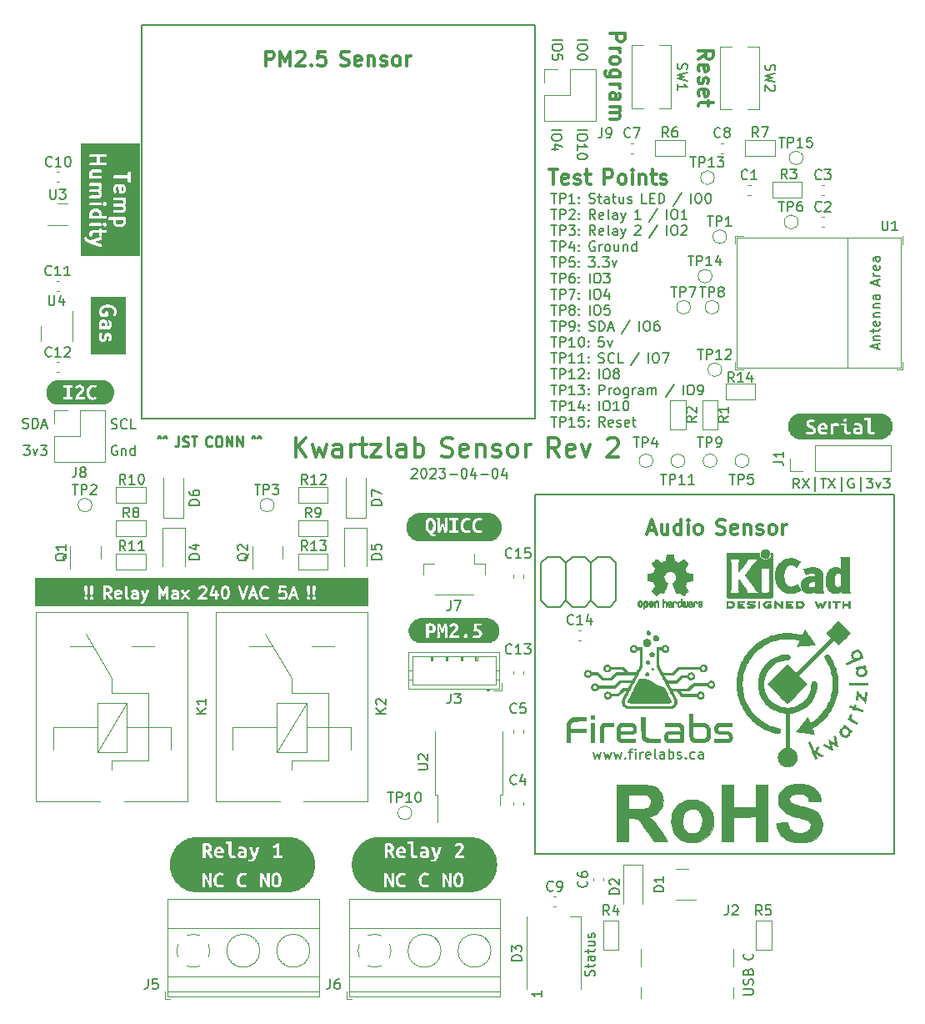
<source format=gbr>
%TF.GenerationSoftware,KiCad,Pcbnew,(7.0.0-0)*%
%TF.CreationDate,2023-04-09T15:51:22-04:00*%
%TF.ProjectId,KwartzLab-SensorBoard-Rev2,4b776172-747a-44c6-9162-2d53656e736f,2*%
%TF.SameCoordinates,Original*%
%TF.FileFunction,Legend,Top*%
%TF.FilePolarity,Positive*%
%FSLAX46Y46*%
G04 Gerber Fmt 4.6, Leading zero omitted, Abs format (unit mm)*
G04 Created by KiCad (PCBNEW (7.0.0-0)) date 2023-04-09 15:51:22*
%MOMM*%
%LPD*%
G01*
G04 APERTURE LIST*
%ADD10C,0.150000*%
%ADD11C,0.300000*%
%ADD12C,0.250000*%
%ADD13C,0.380000*%
%ADD14C,0.120000*%
%ADD15C,0.010000*%
%ADD16C,0.152400*%
G04 APERTURE END LIST*
D10*
X102550000Y-59400000D02*
X142550000Y-59400000D01*
X142550000Y-59400000D02*
X142550000Y-99400000D01*
X142550000Y-99400000D02*
X102550000Y-99400000D01*
X102550000Y-99400000D02*
X102550000Y-59400000D01*
D11*
X115157142Y-63573571D02*
X115157142Y-62073571D01*
X115157142Y-62073571D02*
X115728571Y-62073571D01*
X115728571Y-62073571D02*
X115871428Y-62145000D01*
X115871428Y-62145000D02*
X115942857Y-62216428D01*
X115942857Y-62216428D02*
X116014285Y-62359285D01*
X116014285Y-62359285D02*
X116014285Y-62573571D01*
X116014285Y-62573571D02*
X115942857Y-62716428D01*
X115942857Y-62716428D02*
X115871428Y-62787857D01*
X115871428Y-62787857D02*
X115728571Y-62859285D01*
X115728571Y-62859285D02*
X115157142Y-62859285D01*
X116657142Y-63573571D02*
X116657142Y-62073571D01*
X116657142Y-62073571D02*
X117157142Y-63145000D01*
X117157142Y-63145000D02*
X117657142Y-62073571D01*
X117657142Y-62073571D02*
X117657142Y-63573571D01*
X118300000Y-62216428D02*
X118371428Y-62145000D01*
X118371428Y-62145000D02*
X118514286Y-62073571D01*
X118514286Y-62073571D02*
X118871428Y-62073571D01*
X118871428Y-62073571D02*
X119014286Y-62145000D01*
X119014286Y-62145000D02*
X119085714Y-62216428D01*
X119085714Y-62216428D02*
X119157143Y-62359285D01*
X119157143Y-62359285D02*
X119157143Y-62502142D01*
X119157143Y-62502142D02*
X119085714Y-62716428D01*
X119085714Y-62716428D02*
X118228571Y-63573571D01*
X118228571Y-63573571D02*
X119157143Y-63573571D01*
X119799999Y-63430714D02*
X119871428Y-63502142D01*
X119871428Y-63502142D02*
X119799999Y-63573571D01*
X119799999Y-63573571D02*
X119728571Y-63502142D01*
X119728571Y-63502142D02*
X119799999Y-63430714D01*
X119799999Y-63430714D02*
X119799999Y-63573571D01*
X121228571Y-62073571D02*
X120514285Y-62073571D01*
X120514285Y-62073571D02*
X120442857Y-62787857D01*
X120442857Y-62787857D02*
X120514285Y-62716428D01*
X120514285Y-62716428D02*
X120657143Y-62645000D01*
X120657143Y-62645000D02*
X121014285Y-62645000D01*
X121014285Y-62645000D02*
X121157143Y-62716428D01*
X121157143Y-62716428D02*
X121228571Y-62787857D01*
X121228571Y-62787857D02*
X121300000Y-62930714D01*
X121300000Y-62930714D02*
X121300000Y-63287857D01*
X121300000Y-63287857D02*
X121228571Y-63430714D01*
X121228571Y-63430714D02*
X121157143Y-63502142D01*
X121157143Y-63502142D02*
X121014285Y-63573571D01*
X121014285Y-63573571D02*
X120657143Y-63573571D01*
X120657143Y-63573571D02*
X120514285Y-63502142D01*
X120514285Y-63502142D02*
X120442857Y-63430714D01*
X122771428Y-63502142D02*
X122985714Y-63573571D01*
X122985714Y-63573571D02*
X123342856Y-63573571D01*
X123342856Y-63573571D02*
X123485714Y-63502142D01*
X123485714Y-63502142D02*
X123557142Y-63430714D01*
X123557142Y-63430714D02*
X123628571Y-63287857D01*
X123628571Y-63287857D02*
X123628571Y-63145000D01*
X123628571Y-63145000D02*
X123557142Y-63002142D01*
X123557142Y-63002142D02*
X123485714Y-62930714D01*
X123485714Y-62930714D02*
X123342856Y-62859285D01*
X123342856Y-62859285D02*
X123057142Y-62787857D01*
X123057142Y-62787857D02*
X122914285Y-62716428D01*
X122914285Y-62716428D02*
X122842856Y-62645000D01*
X122842856Y-62645000D02*
X122771428Y-62502142D01*
X122771428Y-62502142D02*
X122771428Y-62359285D01*
X122771428Y-62359285D02*
X122842856Y-62216428D01*
X122842856Y-62216428D02*
X122914285Y-62145000D01*
X122914285Y-62145000D02*
X123057142Y-62073571D01*
X123057142Y-62073571D02*
X123414285Y-62073571D01*
X123414285Y-62073571D02*
X123628571Y-62145000D01*
X124842856Y-63502142D02*
X124699999Y-63573571D01*
X124699999Y-63573571D02*
X124414285Y-63573571D01*
X124414285Y-63573571D02*
X124271427Y-63502142D01*
X124271427Y-63502142D02*
X124199999Y-63359285D01*
X124199999Y-63359285D02*
X124199999Y-62787857D01*
X124199999Y-62787857D02*
X124271427Y-62645000D01*
X124271427Y-62645000D02*
X124414285Y-62573571D01*
X124414285Y-62573571D02*
X124699999Y-62573571D01*
X124699999Y-62573571D02*
X124842856Y-62645000D01*
X124842856Y-62645000D02*
X124914285Y-62787857D01*
X124914285Y-62787857D02*
X124914285Y-62930714D01*
X124914285Y-62930714D02*
X124199999Y-63073571D01*
X125557141Y-62573571D02*
X125557141Y-63573571D01*
X125557141Y-62716428D02*
X125628570Y-62645000D01*
X125628570Y-62645000D02*
X125771427Y-62573571D01*
X125771427Y-62573571D02*
X125985713Y-62573571D01*
X125985713Y-62573571D02*
X126128570Y-62645000D01*
X126128570Y-62645000D02*
X126199999Y-62787857D01*
X126199999Y-62787857D02*
X126199999Y-63573571D01*
X126842856Y-63502142D02*
X126985713Y-63573571D01*
X126985713Y-63573571D02*
X127271427Y-63573571D01*
X127271427Y-63573571D02*
X127414284Y-63502142D01*
X127414284Y-63502142D02*
X127485713Y-63359285D01*
X127485713Y-63359285D02*
X127485713Y-63287857D01*
X127485713Y-63287857D02*
X127414284Y-63145000D01*
X127414284Y-63145000D02*
X127271427Y-63073571D01*
X127271427Y-63073571D02*
X127057142Y-63073571D01*
X127057142Y-63073571D02*
X126914284Y-63002142D01*
X126914284Y-63002142D02*
X126842856Y-62859285D01*
X126842856Y-62859285D02*
X126842856Y-62787857D01*
X126842856Y-62787857D02*
X126914284Y-62645000D01*
X126914284Y-62645000D02*
X127057142Y-62573571D01*
X127057142Y-62573571D02*
X127271427Y-62573571D01*
X127271427Y-62573571D02*
X127414284Y-62645000D01*
X128342856Y-63573571D02*
X128199999Y-63502142D01*
X128199999Y-63502142D02*
X128128570Y-63430714D01*
X128128570Y-63430714D02*
X128057142Y-63287857D01*
X128057142Y-63287857D02*
X128057142Y-62859285D01*
X128057142Y-62859285D02*
X128128570Y-62716428D01*
X128128570Y-62716428D02*
X128199999Y-62645000D01*
X128199999Y-62645000D02*
X128342856Y-62573571D01*
X128342856Y-62573571D02*
X128557142Y-62573571D01*
X128557142Y-62573571D02*
X128699999Y-62645000D01*
X128699999Y-62645000D02*
X128771428Y-62716428D01*
X128771428Y-62716428D02*
X128842856Y-62859285D01*
X128842856Y-62859285D02*
X128842856Y-63287857D01*
X128842856Y-63287857D02*
X128771428Y-63430714D01*
X128771428Y-63430714D02*
X128699999Y-63502142D01*
X128699999Y-63502142D02*
X128557142Y-63573571D01*
X128557142Y-63573571D02*
X128342856Y-63573571D01*
X129485713Y-63573571D02*
X129485713Y-62573571D01*
X129485713Y-62859285D02*
X129557142Y-62716428D01*
X129557142Y-62716428D02*
X129628571Y-62645000D01*
X129628571Y-62645000D02*
X129771428Y-62573571D01*
X129771428Y-62573571D02*
X129914285Y-62573571D01*
D10*
X146817619Y-70042765D02*
X147817619Y-70042765D01*
X147817619Y-70709431D02*
X147817619Y-70899907D01*
X147817619Y-70899907D02*
X147770000Y-70995145D01*
X147770000Y-70995145D02*
X147674761Y-71090383D01*
X147674761Y-71090383D02*
X147484285Y-71138002D01*
X147484285Y-71138002D02*
X147150952Y-71138002D01*
X147150952Y-71138002D02*
X146960476Y-71090383D01*
X146960476Y-71090383D02*
X146865238Y-70995145D01*
X146865238Y-70995145D02*
X146817619Y-70899907D01*
X146817619Y-70899907D02*
X146817619Y-70709431D01*
X146817619Y-70709431D02*
X146865238Y-70614193D01*
X146865238Y-70614193D02*
X146960476Y-70518955D01*
X146960476Y-70518955D02*
X147150952Y-70471336D01*
X147150952Y-70471336D02*
X147484285Y-70471336D01*
X147484285Y-70471336D02*
X147674761Y-70518955D01*
X147674761Y-70518955D02*
X147770000Y-70614193D01*
X147770000Y-70614193D02*
X147817619Y-70709431D01*
X146817619Y-72090383D02*
X146817619Y-71518955D01*
X146817619Y-71804669D02*
X147817619Y-71804669D01*
X147817619Y-71804669D02*
X147674761Y-71709431D01*
X147674761Y-71709431D02*
X147579523Y-71614193D01*
X147579523Y-71614193D02*
X147531904Y-71518955D01*
X147817619Y-72709431D02*
X147817619Y-72804669D01*
X147817619Y-72804669D02*
X147770000Y-72899907D01*
X147770000Y-72899907D02*
X147722380Y-72947526D01*
X147722380Y-72947526D02*
X147627142Y-72995145D01*
X147627142Y-72995145D02*
X147436666Y-73042764D01*
X147436666Y-73042764D02*
X147198571Y-73042764D01*
X147198571Y-73042764D02*
X147008095Y-72995145D01*
X147008095Y-72995145D02*
X146912857Y-72947526D01*
X146912857Y-72947526D02*
X146865238Y-72899907D01*
X146865238Y-72899907D02*
X146817619Y-72804669D01*
X146817619Y-72804669D02*
X146817619Y-72709431D01*
X146817619Y-72709431D02*
X146865238Y-72614193D01*
X146865238Y-72614193D02*
X146912857Y-72566574D01*
X146912857Y-72566574D02*
X147008095Y-72518955D01*
X147008095Y-72518955D02*
X147198571Y-72471336D01*
X147198571Y-72471336D02*
X147436666Y-72471336D01*
X147436666Y-72471336D02*
X147627142Y-72518955D01*
X147627142Y-72518955D02*
X147722380Y-72566574D01*
X147722380Y-72566574D02*
X147770000Y-72614193D01*
X147770000Y-72614193D02*
X147817619Y-72709431D01*
D11*
X150126428Y-60257142D02*
X151626428Y-60257142D01*
X151626428Y-60257142D02*
X151626428Y-60828571D01*
X151626428Y-60828571D02*
X151555000Y-60971428D01*
X151555000Y-60971428D02*
X151483571Y-61042857D01*
X151483571Y-61042857D02*
X151340714Y-61114285D01*
X151340714Y-61114285D02*
X151126428Y-61114285D01*
X151126428Y-61114285D02*
X150983571Y-61042857D01*
X150983571Y-61042857D02*
X150912142Y-60971428D01*
X150912142Y-60971428D02*
X150840714Y-60828571D01*
X150840714Y-60828571D02*
X150840714Y-60257142D01*
X150126428Y-61757142D02*
X151126428Y-61757142D01*
X150840714Y-61757142D02*
X150983571Y-61828571D01*
X150983571Y-61828571D02*
X151055000Y-61900000D01*
X151055000Y-61900000D02*
X151126428Y-62042857D01*
X151126428Y-62042857D02*
X151126428Y-62185714D01*
X150126428Y-62899999D02*
X150197857Y-62757142D01*
X150197857Y-62757142D02*
X150269285Y-62685713D01*
X150269285Y-62685713D02*
X150412142Y-62614285D01*
X150412142Y-62614285D02*
X150840714Y-62614285D01*
X150840714Y-62614285D02*
X150983571Y-62685713D01*
X150983571Y-62685713D02*
X151055000Y-62757142D01*
X151055000Y-62757142D02*
X151126428Y-62899999D01*
X151126428Y-62899999D02*
X151126428Y-63114285D01*
X151126428Y-63114285D02*
X151055000Y-63257142D01*
X151055000Y-63257142D02*
X150983571Y-63328571D01*
X150983571Y-63328571D02*
X150840714Y-63399999D01*
X150840714Y-63399999D02*
X150412142Y-63399999D01*
X150412142Y-63399999D02*
X150269285Y-63328571D01*
X150269285Y-63328571D02*
X150197857Y-63257142D01*
X150197857Y-63257142D02*
X150126428Y-63114285D01*
X150126428Y-63114285D02*
X150126428Y-62899999D01*
X151126428Y-64685714D02*
X149912142Y-64685714D01*
X149912142Y-64685714D02*
X149769285Y-64614285D01*
X149769285Y-64614285D02*
X149697857Y-64542856D01*
X149697857Y-64542856D02*
X149626428Y-64399999D01*
X149626428Y-64399999D02*
X149626428Y-64185714D01*
X149626428Y-64185714D02*
X149697857Y-64042856D01*
X150197857Y-64685714D02*
X150126428Y-64542856D01*
X150126428Y-64542856D02*
X150126428Y-64257142D01*
X150126428Y-64257142D02*
X150197857Y-64114285D01*
X150197857Y-64114285D02*
X150269285Y-64042856D01*
X150269285Y-64042856D02*
X150412142Y-63971428D01*
X150412142Y-63971428D02*
X150840714Y-63971428D01*
X150840714Y-63971428D02*
X150983571Y-64042856D01*
X150983571Y-64042856D02*
X151055000Y-64114285D01*
X151055000Y-64114285D02*
X151126428Y-64257142D01*
X151126428Y-64257142D02*
X151126428Y-64542856D01*
X151126428Y-64542856D02*
X151055000Y-64685714D01*
X150126428Y-65399999D02*
X151126428Y-65399999D01*
X150840714Y-65399999D02*
X150983571Y-65471428D01*
X150983571Y-65471428D02*
X151055000Y-65542857D01*
X151055000Y-65542857D02*
X151126428Y-65685714D01*
X151126428Y-65685714D02*
X151126428Y-65828571D01*
X150126428Y-66971428D02*
X150912142Y-66971428D01*
X150912142Y-66971428D02*
X151055000Y-66899999D01*
X151055000Y-66899999D02*
X151126428Y-66757142D01*
X151126428Y-66757142D02*
X151126428Y-66471428D01*
X151126428Y-66471428D02*
X151055000Y-66328570D01*
X150197857Y-66971428D02*
X150126428Y-66828570D01*
X150126428Y-66828570D02*
X150126428Y-66471428D01*
X150126428Y-66471428D02*
X150197857Y-66328570D01*
X150197857Y-66328570D02*
X150340714Y-66257142D01*
X150340714Y-66257142D02*
X150483571Y-66257142D01*
X150483571Y-66257142D02*
X150626428Y-66328570D01*
X150626428Y-66328570D02*
X150697857Y-66471428D01*
X150697857Y-66471428D02*
X150697857Y-66828570D01*
X150697857Y-66828570D02*
X150769285Y-66971428D01*
X150126428Y-67685713D02*
X151126428Y-67685713D01*
X150983571Y-67685713D02*
X151055000Y-67757142D01*
X151055000Y-67757142D02*
X151126428Y-67899999D01*
X151126428Y-67899999D02*
X151126428Y-68114285D01*
X151126428Y-68114285D02*
X151055000Y-68257142D01*
X151055000Y-68257142D02*
X150912142Y-68328571D01*
X150912142Y-68328571D02*
X150126428Y-68328571D01*
X150912142Y-68328571D02*
X151055000Y-68399999D01*
X151055000Y-68399999D02*
X151126428Y-68542856D01*
X151126428Y-68542856D02*
X151126428Y-68757142D01*
X151126428Y-68757142D02*
X151055000Y-68899999D01*
X151055000Y-68899999D02*
X150912142Y-68971428D01*
X150912142Y-68971428D02*
X150126428Y-68971428D01*
D10*
X90480476Y-100297351D02*
X90623333Y-100344970D01*
X90623333Y-100344970D02*
X90861428Y-100344970D01*
X90861428Y-100344970D02*
X90956666Y-100297351D01*
X90956666Y-100297351D02*
X91004285Y-100249732D01*
X91004285Y-100249732D02*
X91051904Y-100154494D01*
X91051904Y-100154494D02*
X91051904Y-100059256D01*
X91051904Y-100059256D02*
X91004285Y-99964018D01*
X91004285Y-99964018D02*
X90956666Y-99916399D01*
X90956666Y-99916399D02*
X90861428Y-99868780D01*
X90861428Y-99868780D02*
X90670952Y-99821161D01*
X90670952Y-99821161D02*
X90575714Y-99773542D01*
X90575714Y-99773542D02*
X90528095Y-99725923D01*
X90528095Y-99725923D02*
X90480476Y-99630685D01*
X90480476Y-99630685D02*
X90480476Y-99535447D01*
X90480476Y-99535447D02*
X90528095Y-99440209D01*
X90528095Y-99440209D02*
X90575714Y-99392590D01*
X90575714Y-99392590D02*
X90670952Y-99344970D01*
X90670952Y-99344970D02*
X90909047Y-99344970D01*
X90909047Y-99344970D02*
X91051904Y-99392590D01*
X91480476Y-100344970D02*
X91480476Y-99344970D01*
X91480476Y-99344970D02*
X91718571Y-99344970D01*
X91718571Y-99344970D02*
X91861428Y-99392590D01*
X91861428Y-99392590D02*
X91956666Y-99487828D01*
X91956666Y-99487828D02*
X92004285Y-99583066D01*
X92004285Y-99583066D02*
X92051904Y-99773542D01*
X92051904Y-99773542D02*
X92051904Y-99916399D01*
X92051904Y-99916399D02*
X92004285Y-100106875D01*
X92004285Y-100106875D02*
X91956666Y-100202113D01*
X91956666Y-100202113D02*
X91861428Y-100297351D01*
X91861428Y-100297351D02*
X91718571Y-100344970D01*
X91718571Y-100344970D02*
X91480476Y-100344970D01*
X92432857Y-100059256D02*
X92909047Y-100059256D01*
X92337619Y-100344970D02*
X92670952Y-99344970D01*
X92670952Y-99344970D02*
X93004285Y-100344970D01*
X163692380Y-157861904D02*
X164501904Y-157861904D01*
X164501904Y-157861904D02*
X164597142Y-157814285D01*
X164597142Y-157814285D02*
X164644761Y-157766666D01*
X164644761Y-157766666D02*
X164692380Y-157671428D01*
X164692380Y-157671428D02*
X164692380Y-157480952D01*
X164692380Y-157480952D02*
X164644761Y-157385714D01*
X164644761Y-157385714D02*
X164597142Y-157338095D01*
X164597142Y-157338095D02*
X164501904Y-157290476D01*
X164501904Y-157290476D02*
X163692380Y-157290476D01*
X164644761Y-156861904D02*
X164692380Y-156719047D01*
X164692380Y-156719047D02*
X164692380Y-156480952D01*
X164692380Y-156480952D02*
X164644761Y-156385714D01*
X164644761Y-156385714D02*
X164597142Y-156338095D01*
X164597142Y-156338095D02*
X164501904Y-156290476D01*
X164501904Y-156290476D02*
X164406666Y-156290476D01*
X164406666Y-156290476D02*
X164311428Y-156338095D01*
X164311428Y-156338095D02*
X164263809Y-156385714D01*
X164263809Y-156385714D02*
X164216190Y-156480952D01*
X164216190Y-156480952D02*
X164168571Y-156671428D01*
X164168571Y-156671428D02*
X164120952Y-156766666D01*
X164120952Y-156766666D02*
X164073333Y-156814285D01*
X164073333Y-156814285D02*
X163978095Y-156861904D01*
X163978095Y-156861904D02*
X163882857Y-156861904D01*
X163882857Y-156861904D02*
X163787619Y-156814285D01*
X163787619Y-156814285D02*
X163740000Y-156766666D01*
X163740000Y-156766666D02*
X163692380Y-156671428D01*
X163692380Y-156671428D02*
X163692380Y-156433333D01*
X163692380Y-156433333D02*
X163740000Y-156290476D01*
X164168571Y-155528571D02*
X164216190Y-155385714D01*
X164216190Y-155385714D02*
X164263809Y-155338095D01*
X164263809Y-155338095D02*
X164359047Y-155290476D01*
X164359047Y-155290476D02*
X164501904Y-155290476D01*
X164501904Y-155290476D02*
X164597142Y-155338095D01*
X164597142Y-155338095D02*
X164644761Y-155385714D01*
X164644761Y-155385714D02*
X164692380Y-155480952D01*
X164692380Y-155480952D02*
X164692380Y-155861904D01*
X164692380Y-155861904D02*
X163692380Y-155861904D01*
X163692380Y-155861904D02*
X163692380Y-155528571D01*
X163692380Y-155528571D02*
X163740000Y-155433333D01*
X163740000Y-155433333D02*
X163787619Y-155385714D01*
X163787619Y-155385714D02*
X163882857Y-155338095D01*
X163882857Y-155338095D02*
X163978095Y-155338095D01*
X163978095Y-155338095D02*
X164073333Y-155385714D01*
X164073333Y-155385714D02*
X164120952Y-155433333D01*
X164120952Y-155433333D02*
X164168571Y-155528571D01*
X164168571Y-155528571D02*
X164168571Y-155861904D01*
X164597142Y-153690476D02*
X164644761Y-153738095D01*
X164644761Y-153738095D02*
X164692380Y-153880952D01*
X164692380Y-153880952D02*
X164692380Y-153976190D01*
X164692380Y-153976190D02*
X164644761Y-154119047D01*
X164644761Y-154119047D02*
X164549523Y-154214285D01*
X164549523Y-154214285D02*
X164454285Y-154261904D01*
X164454285Y-154261904D02*
X164263809Y-154309523D01*
X164263809Y-154309523D02*
X164120952Y-154309523D01*
X164120952Y-154309523D02*
X163930476Y-154261904D01*
X163930476Y-154261904D02*
X163835238Y-154214285D01*
X163835238Y-154214285D02*
X163740000Y-154119047D01*
X163740000Y-154119047D02*
X163692380Y-153976190D01*
X163692380Y-153976190D02*
X163692380Y-153880952D01*
X163692380Y-153880952D02*
X163740000Y-153738095D01*
X163740000Y-153738095D02*
X163787619Y-153690476D01*
D12*
X104145238Y-101277619D02*
X104335714Y-101134761D01*
X104335714Y-101134761D02*
X104526190Y-101277619D01*
X104716667Y-101277619D02*
X104907143Y-101134761D01*
X104907143Y-101134761D02*
X105097619Y-101277619D01*
X106316667Y-101182380D02*
X106316667Y-101896666D01*
X106316667Y-101896666D02*
X106269048Y-102039523D01*
X106269048Y-102039523D02*
X106173810Y-102134761D01*
X106173810Y-102134761D02*
X106030953Y-102182380D01*
X106030953Y-102182380D02*
X105935715Y-102182380D01*
X106745239Y-102134761D02*
X106888096Y-102182380D01*
X106888096Y-102182380D02*
X107126191Y-102182380D01*
X107126191Y-102182380D02*
X107221429Y-102134761D01*
X107221429Y-102134761D02*
X107269048Y-102087142D01*
X107269048Y-102087142D02*
X107316667Y-101991904D01*
X107316667Y-101991904D02*
X107316667Y-101896666D01*
X107316667Y-101896666D02*
X107269048Y-101801428D01*
X107269048Y-101801428D02*
X107221429Y-101753809D01*
X107221429Y-101753809D02*
X107126191Y-101706190D01*
X107126191Y-101706190D02*
X106935715Y-101658571D01*
X106935715Y-101658571D02*
X106840477Y-101610952D01*
X106840477Y-101610952D02*
X106792858Y-101563333D01*
X106792858Y-101563333D02*
X106745239Y-101468095D01*
X106745239Y-101468095D02*
X106745239Y-101372857D01*
X106745239Y-101372857D02*
X106792858Y-101277619D01*
X106792858Y-101277619D02*
X106840477Y-101230000D01*
X106840477Y-101230000D02*
X106935715Y-101182380D01*
X106935715Y-101182380D02*
X107173810Y-101182380D01*
X107173810Y-101182380D02*
X107316667Y-101230000D01*
X107602382Y-101182380D02*
X108173810Y-101182380D01*
X107888096Y-102182380D02*
X107888096Y-101182380D01*
X109678572Y-102087142D02*
X109630953Y-102134761D01*
X109630953Y-102134761D02*
X109488096Y-102182380D01*
X109488096Y-102182380D02*
X109392858Y-102182380D01*
X109392858Y-102182380D02*
X109250001Y-102134761D01*
X109250001Y-102134761D02*
X109154763Y-102039523D01*
X109154763Y-102039523D02*
X109107144Y-101944285D01*
X109107144Y-101944285D02*
X109059525Y-101753809D01*
X109059525Y-101753809D02*
X109059525Y-101610952D01*
X109059525Y-101610952D02*
X109107144Y-101420476D01*
X109107144Y-101420476D02*
X109154763Y-101325238D01*
X109154763Y-101325238D02*
X109250001Y-101230000D01*
X109250001Y-101230000D02*
X109392858Y-101182380D01*
X109392858Y-101182380D02*
X109488096Y-101182380D01*
X109488096Y-101182380D02*
X109630953Y-101230000D01*
X109630953Y-101230000D02*
X109678572Y-101277619D01*
X110297620Y-101182380D02*
X110488096Y-101182380D01*
X110488096Y-101182380D02*
X110583334Y-101230000D01*
X110583334Y-101230000D02*
X110678572Y-101325238D01*
X110678572Y-101325238D02*
X110726191Y-101515714D01*
X110726191Y-101515714D02*
X110726191Y-101849047D01*
X110726191Y-101849047D02*
X110678572Y-102039523D01*
X110678572Y-102039523D02*
X110583334Y-102134761D01*
X110583334Y-102134761D02*
X110488096Y-102182380D01*
X110488096Y-102182380D02*
X110297620Y-102182380D01*
X110297620Y-102182380D02*
X110202382Y-102134761D01*
X110202382Y-102134761D02*
X110107144Y-102039523D01*
X110107144Y-102039523D02*
X110059525Y-101849047D01*
X110059525Y-101849047D02*
X110059525Y-101515714D01*
X110059525Y-101515714D02*
X110107144Y-101325238D01*
X110107144Y-101325238D02*
X110202382Y-101230000D01*
X110202382Y-101230000D02*
X110297620Y-101182380D01*
X111154763Y-102182380D02*
X111154763Y-101182380D01*
X111154763Y-101182380D02*
X111726191Y-102182380D01*
X111726191Y-102182380D02*
X111726191Y-101182380D01*
X112202382Y-102182380D02*
X112202382Y-101182380D01*
X112202382Y-101182380D02*
X112773810Y-102182380D01*
X112773810Y-102182380D02*
X112773810Y-101182380D01*
X113707144Y-101277619D02*
X113897620Y-101134761D01*
X113897620Y-101134761D02*
X114088096Y-101277619D01*
X114278573Y-101277619D02*
X114469049Y-101134761D01*
X114469049Y-101134761D02*
X114659525Y-101277619D01*
D11*
X154018642Y-110679144D02*
X154732928Y-110679144D01*
X153875785Y-111107715D02*
X154375785Y-109607715D01*
X154375785Y-109607715D02*
X154875785Y-111107715D01*
X156018642Y-110107715D02*
X156018642Y-111107715D01*
X155375784Y-110107715D02*
X155375784Y-110893429D01*
X155375784Y-110893429D02*
X155447213Y-111036286D01*
X155447213Y-111036286D02*
X155590070Y-111107715D01*
X155590070Y-111107715D02*
X155804356Y-111107715D01*
X155804356Y-111107715D02*
X155947213Y-111036286D01*
X155947213Y-111036286D02*
X156018642Y-110964858D01*
X157375785Y-111107715D02*
X157375785Y-109607715D01*
X157375785Y-111036286D02*
X157232927Y-111107715D01*
X157232927Y-111107715D02*
X156947213Y-111107715D01*
X156947213Y-111107715D02*
X156804356Y-111036286D01*
X156804356Y-111036286D02*
X156732927Y-110964858D01*
X156732927Y-110964858D02*
X156661499Y-110822001D01*
X156661499Y-110822001D02*
X156661499Y-110393429D01*
X156661499Y-110393429D02*
X156732927Y-110250572D01*
X156732927Y-110250572D02*
X156804356Y-110179144D01*
X156804356Y-110179144D02*
X156947213Y-110107715D01*
X156947213Y-110107715D02*
X157232927Y-110107715D01*
X157232927Y-110107715D02*
X157375785Y-110179144D01*
X158090070Y-111107715D02*
X158090070Y-110107715D01*
X158090070Y-109607715D02*
X158018642Y-109679144D01*
X158018642Y-109679144D02*
X158090070Y-109750572D01*
X158090070Y-109750572D02*
X158161499Y-109679144D01*
X158161499Y-109679144D02*
X158090070Y-109607715D01*
X158090070Y-109607715D02*
X158090070Y-109750572D01*
X159018642Y-111107715D02*
X158875785Y-111036286D01*
X158875785Y-111036286D02*
X158804356Y-110964858D01*
X158804356Y-110964858D02*
X158732928Y-110822001D01*
X158732928Y-110822001D02*
X158732928Y-110393429D01*
X158732928Y-110393429D02*
X158804356Y-110250572D01*
X158804356Y-110250572D02*
X158875785Y-110179144D01*
X158875785Y-110179144D02*
X159018642Y-110107715D01*
X159018642Y-110107715D02*
X159232928Y-110107715D01*
X159232928Y-110107715D02*
X159375785Y-110179144D01*
X159375785Y-110179144D02*
X159447214Y-110250572D01*
X159447214Y-110250572D02*
X159518642Y-110393429D01*
X159518642Y-110393429D02*
X159518642Y-110822001D01*
X159518642Y-110822001D02*
X159447214Y-110964858D01*
X159447214Y-110964858D02*
X159375785Y-111036286D01*
X159375785Y-111036286D02*
X159232928Y-111107715D01*
X159232928Y-111107715D02*
X159018642Y-111107715D01*
X160990071Y-111036286D02*
X161204357Y-111107715D01*
X161204357Y-111107715D02*
X161561499Y-111107715D01*
X161561499Y-111107715D02*
X161704357Y-111036286D01*
X161704357Y-111036286D02*
X161775785Y-110964858D01*
X161775785Y-110964858D02*
X161847214Y-110822001D01*
X161847214Y-110822001D02*
X161847214Y-110679144D01*
X161847214Y-110679144D02*
X161775785Y-110536286D01*
X161775785Y-110536286D02*
X161704357Y-110464858D01*
X161704357Y-110464858D02*
X161561499Y-110393429D01*
X161561499Y-110393429D02*
X161275785Y-110322001D01*
X161275785Y-110322001D02*
X161132928Y-110250572D01*
X161132928Y-110250572D02*
X161061499Y-110179144D01*
X161061499Y-110179144D02*
X160990071Y-110036286D01*
X160990071Y-110036286D02*
X160990071Y-109893429D01*
X160990071Y-109893429D02*
X161061499Y-109750572D01*
X161061499Y-109750572D02*
X161132928Y-109679144D01*
X161132928Y-109679144D02*
X161275785Y-109607715D01*
X161275785Y-109607715D02*
X161632928Y-109607715D01*
X161632928Y-109607715D02*
X161847214Y-109679144D01*
X163061499Y-111036286D02*
X162918642Y-111107715D01*
X162918642Y-111107715D02*
X162632928Y-111107715D01*
X162632928Y-111107715D02*
X162490070Y-111036286D01*
X162490070Y-111036286D02*
X162418642Y-110893429D01*
X162418642Y-110893429D02*
X162418642Y-110322001D01*
X162418642Y-110322001D02*
X162490070Y-110179144D01*
X162490070Y-110179144D02*
X162632928Y-110107715D01*
X162632928Y-110107715D02*
X162918642Y-110107715D01*
X162918642Y-110107715D02*
X163061499Y-110179144D01*
X163061499Y-110179144D02*
X163132928Y-110322001D01*
X163132928Y-110322001D02*
X163132928Y-110464858D01*
X163132928Y-110464858D02*
X162418642Y-110607715D01*
X163775784Y-110107715D02*
X163775784Y-111107715D01*
X163775784Y-110250572D02*
X163847213Y-110179144D01*
X163847213Y-110179144D02*
X163990070Y-110107715D01*
X163990070Y-110107715D02*
X164204356Y-110107715D01*
X164204356Y-110107715D02*
X164347213Y-110179144D01*
X164347213Y-110179144D02*
X164418642Y-110322001D01*
X164418642Y-110322001D02*
X164418642Y-111107715D01*
X165061499Y-111036286D02*
X165204356Y-111107715D01*
X165204356Y-111107715D02*
X165490070Y-111107715D01*
X165490070Y-111107715D02*
X165632927Y-111036286D01*
X165632927Y-111036286D02*
X165704356Y-110893429D01*
X165704356Y-110893429D02*
X165704356Y-110822001D01*
X165704356Y-110822001D02*
X165632927Y-110679144D01*
X165632927Y-110679144D02*
X165490070Y-110607715D01*
X165490070Y-110607715D02*
X165275785Y-110607715D01*
X165275785Y-110607715D02*
X165132927Y-110536286D01*
X165132927Y-110536286D02*
X165061499Y-110393429D01*
X165061499Y-110393429D02*
X165061499Y-110322001D01*
X165061499Y-110322001D02*
X165132927Y-110179144D01*
X165132927Y-110179144D02*
X165275785Y-110107715D01*
X165275785Y-110107715D02*
X165490070Y-110107715D01*
X165490070Y-110107715D02*
X165632927Y-110179144D01*
X166561499Y-111107715D02*
X166418642Y-111036286D01*
X166418642Y-111036286D02*
X166347213Y-110964858D01*
X166347213Y-110964858D02*
X166275785Y-110822001D01*
X166275785Y-110822001D02*
X166275785Y-110393429D01*
X166275785Y-110393429D02*
X166347213Y-110250572D01*
X166347213Y-110250572D02*
X166418642Y-110179144D01*
X166418642Y-110179144D02*
X166561499Y-110107715D01*
X166561499Y-110107715D02*
X166775785Y-110107715D01*
X166775785Y-110107715D02*
X166918642Y-110179144D01*
X166918642Y-110179144D02*
X166990071Y-110250572D01*
X166990071Y-110250572D02*
X167061499Y-110393429D01*
X167061499Y-110393429D02*
X167061499Y-110822001D01*
X167061499Y-110822001D02*
X166990071Y-110964858D01*
X166990071Y-110964858D02*
X166918642Y-111036286D01*
X166918642Y-111036286D02*
X166775785Y-111107715D01*
X166775785Y-111107715D02*
X166561499Y-111107715D01*
X167704356Y-111107715D02*
X167704356Y-110107715D01*
X167704356Y-110393429D02*
X167775785Y-110250572D01*
X167775785Y-110250572D02*
X167847214Y-110179144D01*
X167847214Y-110179144D02*
X167990071Y-110107715D01*
X167990071Y-110107715D02*
X168132928Y-110107715D01*
X159126428Y-62864285D02*
X159840714Y-62364285D01*
X159126428Y-62007142D02*
X160626428Y-62007142D01*
X160626428Y-62007142D02*
X160626428Y-62578571D01*
X160626428Y-62578571D02*
X160555000Y-62721428D01*
X160555000Y-62721428D02*
X160483571Y-62792857D01*
X160483571Y-62792857D02*
X160340714Y-62864285D01*
X160340714Y-62864285D02*
X160126428Y-62864285D01*
X160126428Y-62864285D02*
X159983571Y-62792857D01*
X159983571Y-62792857D02*
X159912142Y-62721428D01*
X159912142Y-62721428D02*
X159840714Y-62578571D01*
X159840714Y-62578571D02*
X159840714Y-62007142D01*
X159197857Y-64078571D02*
X159126428Y-63935714D01*
X159126428Y-63935714D02*
X159126428Y-63650000D01*
X159126428Y-63650000D02*
X159197857Y-63507142D01*
X159197857Y-63507142D02*
X159340714Y-63435714D01*
X159340714Y-63435714D02*
X159912142Y-63435714D01*
X159912142Y-63435714D02*
X160055000Y-63507142D01*
X160055000Y-63507142D02*
X160126428Y-63650000D01*
X160126428Y-63650000D02*
X160126428Y-63935714D01*
X160126428Y-63935714D02*
X160055000Y-64078571D01*
X160055000Y-64078571D02*
X159912142Y-64150000D01*
X159912142Y-64150000D02*
X159769285Y-64150000D01*
X159769285Y-64150000D02*
X159626428Y-63435714D01*
X159197857Y-64721428D02*
X159126428Y-64864285D01*
X159126428Y-64864285D02*
X159126428Y-65149999D01*
X159126428Y-65149999D02*
X159197857Y-65292856D01*
X159197857Y-65292856D02*
X159340714Y-65364285D01*
X159340714Y-65364285D02*
X159412142Y-65364285D01*
X159412142Y-65364285D02*
X159555000Y-65292856D01*
X159555000Y-65292856D02*
X159626428Y-65149999D01*
X159626428Y-65149999D02*
X159626428Y-64935714D01*
X159626428Y-64935714D02*
X159697857Y-64792856D01*
X159697857Y-64792856D02*
X159840714Y-64721428D01*
X159840714Y-64721428D02*
X159912142Y-64721428D01*
X159912142Y-64721428D02*
X160055000Y-64792856D01*
X160055000Y-64792856D02*
X160126428Y-64935714D01*
X160126428Y-64935714D02*
X160126428Y-65149999D01*
X160126428Y-65149999D02*
X160055000Y-65292856D01*
X159197857Y-66578571D02*
X159126428Y-66435714D01*
X159126428Y-66435714D02*
X159126428Y-66150000D01*
X159126428Y-66150000D02*
X159197857Y-66007142D01*
X159197857Y-66007142D02*
X159340714Y-65935714D01*
X159340714Y-65935714D02*
X159912142Y-65935714D01*
X159912142Y-65935714D02*
X160055000Y-66007142D01*
X160055000Y-66007142D02*
X160126428Y-66150000D01*
X160126428Y-66150000D02*
X160126428Y-66435714D01*
X160126428Y-66435714D02*
X160055000Y-66578571D01*
X160055000Y-66578571D02*
X159912142Y-66650000D01*
X159912142Y-66650000D02*
X159769285Y-66650000D01*
X159769285Y-66650000D02*
X159626428Y-65935714D01*
X160126428Y-67078571D02*
X160126428Y-67649999D01*
X160626428Y-67292856D02*
X159340714Y-67292856D01*
X159340714Y-67292856D02*
X159197857Y-67364285D01*
X159197857Y-67364285D02*
X159126428Y-67507142D01*
X159126428Y-67507142D02*
X159126428Y-67649999D01*
D10*
X144277619Y-60903162D02*
X145277619Y-60903162D01*
X145277619Y-61569828D02*
X145277619Y-61760304D01*
X145277619Y-61760304D02*
X145230000Y-61855542D01*
X145230000Y-61855542D02*
X145134761Y-61950780D01*
X145134761Y-61950780D02*
X144944285Y-61998399D01*
X144944285Y-61998399D02*
X144610952Y-61998399D01*
X144610952Y-61998399D02*
X144420476Y-61950780D01*
X144420476Y-61950780D02*
X144325238Y-61855542D01*
X144325238Y-61855542D02*
X144277619Y-61760304D01*
X144277619Y-61760304D02*
X144277619Y-61569828D01*
X144277619Y-61569828D02*
X144325238Y-61474590D01*
X144325238Y-61474590D02*
X144420476Y-61379352D01*
X144420476Y-61379352D02*
X144610952Y-61331733D01*
X144610952Y-61331733D02*
X144944285Y-61331733D01*
X144944285Y-61331733D02*
X145134761Y-61379352D01*
X145134761Y-61379352D02*
X145230000Y-61474590D01*
X145230000Y-61474590D02*
X145277619Y-61569828D01*
X145277619Y-62903161D02*
X145277619Y-62426971D01*
X145277619Y-62426971D02*
X144801428Y-62379352D01*
X144801428Y-62379352D02*
X144849047Y-62426971D01*
X144849047Y-62426971D02*
X144896666Y-62522209D01*
X144896666Y-62522209D02*
X144896666Y-62760304D01*
X144896666Y-62760304D02*
X144849047Y-62855542D01*
X144849047Y-62855542D02*
X144801428Y-62903161D01*
X144801428Y-62903161D02*
X144706190Y-62950780D01*
X144706190Y-62950780D02*
X144468095Y-62950780D01*
X144468095Y-62950780D02*
X144372857Y-62903161D01*
X144372857Y-62903161D02*
X144325238Y-62855542D01*
X144325238Y-62855542D02*
X144277619Y-62760304D01*
X144277619Y-62760304D02*
X144277619Y-62522209D01*
X144277619Y-62522209D02*
X144325238Y-62426971D01*
X144325238Y-62426971D02*
X144372857Y-62379352D01*
D11*
G36*
X100656428Y-79221124D02*
G01*
X100656428Y-79436018D01*
X100611721Y-79525432D01*
X100574716Y-79562436D01*
X100485304Y-79607142D01*
X100127552Y-79607142D01*
X100038137Y-79562434D01*
X100001135Y-79525432D01*
X99956428Y-79436018D01*
X99956428Y-79221124D01*
X99970562Y-79192856D01*
X100642294Y-79192856D01*
X100656428Y-79221124D01*
G37*
G36*
X98144717Y-78416135D02*
G01*
X98181722Y-78453140D01*
X98226428Y-78542553D01*
X98226428Y-78757448D01*
X98212294Y-78785715D01*
X97540562Y-78785715D01*
X97526428Y-78757446D01*
X97526428Y-78542554D01*
X97571135Y-78453138D01*
X97608138Y-78416135D01*
X97697552Y-78371429D01*
X98055304Y-78371429D01*
X98144717Y-78416135D01*
G37*
G36*
X100623196Y-75868945D02*
G01*
X100656428Y-75935410D01*
X100656428Y-76150304D01*
X100623196Y-76216767D01*
X100570844Y-76242943D01*
X100489398Y-75835714D01*
X100556731Y-75835714D01*
X100623196Y-75868945D01*
G37*
G36*
X102394286Y-82896430D02*
G01*
X96385714Y-82896430D01*
X96385714Y-81106260D01*
X96722567Y-81106260D01*
X96805282Y-81271688D01*
X96810647Y-81296350D01*
X96839861Y-81325564D01*
X96868024Y-81355842D01*
X96870864Y-81356568D01*
X96904378Y-81390083D01*
X96922683Y-81415772D01*
X96955256Y-81428801D01*
X96986053Y-81445618D01*
X96995592Y-81444935D01*
X97282644Y-81559756D01*
X97284499Y-81562163D01*
X97293172Y-81565260D01*
X97299595Y-81571865D01*
X97331349Y-81579238D01*
X97340745Y-81582997D01*
X97343593Y-81583268D01*
X98346289Y-81941373D01*
X98411790Y-81945139D01*
X98488506Y-81901846D01*
X98529638Y-81823951D01*
X98522127Y-81736184D01*
X98468356Y-81666410D01*
X97822409Y-81435715D01*
X98447190Y-81212579D01*
X98500258Y-81173999D01*
X98532191Y-81091903D01*
X98514672Y-81005574D01*
X98453261Y-80942422D01*
X98367456Y-80922497D01*
X97379434Y-81275362D01*
X97103579Y-81165020D01*
X97071135Y-81132576D01*
X97000946Y-80992199D01*
X96956261Y-80944159D01*
X96870918Y-80922337D01*
X96787325Y-80950117D01*
X96732022Y-81018681D01*
X96722567Y-81106260D01*
X96385714Y-81106260D01*
X96385714Y-80595353D01*
X97220998Y-80595353D01*
X97226428Y-80608445D01*
X97226428Y-80742997D01*
X97244912Y-80805949D01*
X97311485Y-80863634D01*
X97398677Y-80876171D01*
X97478804Y-80839578D01*
X97526428Y-80765473D01*
X97526428Y-80613983D01*
X97559660Y-80547517D01*
X97626124Y-80514286D01*
X98226428Y-80514286D01*
X98226428Y-80742997D01*
X98244912Y-80805949D01*
X98311485Y-80863634D01*
X98398677Y-80876171D01*
X98478804Y-80839578D01*
X98526428Y-80765473D01*
X98526428Y-80514286D01*
X98897996Y-80514286D01*
X98960948Y-80495802D01*
X99018633Y-80429229D01*
X99031170Y-80342037D01*
X98994577Y-80261910D01*
X98920472Y-80214286D01*
X98526428Y-80214286D01*
X98526428Y-80128433D01*
X98507944Y-80065481D01*
X98441371Y-80007796D01*
X98354179Y-79995259D01*
X98274052Y-80031852D01*
X98226428Y-80105957D01*
X98226428Y-80214286D01*
X97598789Y-80214286D01*
X97563025Y-80210425D01*
X97535609Y-80224133D01*
X97506194Y-80232770D01*
X97496912Y-80243481D01*
X97414956Y-80284460D01*
X97409127Y-80284255D01*
X97375913Y-80303982D01*
X97361484Y-80311197D01*
X97357452Y-80314947D01*
X97333390Y-80329239D01*
X97325828Y-80344362D01*
X97313444Y-80355882D01*
X97306510Y-80382997D01*
X97245878Y-80504262D01*
X97226428Y-80534528D01*
X97226428Y-80565181D01*
X97220998Y-80595353D01*
X96385714Y-80595353D01*
X96385714Y-79672249D01*
X97221686Y-79672249D01*
X97258279Y-79752376D01*
X97332384Y-79800000D01*
X98397996Y-79800000D01*
X98460948Y-79781516D01*
X98518633Y-79714943D01*
X98529575Y-79638847D01*
X98577636Y-79638847D01*
X98581245Y-79655440D01*
X98578829Y-79672249D01*
X98585883Y-79687696D01*
X98587095Y-79704631D01*
X98593934Y-79713767D01*
X98596361Y-79724922D01*
X98608367Y-79736928D01*
X98615422Y-79752376D01*
X98629706Y-79761555D01*
X98639883Y-79775151D01*
X98650579Y-79779140D01*
X98691346Y-79819907D01*
X98711314Y-79846581D01*
X98742529Y-79858223D01*
X98771769Y-79874190D01*
X98783154Y-79873375D01*
X98793848Y-79877364D01*
X98826399Y-79870282D01*
X98859633Y-79867905D01*
X98868771Y-79861064D01*
X98879923Y-79858638D01*
X98903474Y-79835086D01*
X98930152Y-79815116D01*
X98934142Y-79804418D01*
X98955420Y-79783138D01*
X98960948Y-79781516D01*
X98979232Y-79760413D01*
X99001579Y-79743686D01*
X99007512Y-79727776D01*
X99018633Y-79714943D01*
X99021049Y-79698135D01*
X99029189Y-79683230D01*
X99028374Y-79671844D01*
X99032362Y-79661153D01*
X99028752Y-79644561D01*
X99031170Y-79627751D01*
X99024114Y-79612301D01*
X99022903Y-79595367D01*
X99016064Y-79586231D01*
X99013638Y-79575077D01*
X99001631Y-79563070D01*
X98994577Y-79547624D01*
X98980290Y-79538442D01*
X98970114Y-79524848D01*
X98959419Y-79520859D01*
X98918651Y-79480091D01*
X98898687Y-79453421D01*
X98867471Y-79441777D01*
X98838231Y-79425811D01*
X98826846Y-79426625D01*
X98816154Y-79422637D01*
X98783600Y-79429718D01*
X98750368Y-79432096D01*
X98741230Y-79438936D01*
X98730079Y-79441362D01*
X98706525Y-79464915D01*
X98679848Y-79484885D01*
X98675858Y-79495581D01*
X98654578Y-79516860D01*
X98649051Y-79518484D01*
X98630769Y-79539581D01*
X98608419Y-79556313D01*
X98602483Y-79572226D01*
X98591366Y-79585057D01*
X98588949Y-79601864D01*
X98580811Y-79616768D01*
X98581625Y-79628151D01*
X98577636Y-79638847D01*
X98529575Y-79638847D01*
X98531170Y-79627751D01*
X98494577Y-79547624D01*
X98420472Y-79500000D01*
X97354860Y-79500000D01*
X97291908Y-79518484D01*
X97234223Y-79585057D01*
X97221686Y-79672249D01*
X96385714Y-79672249D01*
X96385714Y-78523924D01*
X97220998Y-78523924D01*
X97226428Y-78537016D01*
X97226428Y-78784781D01*
X97222567Y-78820545D01*
X97236274Y-78847960D01*
X97240758Y-78863229D01*
X97234223Y-78870772D01*
X97221686Y-78957964D01*
X97258279Y-79038091D01*
X97332384Y-79085715D01*
X97428982Y-79085715D01*
X97453366Y-79091950D01*
X97472128Y-79085715D01*
X98302339Y-79085715D01*
X98343731Y-79087174D01*
X98346187Y-79085715D01*
X98897996Y-79085715D01*
X98960948Y-79067231D01*
X98962790Y-79065105D01*
X99151686Y-79065105D01*
X99188279Y-79145232D01*
X99262384Y-79192856D01*
X99652733Y-79192856D01*
X99650998Y-79202495D01*
X99656428Y-79215587D01*
X99656428Y-79463353D01*
X99652567Y-79499116D01*
X99666274Y-79526530D01*
X99674912Y-79555948D01*
X99685624Y-79565230D01*
X99735282Y-79664544D01*
X99740647Y-79689206D01*
X99769853Y-79718412D01*
X99798024Y-79748698D01*
X99800864Y-79749424D01*
X99829919Y-79778480D01*
X99842809Y-79800181D01*
X99879767Y-79818660D01*
X99916053Y-79838474D01*
X99918977Y-79838264D01*
X100017836Y-79887694D01*
X100048098Y-79907142D01*
X100078750Y-79907142D01*
X100108924Y-79912572D01*
X100122016Y-79907142D01*
X100512638Y-79907142D01*
X100548401Y-79911003D01*
X100575815Y-79897295D01*
X100605234Y-79888658D01*
X100614515Y-79877946D01*
X100713831Y-79828288D01*
X100738493Y-79822924D01*
X100767704Y-79793712D01*
X100797984Y-79765547D01*
X100798710Y-79762706D01*
X100827767Y-79733649D01*
X100849467Y-79720761D01*
X100867941Y-79683811D01*
X100887761Y-79647516D01*
X100887551Y-79644591D01*
X100936980Y-79545733D01*
X100956428Y-79515472D01*
X100956428Y-79484820D01*
X100961858Y-79454646D01*
X100956428Y-79441554D01*
X100956428Y-79193791D01*
X100960289Y-79158027D01*
X100946581Y-79130612D01*
X100942097Y-79115341D01*
X100948633Y-79107799D01*
X100961170Y-79020607D01*
X100924577Y-78940480D01*
X100850472Y-78892856D01*
X100753875Y-78892856D01*
X100729492Y-78886621D01*
X100710729Y-78892856D01*
X99880521Y-78892856D01*
X99839127Y-78891396D01*
X99836669Y-78892856D01*
X99284860Y-78892856D01*
X99221908Y-78911340D01*
X99164223Y-78977913D01*
X99151686Y-79065105D01*
X98962790Y-79065105D01*
X99018633Y-79000658D01*
X99031170Y-78913466D01*
X98994577Y-78833339D01*
X98920472Y-78785715D01*
X98530123Y-78785715D01*
X98531858Y-78776075D01*
X98526428Y-78762983D01*
X98526428Y-78515219D01*
X98530289Y-78479456D01*
X98516581Y-78452041D01*
X98507944Y-78422623D01*
X98497232Y-78413341D01*
X98465971Y-78350820D01*
X99651686Y-78350820D01*
X99688279Y-78430947D01*
X99762384Y-78478571D01*
X100584066Y-78478571D01*
X100619830Y-78482432D01*
X100647245Y-78468724D01*
X100676662Y-78460087D01*
X100685943Y-78449375D01*
X100767901Y-78408396D01*
X100773730Y-78408602D01*
X100806934Y-78388880D01*
X100821373Y-78381661D01*
X100825407Y-78377908D01*
X100849467Y-78363618D01*
X100857028Y-78348494D01*
X100869413Y-78336975D01*
X100876346Y-78309858D01*
X100936980Y-78188590D01*
X100956428Y-78158329D01*
X100956428Y-78127677D01*
X100961858Y-78097503D01*
X100956428Y-78084411D01*
X100956428Y-77908075D01*
X100960289Y-77872312D01*
X100946581Y-77844897D01*
X100937944Y-77815479D01*
X100927232Y-77806197D01*
X100886254Y-77724240D01*
X100886460Y-77718411D01*
X100870200Y-77691036D01*
X100876346Y-77667001D01*
X100936980Y-77545733D01*
X100956428Y-77515472D01*
X100956428Y-77484820D01*
X100961858Y-77454646D01*
X100956428Y-77441554D01*
X100956428Y-77265218D01*
X100960289Y-77229455D01*
X100946581Y-77202040D01*
X100937944Y-77172622D01*
X100927232Y-77163340D01*
X100917453Y-77143782D01*
X100948633Y-77107799D01*
X100961170Y-77020607D01*
X100924577Y-76940480D01*
X100850472Y-76892856D01*
X100701858Y-76892856D01*
X100696802Y-76890095D01*
X100658204Y-76892856D01*
X99784860Y-76892856D01*
X99721908Y-76911340D01*
X99664223Y-76977913D01*
X99651686Y-77065105D01*
X99688279Y-77145232D01*
X99762384Y-77192856D01*
X100601439Y-77192856D01*
X100611722Y-77203139D01*
X100656428Y-77292552D01*
X100656428Y-77436018D01*
X100623196Y-77502481D01*
X100556731Y-77535714D01*
X99784860Y-77535714D01*
X99721908Y-77554198D01*
X99664223Y-77620771D01*
X99651686Y-77707963D01*
X99688279Y-77788090D01*
X99762384Y-77835714D01*
X100556731Y-77835714D01*
X100623196Y-77868946D01*
X100656428Y-77935409D01*
X100656428Y-78078875D01*
X100623196Y-78145338D01*
X100556731Y-78178571D01*
X99784860Y-78178571D01*
X99721908Y-78197055D01*
X99664223Y-78263628D01*
X99651686Y-78350820D01*
X98465971Y-78350820D01*
X98447574Y-78314025D01*
X98442210Y-78289364D01*
X98412998Y-78260152D01*
X98384833Y-78229873D01*
X98381992Y-78229146D01*
X98352935Y-78200089D01*
X98340047Y-78178390D01*
X98303095Y-78159914D01*
X98266802Y-78140096D01*
X98263877Y-78140305D01*
X98165016Y-78090874D01*
X98134758Y-78071429D01*
X98104107Y-78071429D01*
X98073932Y-78065999D01*
X98060840Y-78071429D01*
X97670218Y-78071429D01*
X97634455Y-78067568D01*
X97607040Y-78081275D01*
X97577622Y-78089913D01*
X97568340Y-78100624D01*
X97469022Y-78150282D01*
X97444362Y-78155648D01*
X97415154Y-78184855D01*
X97384872Y-78213024D01*
X97384145Y-78215864D01*
X97355088Y-78244922D01*
X97333390Y-78257810D01*
X97314915Y-78294759D01*
X97295096Y-78331056D01*
X97295305Y-78333979D01*
X97245878Y-78432833D01*
X97226428Y-78463099D01*
X97226428Y-78493752D01*
X97220998Y-78523924D01*
X96385714Y-78523924D01*
X96385714Y-77600820D01*
X97221686Y-77600820D01*
X97258279Y-77680947D01*
X97332384Y-77728571D01*
X98397996Y-77728571D01*
X98460948Y-77710087D01*
X98518633Y-77643514D01*
X98529575Y-77567418D01*
X98577636Y-77567418D01*
X98581245Y-77584011D01*
X98578829Y-77600820D01*
X98585883Y-77616267D01*
X98587095Y-77633202D01*
X98593934Y-77642338D01*
X98596361Y-77653493D01*
X98608367Y-77665499D01*
X98615422Y-77680947D01*
X98629706Y-77690126D01*
X98639883Y-77703722D01*
X98650579Y-77707711D01*
X98691346Y-77748478D01*
X98711314Y-77775152D01*
X98742529Y-77786794D01*
X98771769Y-77802761D01*
X98783154Y-77801946D01*
X98793848Y-77805935D01*
X98826399Y-77798853D01*
X98859633Y-77796476D01*
X98868771Y-77789635D01*
X98879923Y-77787209D01*
X98903474Y-77763657D01*
X98930152Y-77743687D01*
X98934142Y-77732989D01*
X98955420Y-77711709D01*
X98960948Y-77710087D01*
X98979232Y-77688984D01*
X99001579Y-77672257D01*
X99007512Y-77656347D01*
X99018633Y-77643514D01*
X99021049Y-77626706D01*
X99029189Y-77611801D01*
X99028374Y-77600415D01*
X99032362Y-77589724D01*
X99028752Y-77573132D01*
X99031170Y-77556322D01*
X99024114Y-77540872D01*
X99022903Y-77523938D01*
X99016064Y-77514802D01*
X99013638Y-77503648D01*
X99001631Y-77491641D01*
X98994577Y-77476195D01*
X98980290Y-77467013D01*
X98970114Y-77453419D01*
X98959419Y-77449430D01*
X98918651Y-77408662D01*
X98898687Y-77381992D01*
X98867471Y-77370348D01*
X98838231Y-77354382D01*
X98826846Y-77355196D01*
X98816154Y-77351208D01*
X98783600Y-77358289D01*
X98750368Y-77360667D01*
X98741230Y-77367507D01*
X98730079Y-77369933D01*
X98706525Y-77393486D01*
X98679848Y-77413456D01*
X98675858Y-77424152D01*
X98654578Y-77445431D01*
X98649051Y-77447055D01*
X98630769Y-77468152D01*
X98608419Y-77484884D01*
X98602483Y-77500797D01*
X98591366Y-77513628D01*
X98588949Y-77530435D01*
X98580811Y-77545339D01*
X98581625Y-77556722D01*
X98577636Y-77567418D01*
X98529575Y-77567418D01*
X98531170Y-77556322D01*
X98494577Y-77476195D01*
X98420472Y-77428571D01*
X97354860Y-77428571D01*
X97291908Y-77447055D01*
X97234223Y-77513628D01*
X97221686Y-77600820D01*
X96385714Y-77600820D01*
X96385714Y-76886535D01*
X97221686Y-76886535D01*
X97258279Y-76966662D01*
X97332384Y-77014286D01*
X98154066Y-77014286D01*
X98189830Y-77018147D01*
X98217245Y-77004439D01*
X98246662Y-76995802D01*
X98255943Y-76985090D01*
X98337901Y-76944111D01*
X98343730Y-76944317D01*
X98376934Y-76924595D01*
X98391373Y-76917376D01*
X98395407Y-76913623D01*
X98419467Y-76899333D01*
X98427028Y-76884209D01*
X98439413Y-76872690D01*
X98446346Y-76845573D01*
X98506980Y-76724305D01*
X98526428Y-76694044D01*
X98526428Y-76663392D01*
X98531858Y-76633218D01*
X98526428Y-76620126D01*
X98526428Y-76443790D01*
X98530289Y-76408027D01*
X98516581Y-76380612D01*
X98507944Y-76351194D01*
X98497232Y-76341912D01*
X98456254Y-76259955D01*
X98456460Y-76254126D01*
X98440200Y-76226751D01*
X98446346Y-76202716D01*
X98506980Y-76081448D01*
X98526428Y-76051187D01*
X98526428Y-76020535D01*
X98531858Y-75990361D01*
X98526428Y-75977269D01*
X98526428Y-75916781D01*
X99650998Y-75916781D01*
X99656428Y-75929873D01*
X99656428Y-76177639D01*
X99652567Y-76213402D01*
X99666274Y-76240816D01*
X99674912Y-76270234D01*
X99685624Y-76279516D01*
X99753339Y-76414944D01*
X99798024Y-76462984D01*
X99883367Y-76484806D01*
X99966960Y-76457026D01*
X100022263Y-76388462D01*
X100031718Y-76300882D01*
X99956428Y-76150304D01*
X99956428Y-75935410D01*
X99989660Y-75868945D01*
X100056124Y-75835714D01*
X100183457Y-75835714D01*
X100297145Y-76404152D01*
X100294543Y-76422249D01*
X100305611Y-76446486D01*
X100306428Y-76450567D01*
X100314537Y-76466031D01*
X100331136Y-76502376D01*
X100334849Y-76504762D01*
X100336899Y-76508671D01*
X100371635Y-76528403D01*
X100405241Y-76550000D01*
X100409654Y-76550000D01*
X100413492Y-76552180D01*
X100453389Y-76550000D01*
X100584066Y-76550000D01*
X100619830Y-76553861D01*
X100647245Y-76540153D01*
X100676662Y-76531516D01*
X100685943Y-76520804D01*
X100767901Y-76479825D01*
X100773730Y-76480031D01*
X100806934Y-76460309D01*
X100821373Y-76453090D01*
X100825407Y-76449337D01*
X100849467Y-76435047D01*
X100857028Y-76419923D01*
X100869413Y-76408404D01*
X100876346Y-76381287D01*
X100936980Y-76260019D01*
X100956428Y-76229758D01*
X100956428Y-76199106D01*
X100961858Y-76168932D01*
X100956428Y-76155840D01*
X100956428Y-75908077D01*
X100960289Y-75872313D01*
X100946581Y-75844898D01*
X100937944Y-75815480D01*
X100927232Y-75806198D01*
X100886254Y-75724241D01*
X100886460Y-75718411D01*
X100866732Y-75685198D01*
X100859519Y-75670770D01*
X100855768Y-75666737D01*
X100841476Y-75642675D01*
X100826352Y-75635113D01*
X100814834Y-75622730D01*
X100787717Y-75615795D01*
X100666446Y-75555161D01*
X100636186Y-75535714D01*
X100605534Y-75535714D01*
X100575360Y-75530284D01*
X100562268Y-75535714D01*
X100346059Y-75535714D01*
X100342221Y-75533534D01*
X100302324Y-75535714D01*
X100028790Y-75535714D01*
X99993027Y-75531853D01*
X99965612Y-75545560D01*
X99936194Y-75554198D01*
X99926912Y-75564909D01*
X99844955Y-75605887D01*
X99839127Y-75605682D01*
X99805922Y-75625404D01*
X99791484Y-75632623D01*
X99787449Y-75636375D01*
X99763390Y-75650666D01*
X99755828Y-75665789D01*
X99743444Y-75677309D01*
X99736510Y-75704424D01*
X99675873Y-75825697D01*
X99656428Y-75855956D01*
X99656428Y-75886607D01*
X99650998Y-75916781D01*
X98526428Y-75916781D01*
X98526428Y-75800933D01*
X98530289Y-75765170D01*
X98516581Y-75737755D01*
X98507944Y-75708337D01*
X98497232Y-75699055D01*
X98487453Y-75679497D01*
X98518633Y-75643514D01*
X98531170Y-75556322D01*
X98494577Y-75476195D01*
X98420472Y-75428571D01*
X98271858Y-75428571D01*
X98266802Y-75425810D01*
X98228204Y-75428571D01*
X97354860Y-75428571D01*
X97291908Y-75447055D01*
X97234223Y-75513628D01*
X97221686Y-75600820D01*
X97258279Y-75680947D01*
X97332384Y-75728571D01*
X98171439Y-75728571D01*
X98181722Y-75738854D01*
X98226428Y-75828267D01*
X98226428Y-75971733D01*
X98193196Y-76038196D01*
X98126731Y-76071429D01*
X97354860Y-76071429D01*
X97291908Y-76089913D01*
X97234223Y-76156486D01*
X97221686Y-76243678D01*
X97258279Y-76323805D01*
X97332384Y-76371429D01*
X98126731Y-76371429D01*
X98193196Y-76404661D01*
X98226428Y-76471124D01*
X98226428Y-76614590D01*
X98193196Y-76681053D01*
X98126731Y-76714286D01*
X97354860Y-76714286D01*
X97291908Y-76732770D01*
X97234223Y-76799343D01*
X97221686Y-76886535D01*
X96385714Y-76886535D01*
X96385714Y-74452495D01*
X97220998Y-74452495D01*
X97226428Y-74465587D01*
X97226428Y-74641925D01*
X97222567Y-74677688D01*
X97236274Y-74705102D01*
X97244912Y-74734520D01*
X97255624Y-74743802D01*
X97265402Y-74763358D01*
X97234223Y-74799343D01*
X97221686Y-74886535D01*
X97258279Y-74966662D01*
X97332384Y-75014286D01*
X97480999Y-75014286D01*
X97486053Y-75017046D01*
X97524643Y-75014286D01*
X98397996Y-75014286D01*
X98460948Y-74995802D01*
X98518633Y-74929229D01*
X98529907Y-74850820D01*
X99651686Y-74850820D01*
X99688279Y-74930947D01*
X99762384Y-74978571D01*
X101156428Y-74978571D01*
X101156428Y-75278711D01*
X101174912Y-75341663D01*
X101241485Y-75399348D01*
X101328677Y-75411885D01*
X101408804Y-75375292D01*
X101456428Y-75301187D01*
X101456428Y-74839302D01*
X101461170Y-74806322D01*
X101456428Y-74795939D01*
X101456428Y-74378432D01*
X101437944Y-74315480D01*
X101371371Y-74257795D01*
X101284179Y-74245258D01*
X101204052Y-74281851D01*
X101156428Y-74355956D01*
X101156428Y-74678571D01*
X99784860Y-74678571D01*
X99721908Y-74697055D01*
X99664223Y-74763628D01*
X99651686Y-74850820D01*
X98529907Y-74850820D01*
X98531170Y-74842037D01*
X98494577Y-74761910D01*
X98420472Y-74714286D01*
X97581417Y-74714286D01*
X97571135Y-74704004D01*
X97526428Y-74614590D01*
X97526428Y-74471125D01*
X97559660Y-74404659D01*
X97626124Y-74371428D01*
X98397996Y-74371428D01*
X98460948Y-74352944D01*
X98518633Y-74286371D01*
X98531170Y-74199179D01*
X98494577Y-74119052D01*
X98420472Y-74071428D01*
X97598789Y-74071428D01*
X97563025Y-74067567D01*
X97535609Y-74081275D01*
X97506194Y-74089912D01*
X97496912Y-74100623D01*
X97414956Y-74141602D01*
X97409127Y-74141397D01*
X97375913Y-74161124D01*
X97361484Y-74168339D01*
X97357452Y-74172089D01*
X97333390Y-74186381D01*
X97325828Y-74201504D01*
X97313444Y-74213024D01*
X97306510Y-74240139D01*
X97245878Y-74361404D01*
X97226428Y-74391670D01*
X97226428Y-74422323D01*
X97220998Y-74452495D01*
X96385714Y-74452495D01*
X96385714Y-73529391D01*
X97221686Y-73529391D01*
X97258279Y-73609518D01*
X97332384Y-73657142D01*
X98151411Y-73657142D01*
X98184391Y-73661884D01*
X98194774Y-73657142D01*
X98897996Y-73657142D01*
X98960948Y-73638658D01*
X99018633Y-73572085D01*
X99031170Y-73484893D01*
X98994577Y-73404766D01*
X98920472Y-73357142D01*
X98312142Y-73357142D01*
X98312142Y-72799999D01*
X98897996Y-72799999D01*
X98960948Y-72781515D01*
X99018633Y-72714942D01*
X99031170Y-72627750D01*
X98994577Y-72547623D01*
X98920472Y-72499999D01*
X98172873Y-72499999D01*
X98139893Y-72495257D01*
X98129510Y-72499999D01*
X97354860Y-72499999D01*
X97291908Y-72518483D01*
X97234223Y-72585056D01*
X97221686Y-72672248D01*
X97258279Y-72752375D01*
X97332384Y-72799999D01*
X98012142Y-72799999D01*
X98012142Y-73357142D01*
X97354860Y-73357142D01*
X97291908Y-73375626D01*
X97234223Y-73442199D01*
X97221686Y-73529391D01*
X96385714Y-73529391D01*
X96385714Y-71403571D01*
X102394286Y-71403571D01*
X102394286Y-82896430D01*
G37*
D13*
X118182857Y-103236523D02*
X118182857Y-101336523D01*
X119268572Y-103236523D02*
X118454286Y-102150809D01*
X119268572Y-101336523D02*
X118182857Y-102422238D01*
X119901905Y-101969857D02*
X120263810Y-103236523D01*
X120263810Y-103236523D02*
X120625715Y-102331761D01*
X120625715Y-102331761D02*
X120987619Y-103236523D01*
X120987619Y-103236523D02*
X121349524Y-101969857D01*
X122887619Y-103236523D02*
X122887619Y-102241285D01*
X122887619Y-102241285D02*
X122797143Y-102060333D01*
X122797143Y-102060333D02*
X122616191Y-101969857D01*
X122616191Y-101969857D02*
X122254286Y-101969857D01*
X122254286Y-101969857D02*
X122073333Y-102060333D01*
X122887619Y-103146047D02*
X122706667Y-103236523D01*
X122706667Y-103236523D02*
X122254286Y-103236523D01*
X122254286Y-103236523D02*
X122073333Y-103146047D01*
X122073333Y-103146047D02*
X121982857Y-102965095D01*
X121982857Y-102965095D02*
X121982857Y-102784142D01*
X121982857Y-102784142D02*
X122073333Y-102603190D01*
X122073333Y-102603190D02*
X122254286Y-102512714D01*
X122254286Y-102512714D02*
X122706667Y-102512714D01*
X122706667Y-102512714D02*
X122887619Y-102422238D01*
X123792381Y-103236523D02*
X123792381Y-101969857D01*
X123792381Y-102331761D02*
X123882858Y-102150809D01*
X123882858Y-102150809D02*
X123973334Y-102060333D01*
X123973334Y-102060333D02*
X124154286Y-101969857D01*
X124154286Y-101969857D02*
X124335239Y-101969857D01*
X124697143Y-101969857D02*
X125420952Y-101969857D01*
X124968571Y-101336523D02*
X124968571Y-102965095D01*
X124968571Y-102965095D02*
X125059048Y-103146047D01*
X125059048Y-103146047D02*
X125240000Y-103236523D01*
X125240000Y-103236523D02*
X125420952Y-103236523D01*
X125873333Y-101969857D02*
X126868571Y-101969857D01*
X126868571Y-101969857D02*
X125873333Y-103236523D01*
X125873333Y-103236523D02*
X126868571Y-103236523D01*
X127863809Y-103236523D02*
X127682857Y-103146047D01*
X127682857Y-103146047D02*
X127592380Y-102965095D01*
X127592380Y-102965095D02*
X127592380Y-101336523D01*
X129401904Y-103236523D02*
X129401904Y-102241285D01*
X129401904Y-102241285D02*
X129311428Y-102060333D01*
X129311428Y-102060333D02*
X129130476Y-101969857D01*
X129130476Y-101969857D02*
X128768571Y-101969857D01*
X128768571Y-101969857D02*
X128587618Y-102060333D01*
X129401904Y-103146047D02*
X129220952Y-103236523D01*
X129220952Y-103236523D02*
X128768571Y-103236523D01*
X128768571Y-103236523D02*
X128587618Y-103146047D01*
X128587618Y-103146047D02*
X128497142Y-102965095D01*
X128497142Y-102965095D02*
X128497142Y-102784142D01*
X128497142Y-102784142D02*
X128587618Y-102603190D01*
X128587618Y-102603190D02*
X128768571Y-102512714D01*
X128768571Y-102512714D02*
X129220952Y-102512714D01*
X129220952Y-102512714D02*
X129401904Y-102422238D01*
X130306666Y-103236523D02*
X130306666Y-101336523D01*
X130306666Y-102060333D02*
X130487619Y-101969857D01*
X130487619Y-101969857D02*
X130849524Y-101969857D01*
X130849524Y-101969857D02*
X131030476Y-102060333D01*
X131030476Y-102060333D02*
X131120952Y-102150809D01*
X131120952Y-102150809D02*
X131211428Y-102331761D01*
X131211428Y-102331761D02*
X131211428Y-102874619D01*
X131211428Y-102874619D02*
X131120952Y-103055571D01*
X131120952Y-103055571D02*
X131030476Y-103146047D01*
X131030476Y-103146047D02*
X130849524Y-103236523D01*
X130849524Y-103236523D02*
X130487619Y-103236523D01*
X130487619Y-103236523D02*
X130306666Y-103146047D01*
X133075238Y-103146047D02*
X133346667Y-103236523D01*
X133346667Y-103236523D02*
X133799048Y-103236523D01*
X133799048Y-103236523D02*
X133980000Y-103146047D01*
X133980000Y-103146047D02*
X134070476Y-103055571D01*
X134070476Y-103055571D02*
X134160953Y-102874619D01*
X134160953Y-102874619D02*
X134160953Y-102693666D01*
X134160953Y-102693666D02*
X134070476Y-102512714D01*
X134070476Y-102512714D02*
X133980000Y-102422238D01*
X133980000Y-102422238D02*
X133799048Y-102331761D01*
X133799048Y-102331761D02*
X133437143Y-102241285D01*
X133437143Y-102241285D02*
X133256191Y-102150809D01*
X133256191Y-102150809D02*
X133165714Y-102060333D01*
X133165714Y-102060333D02*
X133075238Y-101879380D01*
X133075238Y-101879380D02*
X133075238Y-101698428D01*
X133075238Y-101698428D02*
X133165714Y-101517476D01*
X133165714Y-101517476D02*
X133256191Y-101427000D01*
X133256191Y-101427000D02*
X133437143Y-101336523D01*
X133437143Y-101336523D02*
X133889524Y-101336523D01*
X133889524Y-101336523D02*
X134160953Y-101427000D01*
X135699048Y-103146047D02*
X135518096Y-103236523D01*
X135518096Y-103236523D02*
X135156191Y-103236523D01*
X135156191Y-103236523D02*
X134975238Y-103146047D01*
X134975238Y-103146047D02*
X134884762Y-102965095D01*
X134884762Y-102965095D02*
X134884762Y-102241285D01*
X134884762Y-102241285D02*
X134975238Y-102060333D01*
X134975238Y-102060333D02*
X135156191Y-101969857D01*
X135156191Y-101969857D02*
X135518096Y-101969857D01*
X135518096Y-101969857D02*
X135699048Y-102060333D01*
X135699048Y-102060333D02*
X135789524Y-102241285D01*
X135789524Y-102241285D02*
X135789524Y-102422238D01*
X135789524Y-102422238D02*
X134884762Y-102603190D01*
X136603809Y-101969857D02*
X136603809Y-103236523D01*
X136603809Y-102150809D02*
X136694286Y-102060333D01*
X136694286Y-102060333D02*
X136875238Y-101969857D01*
X136875238Y-101969857D02*
X137146667Y-101969857D01*
X137146667Y-101969857D02*
X137327619Y-102060333D01*
X137327619Y-102060333D02*
X137418095Y-102241285D01*
X137418095Y-102241285D02*
X137418095Y-103236523D01*
X138232381Y-103146047D02*
X138413334Y-103236523D01*
X138413334Y-103236523D02*
X138775238Y-103236523D01*
X138775238Y-103236523D02*
X138956191Y-103146047D01*
X138956191Y-103146047D02*
X139046667Y-102965095D01*
X139046667Y-102965095D02*
X139046667Y-102874619D01*
X139046667Y-102874619D02*
X138956191Y-102693666D01*
X138956191Y-102693666D02*
X138775238Y-102603190D01*
X138775238Y-102603190D02*
X138503810Y-102603190D01*
X138503810Y-102603190D02*
X138322857Y-102512714D01*
X138322857Y-102512714D02*
X138232381Y-102331761D01*
X138232381Y-102331761D02*
X138232381Y-102241285D01*
X138232381Y-102241285D02*
X138322857Y-102060333D01*
X138322857Y-102060333D02*
X138503810Y-101969857D01*
X138503810Y-101969857D02*
X138775238Y-101969857D01*
X138775238Y-101969857D02*
X138956191Y-102060333D01*
X140132381Y-103236523D02*
X139951429Y-103146047D01*
X139951429Y-103146047D02*
X139860952Y-103055571D01*
X139860952Y-103055571D02*
X139770476Y-102874619D01*
X139770476Y-102874619D02*
X139770476Y-102331761D01*
X139770476Y-102331761D02*
X139860952Y-102150809D01*
X139860952Y-102150809D02*
X139951429Y-102060333D01*
X139951429Y-102060333D02*
X140132381Y-101969857D01*
X140132381Y-101969857D02*
X140403810Y-101969857D01*
X140403810Y-101969857D02*
X140584762Y-102060333D01*
X140584762Y-102060333D02*
X140675238Y-102150809D01*
X140675238Y-102150809D02*
X140765714Y-102331761D01*
X140765714Y-102331761D02*
X140765714Y-102874619D01*
X140765714Y-102874619D02*
X140675238Y-103055571D01*
X140675238Y-103055571D02*
X140584762Y-103146047D01*
X140584762Y-103146047D02*
X140403810Y-103236523D01*
X140403810Y-103236523D02*
X140132381Y-103236523D01*
X141580000Y-103236523D02*
X141580000Y-101969857D01*
X141580000Y-102331761D02*
X141670477Y-102150809D01*
X141670477Y-102150809D02*
X141760953Y-102060333D01*
X141760953Y-102060333D02*
X141941905Y-101969857D01*
X141941905Y-101969857D02*
X142122858Y-101969857D01*
X144981905Y-103236523D02*
X144348571Y-102331761D01*
X143896190Y-103236523D02*
X143896190Y-101336523D01*
X143896190Y-101336523D02*
X144620000Y-101336523D01*
X144620000Y-101336523D02*
X144800952Y-101427000D01*
X144800952Y-101427000D02*
X144891429Y-101517476D01*
X144891429Y-101517476D02*
X144981905Y-101698428D01*
X144981905Y-101698428D02*
X144981905Y-101969857D01*
X144981905Y-101969857D02*
X144891429Y-102150809D01*
X144891429Y-102150809D02*
X144800952Y-102241285D01*
X144800952Y-102241285D02*
X144620000Y-102331761D01*
X144620000Y-102331761D02*
X143896190Y-102331761D01*
X146520000Y-103146047D02*
X146339048Y-103236523D01*
X146339048Y-103236523D02*
X145977143Y-103236523D01*
X145977143Y-103236523D02*
X145796190Y-103146047D01*
X145796190Y-103146047D02*
X145705714Y-102965095D01*
X145705714Y-102965095D02*
X145705714Y-102241285D01*
X145705714Y-102241285D02*
X145796190Y-102060333D01*
X145796190Y-102060333D02*
X145977143Y-101969857D01*
X145977143Y-101969857D02*
X146339048Y-101969857D01*
X146339048Y-101969857D02*
X146520000Y-102060333D01*
X146520000Y-102060333D02*
X146610476Y-102241285D01*
X146610476Y-102241285D02*
X146610476Y-102422238D01*
X146610476Y-102422238D02*
X145705714Y-102603190D01*
X147243809Y-101969857D02*
X147696190Y-103236523D01*
X147696190Y-103236523D02*
X148148571Y-101969857D01*
X149921904Y-101517476D02*
X150012380Y-101427000D01*
X150012380Y-101427000D02*
X150193333Y-101336523D01*
X150193333Y-101336523D02*
X150645714Y-101336523D01*
X150645714Y-101336523D02*
X150826666Y-101427000D01*
X150826666Y-101427000D02*
X150917142Y-101517476D01*
X150917142Y-101517476D02*
X151007619Y-101698428D01*
X151007619Y-101698428D02*
X151007619Y-101879380D01*
X151007619Y-101879380D02*
X150917142Y-102150809D01*
X150917142Y-102150809D02*
X149831428Y-103236523D01*
X149831428Y-103236523D02*
X151007619Y-103236523D01*
D10*
X148470244Y-133225714D02*
X148660720Y-133892380D01*
X148660720Y-133892380D02*
X148851196Y-133416190D01*
X148851196Y-133416190D02*
X149041672Y-133892380D01*
X149041672Y-133892380D02*
X149232148Y-133225714D01*
X149517863Y-133225714D02*
X149708339Y-133892380D01*
X149708339Y-133892380D02*
X149898815Y-133416190D01*
X149898815Y-133416190D02*
X150089291Y-133892380D01*
X150089291Y-133892380D02*
X150279767Y-133225714D01*
X150565482Y-133225714D02*
X150755958Y-133892380D01*
X150755958Y-133892380D02*
X150946434Y-133416190D01*
X150946434Y-133416190D02*
X151136910Y-133892380D01*
X151136910Y-133892380D02*
X151327386Y-133225714D01*
X151708339Y-133797142D02*
X151755958Y-133844761D01*
X151755958Y-133844761D02*
X151708339Y-133892380D01*
X151708339Y-133892380D02*
X151660720Y-133844761D01*
X151660720Y-133844761D02*
X151708339Y-133797142D01*
X151708339Y-133797142D02*
X151708339Y-133892380D01*
X152041672Y-133225714D02*
X152422624Y-133225714D01*
X152184529Y-133892380D02*
X152184529Y-133035238D01*
X152184529Y-133035238D02*
X152232148Y-132940000D01*
X152232148Y-132940000D02*
X152327386Y-132892380D01*
X152327386Y-132892380D02*
X152422624Y-132892380D01*
X152755958Y-133892380D02*
X152755958Y-133225714D01*
X152755958Y-132892380D02*
X152708339Y-132940000D01*
X152708339Y-132940000D02*
X152755958Y-132987619D01*
X152755958Y-132987619D02*
X152803577Y-132940000D01*
X152803577Y-132940000D02*
X152755958Y-132892380D01*
X152755958Y-132892380D02*
X152755958Y-132987619D01*
X153232148Y-133892380D02*
X153232148Y-133225714D01*
X153232148Y-133416190D02*
X153279767Y-133320952D01*
X153279767Y-133320952D02*
X153327386Y-133273333D01*
X153327386Y-133273333D02*
X153422624Y-133225714D01*
X153422624Y-133225714D02*
X153517862Y-133225714D01*
X154232148Y-133844761D02*
X154136910Y-133892380D01*
X154136910Y-133892380D02*
X153946434Y-133892380D01*
X153946434Y-133892380D02*
X153851196Y-133844761D01*
X153851196Y-133844761D02*
X153803577Y-133749523D01*
X153803577Y-133749523D02*
X153803577Y-133368571D01*
X153803577Y-133368571D02*
X153851196Y-133273333D01*
X153851196Y-133273333D02*
X153946434Y-133225714D01*
X153946434Y-133225714D02*
X154136910Y-133225714D01*
X154136910Y-133225714D02*
X154232148Y-133273333D01*
X154232148Y-133273333D02*
X154279767Y-133368571D01*
X154279767Y-133368571D02*
X154279767Y-133463809D01*
X154279767Y-133463809D02*
X153803577Y-133559047D01*
X154851196Y-133892380D02*
X154755958Y-133844761D01*
X154755958Y-133844761D02*
X154708339Y-133749523D01*
X154708339Y-133749523D02*
X154708339Y-132892380D01*
X155660720Y-133892380D02*
X155660720Y-133368571D01*
X155660720Y-133368571D02*
X155613101Y-133273333D01*
X155613101Y-133273333D02*
X155517863Y-133225714D01*
X155517863Y-133225714D02*
X155327387Y-133225714D01*
X155327387Y-133225714D02*
X155232149Y-133273333D01*
X155660720Y-133844761D02*
X155565482Y-133892380D01*
X155565482Y-133892380D02*
X155327387Y-133892380D01*
X155327387Y-133892380D02*
X155232149Y-133844761D01*
X155232149Y-133844761D02*
X155184530Y-133749523D01*
X155184530Y-133749523D02*
X155184530Y-133654285D01*
X155184530Y-133654285D02*
X155232149Y-133559047D01*
X155232149Y-133559047D02*
X155327387Y-133511428D01*
X155327387Y-133511428D02*
X155565482Y-133511428D01*
X155565482Y-133511428D02*
X155660720Y-133463809D01*
X156136911Y-133892380D02*
X156136911Y-132892380D01*
X156136911Y-133273333D02*
X156232149Y-133225714D01*
X156232149Y-133225714D02*
X156422625Y-133225714D01*
X156422625Y-133225714D02*
X156517863Y-133273333D01*
X156517863Y-133273333D02*
X156565482Y-133320952D01*
X156565482Y-133320952D02*
X156613101Y-133416190D01*
X156613101Y-133416190D02*
X156613101Y-133701904D01*
X156613101Y-133701904D02*
X156565482Y-133797142D01*
X156565482Y-133797142D02*
X156517863Y-133844761D01*
X156517863Y-133844761D02*
X156422625Y-133892380D01*
X156422625Y-133892380D02*
X156232149Y-133892380D01*
X156232149Y-133892380D02*
X156136911Y-133844761D01*
X156994054Y-133844761D02*
X157089292Y-133892380D01*
X157089292Y-133892380D02*
X157279768Y-133892380D01*
X157279768Y-133892380D02*
X157375006Y-133844761D01*
X157375006Y-133844761D02*
X157422625Y-133749523D01*
X157422625Y-133749523D02*
X157422625Y-133701904D01*
X157422625Y-133701904D02*
X157375006Y-133606666D01*
X157375006Y-133606666D02*
X157279768Y-133559047D01*
X157279768Y-133559047D02*
X157136911Y-133559047D01*
X157136911Y-133559047D02*
X157041673Y-133511428D01*
X157041673Y-133511428D02*
X156994054Y-133416190D01*
X156994054Y-133416190D02*
X156994054Y-133368571D01*
X156994054Y-133368571D02*
X157041673Y-133273333D01*
X157041673Y-133273333D02*
X157136911Y-133225714D01*
X157136911Y-133225714D02*
X157279768Y-133225714D01*
X157279768Y-133225714D02*
X157375006Y-133273333D01*
X157851197Y-133797142D02*
X157898816Y-133844761D01*
X157898816Y-133844761D02*
X157851197Y-133892380D01*
X157851197Y-133892380D02*
X157803578Y-133844761D01*
X157803578Y-133844761D02*
X157851197Y-133797142D01*
X157851197Y-133797142D02*
X157851197Y-133892380D01*
X158755958Y-133844761D02*
X158660720Y-133892380D01*
X158660720Y-133892380D02*
X158470244Y-133892380D01*
X158470244Y-133892380D02*
X158375006Y-133844761D01*
X158375006Y-133844761D02*
X158327387Y-133797142D01*
X158327387Y-133797142D02*
X158279768Y-133701904D01*
X158279768Y-133701904D02*
X158279768Y-133416190D01*
X158279768Y-133416190D02*
X158327387Y-133320952D01*
X158327387Y-133320952D02*
X158375006Y-133273333D01*
X158375006Y-133273333D02*
X158470244Y-133225714D01*
X158470244Y-133225714D02*
X158660720Y-133225714D01*
X158660720Y-133225714D02*
X158755958Y-133273333D01*
X159613101Y-133892380D02*
X159613101Y-133368571D01*
X159613101Y-133368571D02*
X159565482Y-133273333D01*
X159565482Y-133273333D02*
X159470244Y-133225714D01*
X159470244Y-133225714D02*
X159279768Y-133225714D01*
X159279768Y-133225714D02*
X159184530Y-133273333D01*
X159613101Y-133844761D02*
X159517863Y-133892380D01*
X159517863Y-133892380D02*
X159279768Y-133892380D01*
X159279768Y-133892380D02*
X159184530Y-133844761D01*
X159184530Y-133844761D02*
X159136911Y-133749523D01*
X159136911Y-133749523D02*
X159136911Y-133654285D01*
X159136911Y-133654285D02*
X159184530Y-133559047D01*
X159184530Y-133559047D02*
X159279768Y-133511428D01*
X159279768Y-133511428D02*
X159517863Y-133511428D01*
X159517863Y-133511428D02*
X159613101Y-133463809D01*
X129990476Y-104527619D02*
X130038095Y-104480000D01*
X130038095Y-104480000D02*
X130133333Y-104432380D01*
X130133333Y-104432380D02*
X130371428Y-104432380D01*
X130371428Y-104432380D02*
X130466666Y-104480000D01*
X130466666Y-104480000D02*
X130514285Y-104527619D01*
X130514285Y-104527619D02*
X130561904Y-104622857D01*
X130561904Y-104622857D02*
X130561904Y-104718095D01*
X130561904Y-104718095D02*
X130514285Y-104860952D01*
X130514285Y-104860952D02*
X129942857Y-105432380D01*
X129942857Y-105432380D02*
X130561904Y-105432380D01*
X131180952Y-104432380D02*
X131276190Y-104432380D01*
X131276190Y-104432380D02*
X131371428Y-104480000D01*
X131371428Y-104480000D02*
X131419047Y-104527619D01*
X131419047Y-104527619D02*
X131466666Y-104622857D01*
X131466666Y-104622857D02*
X131514285Y-104813333D01*
X131514285Y-104813333D02*
X131514285Y-105051428D01*
X131514285Y-105051428D02*
X131466666Y-105241904D01*
X131466666Y-105241904D02*
X131419047Y-105337142D01*
X131419047Y-105337142D02*
X131371428Y-105384761D01*
X131371428Y-105384761D02*
X131276190Y-105432380D01*
X131276190Y-105432380D02*
X131180952Y-105432380D01*
X131180952Y-105432380D02*
X131085714Y-105384761D01*
X131085714Y-105384761D02*
X131038095Y-105337142D01*
X131038095Y-105337142D02*
X130990476Y-105241904D01*
X130990476Y-105241904D02*
X130942857Y-105051428D01*
X130942857Y-105051428D02*
X130942857Y-104813333D01*
X130942857Y-104813333D02*
X130990476Y-104622857D01*
X130990476Y-104622857D02*
X131038095Y-104527619D01*
X131038095Y-104527619D02*
X131085714Y-104480000D01*
X131085714Y-104480000D02*
X131180952Y-104432380D01*
X131895238Y-104527619D02*
X131942857Y-104480000D01*
X131942857Y-104480000D02*
X132038095Y-104432380D01*
X132038095Y-104432380D02*
X132276190Y-104432380D01*
X132276190Y-104432380D02*
X132371428Y-104480000D01*
X132371428Y-104480000D02*
X132419047Y-104527619D01*
X132419047Y-104527619D02*
X132466666Y-104622857D01*
X132466666Y-104622857D02*
X132466666Y-104718095D01*
X132466666Y-104718095D02*
X132419047Y-104860952D01*
X132419047Y-104860952D02*
X131847619Y-105432380D01*
X131847619Y-105432380D02*
X132466666Y-105432380D01*
X132800000Y-104432380D02*
X133419047Y-104432380D01*
X133419047Y-104432380D02*
X133085714Y-104813333D01*
X133085714Y-104813333D02*
X133228571Y-104813333D01*
X133228571Y-104813333D02*
X133323809Y-104860952D01*
X133323809Y-104860952D02*
X133371428Y-104908571D01*
X133371428Y-104908571D02*
X133419047Y-105003809D01*
X133419047Y-105003809D02*
X133419047Y-105241904D01*
X133419047Y-105241904D02*
X133371428Y-105337142D01*
X133371428Y-105337142D02*
X133323809Y-105384761D01*
X133323809Y-105384761D02*
X133228571Y-105432380D01*
X133228571Y-105432380D02*
X132942857Y-105432380D01*
X132942857Y-105432380D02*
X132847619Y-105384761D01*
X132847619Y-105384761D02*
X132800000Y-105337142D01*
X133847619Y-105051428D02*
X134609524Y-105051428D01*
X135276190Y-104432380D02*
X135371428Y-104432380D01*
X135371428Y-104432380D02*
X135466666Y-104480000D01*
X135466666Y-104480000D02*
X135514285Y-104527619D01*
X135514285Y-104527619D02*
X135561904Y-104622857D01*
X135561904Y-104622857D02*
X135609523Y-104813333D01*
X135609523Y-104813333D02*
X135609523Y-105051428D01*
X135609523Y-105051428D02*
X135561904Y-105241904D01*
X135561904Y-105241904D02*
X135514285Y-105337142D01*
X135514285Y-105337142D02*
X135466666Y-105384761D01*
X135466666Y-105384761D02*
X135371428Y-105432380D01*
X135371428Y-105432380D02*
X135276190Y-105432380D01*
X135276190Y-105432380D02*
X135180952Y-105384761D01*
X135180952Y-105384761D02*
X135133333Y-105337142D01*
X135133333Y-105337142D02*
X135085714Y-105241904D01*
X135085714Y-105241904D02*
X135038095Y-105051428D01*
X135038095Y-105051428D02*
X135038095Y-104813333D01*
X135038095Y-104813333D02*
X135085714Y-104622857D01*
X135085714Y-104622857D02*
X135133333Y-104527619D01*
X135133333Y-104527619D02*
X135180952Y-104480000D01*
X135180952Y-104480000D02*
X135276190Y-104432380D01*
X136466666Y-104765714D02*
X136466666Y-105432380D01*
X136228571Y-104384761D02*
X135990476Y-105099047D01*
X135990476Y-105099047D02*
X136609523Y-105099047D01*
X136990476Y-105051428D02*
X137752381Y-105051428D01*
X138419047Y-104432380D02*
X138514285Y-104432380D01*
X138514285Y-104432380D02*
X138609523Y-104480000D01*
X138609523Y-104480000D02*
X138657142Y-104527619D01*
X138657142Y-104527619D02*
X138704761Y-104622857D01*
X138704761Y-104622857D02*
X138752380Y-104813333D01*
X138752380Y-104813333D02*
X138752380Y-105051428D01*
X138752380Y-105051428D02*
X138704761Y-105241904D01*
X138704761Y-105241904D02*
X138657142Y-105337142D01*
X138657142Y-105337142D02*
X138609523Y-105384761D01*
X138609523Y-105384761D02*
X138514285Y-105432380D01*
X138514285Y-105432380D02*
X138419047Y-105432380D01*
X138419047Y-105432380D02*
X138323809Y-105384761D01*
X138323809Y-105384761D02*
X138276190Y-105337142D01*
X138276190Y-105337142D02*
X138228571Y-105241904D01*
X138228571Y-105241904D02*
X138180952Y-105051428D01*
X138180952Y-105051428D02*
X138180952Y-104813333D01*
X138180952Y-104813333D02*
X138228571Y-104622857D01*
X138228571Y-104622857D02*
X138276190Y-104527619D01*
X138276190Y-104527619D02*
X138323809Y-104480000D01*
X138323809Y-104480000D02*
X138419047Y-104432380D01*
X139609523Y-104765714D02*
X139609523Y-105432380D01*
X139371428Y-104384761D02*
X139133333Y-105099047D01*
X139133333Y-105099047D02*
X139752380Y-105099047D01*
X148534761Y-155959523D02*
X148582380Y-155816666D01*
X148582380Y-155816666D02*
X148582380Y-155578571D01*
X148582380Y-155578571D02*
X148534761Y-155483333D01*
X148534761Y-155483333D02*
X148487142Y-155435714D01*
X148487142Y-155435714D02*
X148391904Y-155388095D01*
X148391904Y-155388095D02*
X148296666Y-155388095D01*
X148296666Y-155388095D02*
X148201428Y-155435714D01*
X148201428Y-155435714D02*
X148153809Y-155483333D01*
X148153809Y-155483333D02*
X148106190Y-155578571D01*
X148106190Y-155578571D02*
X148058571Y-155769047D01*
X148058571Y-155769047D02*
X148010952Y-155864285D01*
X148010952Y-155864285D02*
X147963333Y-155911904D01*
X147963333Y-155911904D02*
X147868095Y-155959523D01*
X147868095Y-155959523D02*
X147772857Y-155959523D01*
X147772857Y-155959523D02*
X147677619Y-155911904D01*
X147677619Y-155911904D02*
X147630000Y-155864285D01*
X147630000Y-155864285D02*
X147582380Y-155769047D01*
X147582380Y-155769047D02*
X147582380Y-155530952D01*
X147582380Y-155530952D02*
X147630000Y-155388095D01*
X147915714Y-155102380D02*
X147915714Y-154721428D01*
X147582380Y-154959523D02*
X148439523Y-154959523D01*
X148439523Y-154959523D02*
X148534761Y-154911904D01*
X148534761Y-154911904D02*
X148582380Y-154816666D01*
X148582380Y-154816666D02*
X148582380Y-154721428D01*
X148582380Y-153959523D02*
X148058571Y-153959523D01*
X148058571Y-153959523D02*
X147963333Y-154007142D01*
X147963333Y-154007142D02*
X147915714Y-154102380D01*
X147915714Y-154102380D02*
X147915714Y-154292856D01*
X147915714Y-154292856D02*
X147963333Y-154388094D01*
X148534761Y-153959523D02*
X148582380Y-154054761D01*
X148582380Y-154054761D02*
X148582380Y-154292856D01*
X148582380Y-154292856D02*
X148534761Y-154388094D01*
X148534761Y-154388094D02*
X148439523Y-154435713D01*
X148439523Y-154435713D02*
X148344285Y-154435713D01*
X148344285Y-154435713D02*
X148249047Y-154388094D01*
X148249047Y-154388094D02*
X148201428Y-154292856D01*
X148201428Y-154292856D02*
X148201428Y-154054761D01*
X148201428Y-154054761D02*
X148153809Y-153959523D01*
X147915714Y-153626189D02*
X147915714Y-153245237D01*
X147582380Y-153483332D02*
X148439523Y-153483332D01*
X148439523Y-153483332D02*
X148534761Y-153435713D01*
X148534761Y-153435713D02*
X148582380Y-153340475D01*
X148582380Y-153340475D02*
X148582380Y-153245237D01*
X147915714Y-152483332D02*
X148582380Y-152483332D01*
X147915714Y-152911903D02*
X148439523Y-152911903D01*
X148439523Y-152911903D02*
X148534761Y-152864284D01*
X148534761Y-152864284D02*
X148582380Y-152769046D01*
X148582380Y-152769046D02*
X148582380Y-152626189D01*
X148582380Y-152626189D02*
X148534761Y-152530951D01*
X148534761Y-152530951D02*
X148487142Y-152483332D01*
X148534761Y-152054760D02*
X148582380Y-151959522D01*
X148582380Y-151959522D02*
X148582380Y-151769046D01*
X148582380Y-151769046D02*
X148534761Y-151673808D01*
X148534761Y-151673808D02*
X148439523Y-151626189D01*
X148439523Y-151626189D02*
X148391904Y-151626189D01*
X148391904Y-151626189D02*
X148296666Y-151673808D01*
X148296666Y-151673808D02*
X148249047Y-151769046D01*
X148249047Y-151769046D02*
X148249047Y-151911903D01*
X148249047Y-151911903D02*
X148201428Y-152007141D01*
X148201428Y-152007141D02*
X148106190Y-152054760D01*
X148106190Y-152054760D02*
X148058571Y-152054760D01*
X148058571Y-152054760D02*
X147963333Y-152007141D01*
X147963333Y-152007141D02*
X147915714Y-151911903D01*
X147915714Y-151911903D02*
X147915714Y-151769046D01*
X147915714Y-151769046D02*
X147963333Y-151673808D01*
X146857619Y-60903162D02*
X147857619Y-60903162D01*
X147857619Y-61569828D02*
X147857619Y-61760304D01*
X147857619Y-61760304D02*
X147810000Y-61855542D01*
X147810000Y-61855542D02*
X147714761Y-61950780D01*
X147714761Y-61950780D02*
X147524285Y-61998399D01*
X147524285Y-61998399D02*
X147190952Y-61998399D01*
X147190952Y-61998399D02*
X147000476Y-61950780D01*
X147000476Y-61950780D02*
X146905238Y-61855542D01*
X146905238Y-61855542D02*
X146857619Y-61760304D01*
X146857619Y-61760304D02*
X146857619Y-61569828D01*
X146857619Y-61569828D02*
X146905238Y-61474590D01*
X146905238Y-61474590D02*
X147000476Y-61379352D01*
X147000476Y-61379352D02*
X147190952Y-61331733D01*
X147190952Y-61331733D02*
X147524285Y-61331733D01*
X147524285Y-61331733D02*
X147714761Y-61379352D01*
X147714761Y-61379352D02*
X147810000Y-61474590D01*
X147810000Y-61474590D02*
X147857619Y-61569828D01*
X147857619Y-62617447D02*
X147857619Y-62712685D01*
X147857619Y-62712685D02*
X147810000Y-62807923D01*
X147810000Y-62807923D02*
X147762380Y-62855542D01*
X147762380Y-62855542D02*
X147667142Y-62903161D01*
X147667142Y-62903161D02*
X147476666Y-62950780D01*
X147476666Y-62950780D02*
X147238571Y-62950780D01*
X147238571Y-62950780D02*
X147048095Y-62903161D01*
X147048095Y-62903161D02*
X146952857Y-62855542D01*
X146952857Y-62855542D02*
X146905238Y-62807923D01*
X146905238Y-62807923D02*
X146857619Y-62712685D01*
X146857619Y-62712685D02*
X146857619Y-62617447D01*
X146857619Y-62617447D02*
X146905238Y-62522209D01*
X146905238Y-62522209D02*
X146952857Y-62474590D01*
X146952857Y-62474590D02*
X147048095Y-62426971D01*
X147048095Y-62426971D02*
X147238571Y-62379352D01*
X147238571Y-62379352D02*
X147476666Y-62379352D01*
X147476666Y-62379352D02*
X147667142Y-62426971D01*
X147667142Y-62426971D02*
X147762380Y-62474590D01*
X147762380Y-62474590D02*
X147810000Y-62522209D01*
X147810000Y-62522209D02*
X147857619Y-62617447D01*
X144237619Y-70042765D02*
X145237619Y-70042765D01*
X145237619Y-70709431D02*
X145237619Y-70899907D01*
X145237619Y-70899907D02*
X145190000Y-70995145D01*
X145190000Y-70995145D02*
X145094761Y-71090383D01*
X145094761Y-71090383D02*
X144904285Y-71138002D01*
X144904285Y-71138002D02*
X144570952Y-71138002D01*
X144570952Y-71138002D02*
X144380476Y-71090383D01*
X144380476Y-71090383D02*
X144285238Y-70995145D01*
X144285238Y-70995145D02*
X144237619Y-70899907D01*
X144237619Y-70899907D02*
X144237619Y-70709431D01*
X144237619Y-70709431D02*
X144285238Y-70614193D01*
X144285238Y-70614193D02*
X144380476Y-70518955D01*
X144380476Y-70518955D02*
X144570952Y-70471336D01*
X144570952Y-70471336D02*
X144904285Y-70471336D01*
X144904285Y-70471336D02*
X145094761Y-70518955D01*
X145094761Y-70518955D02*
X145190000Y-70614193D01*
X145190000Y-70614193D02*
X145237619Y-70709431D01*
X144904285Y-71995145D02*
X144237619Y-71995145D01*
X145285238Y-71757050D02*
X144570952Y-71518955D01*
X144570952Y-71518955D02*
X144570952Y-72138002D01*
X99480476Y-100354944D02*
X99623333Y-100402563D01*
X99623333Y-100402563D02*
X99861428Y-100402563D01*
X99861428Y-100402563D02*
X99956666Y-100354944D01*
X99956666Y-100354944D02*
X100004285Y-100307325D01*
X100004285Y-100307325D02*
X100051904Y-100212087D01*
X100051904Y-100212087D02*
X100051904Y-100116849D01*
X100051904Y-100116849D02*
X100004285Y-100021611D01*
X100004285Y-100021611D02*
X99956666Y-99973992D01*
X99956666Y-99973992D02*
X99861428Y-99926373D01*
X99861428Y-99926373D02*
X99670952Y-99878754D01*
X99670952Y-99878754D02*
X99575714Y-99831135D01*
X99575714Y-99831135D02*
X99528095Y-99783516D01*
X99528095Y-99783516D02*
X99480476Y-99688278D01*
X99480476Y-99688278D02*
X99480476Y-99593040D01*
X99480476Y-99593040D02*
X99528095Y-99497802D01*
X99528095Y-99497802D02*
X99575714Y-99450183D01*
X99575714Y-99450183D02*
X99670952Y-99402563D01*
X99670952Y-99402563D02*
X99909047Y-99402563D01*
X99909047Y-99402563D02*
X100051904Y-99450183D01*
X101051904Y-100307325D02*
X101004285Y-100354944D01*
X101004285Y-100354944D02*
X100861428Y-100402563D01*
X100861428Y-100402563D02*
X100766190Y-100402563D01*
X100766190Y-100402563D02*
X100623333Y-100354944D01*
X100623333Y-100354944D02*
X100528095Y-100259706D01*
X100528095Y-100259706D02*
X100480476Y-100164468D01*
X100480476Y-100164468D02*
X100432857Y-99973992D01*
X100432857Y-99973992D02*
X100432857Y-99831135D01*
X100432857Y-99831135D02*
X100480476Y-99640659D01*
X100480476Y-99640659D02*
X100528095Y-99545421D01*
X100528095Y-99545421D02*
X100623333Y-99450183D01*
X100623333Y-99450183D02*
X100766190Y-99402563D01*
X100766190Y-99402563D02*
X100861428Y-99402563D01*
X100861428Y-99402563D02*
X101004285Y-99450183D01*
X101004285Y-99450183D02*
X101051904Y-99497802D01*
X101956666Y-100402563D02*
X101480476Y-100402563D01*
X101480476Y-100402563D02*
X101480476Y-99402563D01*
D11*
G36*
X98764624Y-89618945D02*
G01*
X98797857Y-89685411D01*
X98797857Y-89999069D01*
X98797756Y-90000000D01*
X98540562Y-90000000D01*
X98526428Y-89971731D01*
X98526428Y-89685410D01*
X98559660Y-89618945D01*
X98626124Y-89585714D01*
X98698161Y-89585714D01*
X98764624Y-89618945D01*
G37*
G36*
X100964286Y-92835715D02*
G01*
X97385714Y-92835715D01*
X97385714Y-90952495D01*
X98220998Y-90952495D01*
X98226428Y-90965587D01*
X98226428Y-91213353D01*
X98222567Y-91249116D01*
X98236274Y-91276530D01*
X98244912Y-91305948D01*
X98255624Y-91315230D01*
X98296602Y-91397185D01*
X98296397Y-91403015D01*
X98316126Y-91436233D01*
X98323339Y-91450658D01*
X98327087Y-91454687D01*
X98341380Y-91478752D01*
X98356505Y-91486314D01*
X98368024Y-91498698D01*
X98395137Y-91505630D01*
X98516408Y-91566266D01*
X98546670Y-91585714D01*
X98577323Y-91585714D01*
X98607495Y-91591144D01*
X98620587Y-91585714D01*
X98654066Y-91585714D01*
X98689830Y-91589575D01*
X98717245Y-91575867D01*
X98746662Y-91567230D01*
X98755943Y-91556518D01*
X98837901Y-91515539D01*
X98843730Y-91515745D01*
X98876934Y-91496023D01*
X98891373Y-91488804D01*
X98895407Y-91485051D01*
X98919467Y-91470761D01*
X98927028Y-91455637D01*
X98939413Y-91444118D01*
X98946346Y-91417001D01*
X99006980Y-91295733D01*
X99026428Y-91265472D01*
X99026428Y-91234820D01*
X99031858Y-91204646D01*
X99026428Y-91191554D01*
X99026428Y-91042553D01*
X99059660Y-90976088D01*
X99126124Y-90942857D01*
X99126731Y-90942857D01*
X99193196Y-90976088D01*
X99226428Y-91042553D01*
X99226428Y-91186018D01*
X99161190Y-91316494D01*
X99149570Y-91381067D01*
X99183317Y-91462434D01*
X99255698Y-91512641D01*
X99343730Y-91515745D01*
X99419467Y-91470761D01*
X99506980Y-91295733D01*
X99526428Y-91265472D01*
X99526428Y-91234820D01*
X99531858Y-91204646D01*
X99526428Y-91191554D01*
X99526428Y-91015220D01*
X99530289Y-90979456D01*
X99516581Y-90952041D01*
X99507944Y-90922623D01*
X99497232Y-90913341D01*
X99456254Y-90831384D01*
X99456460Y-90825554D01*
X99436732Y-90792341D01*
X99429519Y-90777913D01*
X99425768Y-90773880D01*
X99411476Y-90749818D01*
X99396352Y-90742256D01*
X99384834Y-90729873D01*
X99357717Y-90722938D01*
X99236446Y-90662304D01*
X99206186Y-90642857D01*
X99175534Y-90642857D01*
X99145360Y-90637427D01*
X99132268Y-90642857D01*
X99098790Y-90642857D01*
X99063027Y-90638996D01*
X99035612Y-90652703D01*
X99006194Y-90661341D01*
X98996912Y-90672052D01*
X98914955Y-90713030D01*
X98909127Y-90712825D01*
X98875922Y-90732547D01*
X98861484Y-90739766D01*
X98857449Y-90743518D01*
X98833390Y-90757809D01*
X98825828Y-90772932D01*
X98813444Y-90784452D01*
X98806510Y-90811567D01*
X98745873Y-90932840D01*
X98726428Y-90963099D01*
X98726428Y-90993750D01*
X98720998Y-91023924D01*
X98726428Y-91037016D01*
X98726428Y-91186018D01*
X98693196Y-91252481D01*
X98626731Y-91285714D01*
X98626124Y-91285714D01*
X98559660Y-91252482D01*
X98526428Y-91186018D01*
X98526428Y-90971125D01*
X98591666Y-90840649D01*
X98603287Y-90776076D01*
X98569540Y-90694709D01*
X98497160Y-90644502D01*
X98409127Y-90641397D01*
X98333390Y-90686381D01*
X98245878Y-90861404D01*
X98226428Y-90891670D01*
X98226428Y-90922323D01*
X98220998Y-90952495D01*
X97385714Y-90952495D01*
X97385714Y-89666781D01*
X98220998Y-89666781D01*
X98226428Y-89679873D01*
X98226428Y-89999066D01*
X98222567Y-90034830D01*
X98236274Y-90062245D01*
X98240758Y-90077514D01*
X98234223Y-90085057D01*
X98221686Y-90172249D01*
X98258279Y-90252376D01*
X98332384Y-90300000D01*
X98428982Y-90300000D01*
X98453366Y-90306235D01*
X98472128Y-90300000D01*
X99000407Y-90300000D01*
X99024794Y-90306236D01*
X99043559Y-90300000D01*
X99154066Y-90300000D01*
X99189830Y-90303861D01*
X99217245Y-90290153D01*
X99246662Y-90281516D01*
X99255943Y-90270804D01*
X99337901Y-90229825D01*
X99343730Y-90230031D01*
X99376934Y-90210309D01*
X99391373Y-90203090D01*
X99395407Y-90199337D01*
X99419467Y-90185047D01*
X99427028Y-90169923D01*
X99439413Y-90158404D01*
X99446346Y-90131287D01*
X99506980Y-90010019D01*
X99526428Y-89979758D01*
X99526428Y-89949106D01*
X99531858Y-89918932D01*
X99526428Y-89905840D01*
X99526428Y-89658077D01*
X99530289Y-89622313D01*
X99516581Y-89594898D01*
X99507944Y-89565480D01*
X99497232Y-89556198D01*
X99429519Y-89420770D01*
X99384834Y-89372730D01*
X99299492Y-89350907D01*
X99215898Y-89378686D01*
X99160595Y-89447249D01*
X99151139Y-89534829D01*
X99226428Y-89685410D01*
X99226428Y-89900304D01*
X99193196Y-89966767D01*
X99126731Y-90000000D01*
X99111990Y-90000000D01*
X99097857Y-89971733D01*
X99097857Y-89658076D01*
X99101718Y-89622312D01*
X99088010Y-89594896D01*
X99079373Y-89565480D01*
X99068661Y-89556198D01*
X99027682Y-89474240D01*
X99027888Y-89468412D01*
X99008166Y-89435207D01*
X99000947Y-89420769D01*
X98997194Y-89416734D01*
X98982904Y-89392675D01*
X98967780Y-89385113D01*
X98956261Y-89372729D01*
X98929144Y-89365795D01*
X98807873Y-89305159D01*
X98777615Y-89285714D01*
X98746964Y-89285714D01*
X98716789Y-89280284D01*
X98703697Y-89285714D01*
X98598790Y-89285714D01*
X98563027Y-89281853D01*
X98535612Y-89295560D01*
X98506194Y-89304198D01*
X98496912Y-89314909D01*
X98414955Y-89355887D01*
X98409127Y-89355682D01*
X98375922Y-89375404D01*
X98361484Y-89382623D01*
X98357449Y-89386375D01*
X98333390Y-89400666D01*
X98325828Y-89415789D01*
X98313444Y-89427309D01*
X98306510Y-89454424D01*
X98245873Y-89575697D01*
X98226428Y-89605956D01*
X98226428Y-89636607D01*
X98220998Y-89666781D01*
X97385714Y-89666781D01*
X97385714Y-88584222D01*
X98220198Y-88584222D01*
X98233261Y-88623413D01*
X98244912Y-88663091D01*
X98247127Y-88665010D01*
X98302999Y-88832626D01*
X98310647Y-88867779D01*
X98332323Y-88889455D01*
X98349818Y-88914628D01*
X98362913Y-88920045D01*
X98394081Y-88951213D01*
X98401136Y-88966661D01*
X98424623Y-88981755D01*
X98428470Y-88985602D01*
X98442698Y-88993371D01*
X98475241Y-89014285D01*
X98480998Y-89014285D01*
X98486053Y-89017045D01*
X98524638Y-89014285D01*
X99008554Y-89014285D01*
X99041534Y-89019027D01*
X99071840Y-89005186D01*
X99103805Y-88995801D01*
X99111279Y-88987175D01*
X99121661Y-88982434D01*
X99139673Y-88954406D01*
X99161490Y-88929228D01*
X99163114Y-88917930D01*
X99169285Y-88908329D01*
X99169285Y-88875016D01*
X99174027Y-88842036D01*
X99169285Y-88831653D01*
X99169285Y-88557003D01*
X99150801Y-88494051D01*
X99084228Y-88436366D01*
X98997036Y-88423829D01*
X98916909Y-88460422D01*
X98869285Y-88534527D01*
X98869285Y-88714285D01*
X98581417Y-88714285D01*
X98578961Y-88711828D01*
X98526428Y-88554229D01*
X98526428Y-88460055D01*
X98578962Y-88302454D01*
X98679568Y-88201848D01*
X98785922Y-88148670D01*
X99037749Y-88085714D01*
X99215107Y-88085714D01*
X99466927Y-88148668D01*
X99573287Y-88201848D01*
X99673895Y-88302456D01*
X99726428Y-88460055D01*
X99726428Y-88614590D01*
X99661190Y-88745066D01*
X99649570Y-88809639D01*
X99683317Y-88891006D01*
X99755698Y-88941213D01*
X99843730Y-88944317D01*
X99919467Y-88899333D01*
X100006980Y-88724305D01*
X100026428Y-88694044D01*
X100026428Y-88663392D01*
X100031858Y-88633218D01*
X100026428Y-88620126D01*
X100026428Y-88454519D01*
X100032658Y-88430064D01*
X100019595Y-88390875D01*
X100007944Y-88351194D01*
X100005728Y-88349274D01*
X99949857Y-88181660D01*
X99942210Y-88146505D01*
X99920533Y-88124828D01*
X99903040Y-88099657D01*
X99889943Y-88094239D01*
X99781505Y-87985802D01*
X99768618Y-87964104D01*
X99731666Y-87945628D01*
X99695373Y-87925810D01*
X99692448Y-87926019D01*
X99610264Y-87884927D01*
X99598394Y-87872303D01*
X99571638Y-87865614D01*
X99567076Y-87863333D01*
X99550788Y-87860401D01*
X99293901Y-87796180D01*
X99277615Y-87785714D01*
X99252035Y-87785714D01*
X99249027Y-87784962D01*
X99230522Y-87785714D01*
X99043972Y-87785714D01*
X99025634Y-87779510D01*
X99000818Y-87785714D01*
X98997717Y-87785714D01*
X98979943Y-87790932D01*
X98723110Y-87855141D01*
X98705882Y-87853281D01*
X98681213Y-87865615D01*
X98676267Y-87866852D01*
X98661997Y-87875223D01*
X98540454Y-87935995D01*
X98515792Y-87941361D01*
X98486571Y-87970581D01*
X98456301Y-87998738D01*
X98455574Y-88001578D01*
X98347501Y-88109651D01*
X98319482Y-88132210D01*
X98309788Y-88161290D01*
X98295096Y-88188197D01*
X98296107Y-88202334D01*
X98240072Y-88370438D01*
X98226428Y-88391670D01*
X98226428Y-88432983D01*
X98224933Y-88474307D01*
X98226428Y-88476829D01*
X98226428Y-88559765D01*
X98220198Y-88584222D01*
X97385714Y-88584222D01*
X97385714Y-86985714D01*
X100964286Y-86985714D01*
X100964286Y-92835715D01*
G37*
D12*
G36*
X118103713Y-117171000D02*
G01*
X117879141Y-117171000D01*
X117991427Y-116834142D01*
X118103713Y-117171000D01*
G37*
G36*
X114012285Y-117171000D02*
G01*
X113787713Y-117171000D01*
X113899999Y-116834142D01*
X114012285Y-117171000D01*
G37*
G36*
X111163099Y-116598732D02*
G01*
X111191552Y-116627185D01*
X111233487Y-116711055D01*
X111283571Y-116911389D01*
X111283571Y-117166325D01*
X111233487Y-117366658D01*
X111191553Y-117450526D01*
X111163099Y-117478981D01*
X111093349Y-117513857D01*
X111038080Y-117513857D01*
X110968330Y-117478981D01*
X110939875Y-117450527D01*
X110897940Y-117366658D01*
X110847857Y-117166326D01*
X110847857Y-116911388D01*
X110897940Y-116711055D01*
X110939874Y-116627186D01*
X110968330Y-116598731D01*
X111038080Y-116563857D01*
X111093349Y-116563857D01*
X111163099Y-116598732D01*
G37*
G36*
X106106429Y-117504460D02*
G01*
X106087635Y-117513857D01*
X105860937Y-117513857D01*
X105810312Y-117488544D01*
X105785000Y-117437920D01*
X105785000Y-117382651D01*
X105810312Y-117332026D01*
X105860938Y-117306714D01*
X106106429Y-117306714D01*
X106106429Y-117504460D01*
G37*
G36*
X102015000Y-117504460D02*
G01*
X101996206Y-117513857D01*
X101769508Y-117513857D01*
X101718883Y-117488544D01*
X101693571Y-117437920D01*
X101693571Y-117382651D01*
X101718883Y-117332026D01*
X101769509Y-117306714D01*
X102015000Y-117306714D01*
X102015000Y-117504460D01*
G37*
G36*
X100332545Y-116989169D02*
G01*
X100349813Y-117023704D01*
X100036429Y-117086381D01*
X100036429Y-117039794D01*
X100061741Y-116989169D01*
X100112367Y-116963857D01*
X100281921Y-116963857D01*
X100332545Y-116989169D01*
G37*
G36*
X99265956Y-116598732D02*
G01*
X99294411Y-116627186D01*
X99329286Y-116696937D01*
X99329286Y-116809348D01*
X99294410Y-116879097D01*
X99265956Y-116907551D01*
X99196205Y-116942428D01*
X99060741Y-116942428D01*
X99030664Y-116939311D01*
X99024496Y-116942428D01*
X98893572Y-116942428D01*
X98893572Y-116563857D01*
X99196206Y-116563857D01*
X99265956Y-116598732D01*
G37*
G36*
X125620000Y-118446429D02*
G01*
X91753571Y-118446429D01*
X91753571Y-118043448D01*
X102466946Y-118043448D01*
X102490096Y-118113108D01*
X102547233Y-118159195D01*
X102620216Y-118167074D01*
X102753314Y-118100525D01*
X102773863Y-118096055D01*
X102798209Y-118071708D01*
X102823438Y-118048241D01*
X102824042Y-118045875D01*
X102849592Y-118020325D01*
X102871000Y-118005073D01*
X102881861Y-117977919D01*
X102895870Y-117952264D01*
X102895301Y-117944317D01*
X102986224Y-117717008D01*
X102988229Y-117715464D01*
X102990810Y-117708237D01*
X102996314Y-117702885D01*
X103002459Y-117676421D01*
X103005590Y-117668594D01*
X103005815Y-117666220D01*
X103292333Y-116863974D01*
X103295471Y-116809388D01*
X103259394Y-116745459D01*
X103194482Y-116711183D01*
X103121343Y-116717442D01*
X103063198Y-116762250D01*
X102882856Y-117267206D01*
X102708815Y-116779890D01*
X102676664Y-116735666D01*
X102608251Y-116709055D01*
X102536311Y-116723654D01*
X102483685Y-116774830D01*
X102467080Y-116846334D01*
X102749228Y-117636352D01*
X102662040Y-117854325D01*
X102637384Y-117878981D01*
X102525166Y-117935091D01*
X102485132Y-117972330D01*
X102466946Y-118043448D01*
X91753571Y-118043448D01*
X91753571Y-117572420D01*
X96718626Y-117572420D01*
X96724527Y-117599546D01*
X96726508Y-117627241D01*
X96732208Y-117634855D01*
X96734230Y-117644149D01*
X96753860Y-117663780D01*
X96770499Y-117686006D01*
X96779410Y-117689329D01*
X96794766Y-117704685D01*
X96796118Y-117709290D01*
X96813700Y-117724525D01*
X96827642Y-117743149D01*
X96840900Y-117748094D01*
X96851595Y-117757361D01*
X96865602Y-117759374D01*
X96878021Y-117766156D01*
X96887507Y-117765477D01*
X96896420Y-117768802D01*
X96910247Y-117765794D01*
X96924254Y-117767808D01*
X96937126Y-117761929D01*
X96951241Y-117760920D01*
X96958855Y-117755219D01*
X96968149Y-117753198D01*
X96978154Y-117743192D01*
X96991027Y-117737314D01*
X96998677Y-117725409D01*
X97010006Y-117716929D01*
X97013329Y-117708017D01*
X97044925Y-117676422D01*
X97067149Y-117659786D01*
X97076851Y-117633772D01*
X97090156Y-117609407D01*
X97089477Y-117599920D01*
X97092802Y-117591008D01*
X97088758Y-117572420D01*
X97290055Y-117572420D01*
X97295956Y-117599546D01*
X97297937Y-117627241D01*
X97303637Y-117634855D01*
X97305659Y-117644149D01*
X97325289Y-117663780D01*
X97341928Y-117686006D01*
X97350839Y-117689329D01*
X97366195Y-117704685D01*
X97367547Y-117709290D01*
X97385129Y-117724525D01*
X97399071Y-117743149D01*
X97412329Y-117748094D01*
X97423024Y-117757361D01*
X97437031Y-117759374D01*
X97449450Y-117766156D01*
X97458936Y-117765477D01*
X97467849Y-117768802D01*
X97481676Y-117765794D01*
X97495683Y-117767808D01*
X97508555Y-117761929D01*
X97522670Y-117760920D01*
X97530284Y-117755219D01*
X97539578Y-117753198D01*
X97549583Y-117743192D01*
X97562456Y-117737314D01*
X97570106Y-117725409D01*
X97581435Y-117716929D01*
X97584758Y-117708017D01*
X97616354Y-117676422D01*
X97638578Y-117659786D01*
X97648280Y-117633772D01*
X97661585Y-117609407D01*
X97660906Y-117599920D01*
X97664231Y-117591008D01*
X97658329Y-117563878D01*
X97656349Y-117536187D01*
X97650648Y-117528572D01*
X97648627Y-117519278D01*
X97628994Y-117499645D01*
X97612358Y-117477422D01*
X97603446Y-117474098D01*
X97588091Y-117458742D01*
X97586739Y-117454138D01*
X97569156Y-117438902D01*
X97555215Y-117420279D01*
X97541956Y-117415333D01*
X97531262Y-117406067D01*
X97517255Y-117404053D01*
X97504835Y-117397271D01*
X97495347Y-117397949D01*
X97486437Y-117394626D01*
X97472609Y-117397633D01*
X97458603Y-117395620D01*
X97445730Y-117401498D01*
X97431616Y-117402508D01*
X97424001Y-117408208D01*
X97414707Y-117410230D01*
X97404701Y-117420236D01*
X97391830Y-117426114D01*
X97384179Y-117438018D01*
X97372851Y-117446499D01*
X97369527Y-117455410D01*
X97337934Y-117487003D01*
X97315708Y-117503642D01*
X97306005Y-117529655D01*
X97292700Y-117554022D01*
X97293378Y-117563509D01*
X97290055Y-117572420D01*
X97088758Y-117572420D01*
X97086900Y-117563878D01*
X97084920Y-117536187D01*
X97079219Y-117528572D01*
X97077198Y-117519278D01*
X97057565Y-117499645D01*
X97040929Y-117477422D01*
X97032017Y-117474098D01*
X97016662Y-117458742D01*
X97015310Y-117454138D01*
X96997727Y-117438902D01*
X96983786Y-117420279D01*
X96970527Y-117415333D01*
X96959833Y-117406067D01*
X96945826Y-117404053D01*
X96933406Y-117397271D01*
X96923918Y-117397949D01*
X96915008Y-117394626D01*
X96901180Y-117397633D01*
X96887174Y-117395620D01*
X96874301Y-117401498D01*
X96860187Y-117402508D01*
X96852572Y-117408208D01*
X96843278Y-117410230D01*
X96833272Y-117420236D01*
X96820401Y-117426114D01*
X96812750Y-117438018D01*
X96801422Y-117446499D01*
X96798098Y-117455410D01*
X96766505Y-117487003D01*
X96744279Y-117503642D01*
X96734576Y-117529655D01*
X96721271Y-117554022D01*
X96721949Y-117563509D01*
X96718626Y-117572420D01*
X91753571Y-117572420D01*
X91753571Y-116469804D01*
X96720955Y-116469804D01*
X96723940Y-116505628D01*
X96726508Y-116541527D01*
X96726984Y-116542164D01*
X96780280Y-117181713D01*
X96779653Y-117189243D01*
X96780714Y-117194412D01*
X96780714Y-117199686D01*
X96782199Y-117204745D01*
X96782638Y-117210005D01*
X96785361Y-117217052D01*
X96790647Y-117242802D01*
X96794546Y-117246793D01*
X96796118Y-117252147D01*
X96800335Y-117255801D01*
X96802346Y-117261005D01*
X96823573Y-117276510D01*
X96841941Y-117295314D01*
X96847377Y-117296563D01*
X96851595Y-117300218D01*
X96857117Y-117301012D01*
X96861623Y-117304303D01*
X96887864Y-117305870D01*
X96913481Y-117311759D01*
X96918730Y-117309870D01*
X96924254Y-117310665D01*
X96929329Y-117308347D01*
X96934899Y-117308680D01*
X96957821Y-117295811D01*
X96982556Y-117286916D01*
X96985952Y-117282488D01*
X96991027Y-117280171D01*
X96994043Y-117275477D01*
X96998909Y-117272746D01*
X97011235Y-117249527D01*
X97027234Y-117228671D01*
X97027697Y-117223111D01*
X97030714Y-117218417D01*
X97030714Y-117212838D01*
X97033330Y-117207910D01*
X97031147Y-117181714D01*
X97085995Y-116523543D01*
X97092802Y-116505294D01*
X97085164Y-116470184D01*
X97085086Y-116469804D01*
X97292384Y-116469804D01*
X97295369Y-116505628D01*
X97297937Y-116541527D01*
X97298413Y-116542164D01*
X97351709Y-117181713D01*
X97351082Y-117189243D01*
X97352143Y-117194412D01*
X97352143Y-117199686D01*
X97353628Y-117204745D01*
X97354067Y-117210005D01*
X97356790Y-117217052D01*
X97362076Y-117242802D01*
X97365975Y-117246793D01*
X97367547Y-117252147D01*
X97371764Y-117255801D01*
X97373775Y-117261005D01*
X97395002Y-117276510D01*
X97413370Y-117295314D01*
X97418806Y-117296563D01*
X97423024Y-117300218D01*
X97428546Y-117301012D01*
X97433052Y-117304303D01*
X97459293Y-117305870D01*
X97484910Y-117311759D01*
X97490159Y-117309870D01*
X97495683Y-117310665D01*
X97500758Y-117308347D01*
X97506328Y-117308680D01*
X97529250Y-117295811D01*
X97553985Y-117286916D01*
X97557381Y-117282488D01*
X97562456Y-117280171D01*
X97565472Y-117275477D01*
X97570338Y-117272746D01*
X97582664Y-117249527D01*
X97598663Y-117228671D01*
X97599126Y-117223111D01*
X97602143Y-117218417D01*
X97602143Y-117212838D01*
X97604759Y-117207910D01*
X97602576Y-117181714D01*
X97610555Y-117085968D01*
X98639621Y-117085968D01*
X98643572Y-117094620D01*
X98643572Y-117656829D01*
X98658976Y-117709290D01*
X98714453Y-117757361D01*
X98787112Y-117767808D01*
X98853885Y-117737314D01*
X98893572Y-117675560D01*
X98893572Y-117192428D01*
X98989204Y-117192428D01*
X99362188Y-117725263D01*
X99404892Y-117759407D01*
X99477908Y-117766975D01*
X99543423Y-117733866D01*
X99580639Y-117670593D01*
X99577738Y-117597243D01*
X99285727Y-117180083D01*
X99296148Y-117177024D01*
X99303881Y-117168098D01*
X99381886Y-117129096D01*
X99402435Y-117124626D01*
X99426781Y-117100279D01*
X99452010Y-117076812D01*
X99452614Y-117074446D01*
X99474450Y-117052611D01*
X99492532Y-117041872D01*
X99501333Y-117024269D01*
X99781905Y-117024269D01*
X99786429Y-117035177D01*
X99786429Y-117205833D01*
X99784613Y-117209030D01*
X99786429Y-117242265D01*
X99786429Y-117460703D01*
X99783212Y-117490502D01*
X99794635Y-117513349D01*
X99801833Y-117537861D01*
X99810758Y-117545594D01*
X99842527Y-117609133D01*
X99842356Y-117613989D01*
X99858788Y-117641655D01*
X99864806Y-117653691D01*
X99867933Y-117657053D01*
X99879842Y-117677103D01*
X99892446Y-117683405D01*
X99902045Y-117693724D01*
X99924639Y-117699501D01*
X100020941Y-117747653D01*
X100046155Y-117763857D01*
X100071701Y-117763857D01*
X100096843Y-117768381D01*
X100107751Y-117763857D01*
X100304704Y-117763857D01*
X100334503Y-117767074D01*
X100357350Y-117755650D01*
X100381862Y-117748453D01*
X100389595Y-117739527D01*
X100497692Y-117685480D01*
X100537725Y-117648241D01*
X100555911Y-117577123D01*
X100532761Y-117507463D01*
X100511734Y-117490502D01*
X100868926Y-117490502D01*
X100880349Y-117513349D01*
X100887547Y-117537861D01*
X100896472Y-117545594D01*
X100928241Y-117609133D01*
X100928070Y-117613989D01*
X100944502Y-117641655D01*
X100950520Y-117653691D01*
X100953647Y-117657053D01*
X100965556Y-117677103D01*
X100978160Y-117683405D01*
X100987759Y-117693724D01*
X101010352Y-117699501D01*
X101128744Y-117758698D01*
X101182555Y-117768381D01*
X101250361Y-117740260D01*
X101292200Y-117679944D01*
X101294787Y-117606583D01*
X101257301Y-117543468D01*
X101147455Y-117488544D01*
X101122143Y-117437920D01*
X101122143Y-117367126D01*
X101439047Y-117367126D01*
X101443571Y-117378034D01*
X101443571Y-117460703D01*
X101440354Y-117490502D01*
X101451777Y-117513349D01*
X101458975Y-117537861D01*
X101467900Y-117545594D01*
X101499669Y-117609133D01*
X101499498Y-117613989D01*
X101515930Y-117641655D01*
X101521948Y-117653691D01*
X101525075Y-117657053D01*
X101536984Y-117677103D01*
X101549588Y-117683405D01*
X101559187Y-117693724D01*
X101581781Y-117699501D01*
X101678083Y-117747653D01*
X101703297Y-117763857D01*
X101728843Y-117763857D01*
X101753985Y-117768381D01*
X101764893Y-117763857D01*
X102018989Y-117763857D01*
X102048788Y-117767074D01*
X102071635Y-117755650D01*
X102080800Y-117752959D01*
X102085881Y-117757361D01*
X102158540Y-117767808D01*
X102225313Y-117737314D01*
X102265000Y-117675560D01*
X102265000Y-117597442D01*
X102270196Y-117577123D01*
X102265000Y-117561488D01*
X102265000Y-117140299D01*
X102270196Y-117119980D01*
X102265000Y-117104345D01*
X102265000Y-117017015D01*
X102268218Y-116987211D01*
X102256792Y-116964359D01*
X102249596Y-116939852D01*
X102240671Y-116932119D01*
X102208901Y-116868580D01*
X102209073Y-116863725D01*
X102192641Y-116836059D01*
X102186623Y-116824023D01*
X102183495Y-116820660D01*
X102171587Y-116800611D01*
X102158982Y-116794308D01*
X102149384Y-116783990D01*
X102126790Y-116778212D01*
X102030487Y-116730060D01*
X102005274Y-116713857D01*
X101979728Y-116713857D01*
X101954587Y-116709333D01*
X101943679Y-116713857D01*
X101746731Y-116713857D01*
X101716927Y-116710639D01*
X101694076Y-116722064D01*
X101669567Y-116729261D01*
X101661833Y-116738185D01*
X101553738Y-116792234D01*
X101513704Y-116829473D01*
X101495518Y-116900591D01*
X101518668Y-116970251D01*
X101575805Y-117016338D01*
X101648788Y-117024217D01*
X101769509Y-116963857D01*
X101939063Y-116963857D01*
X101989687Y-116989169D01*
X102015000Y-117039794D01*
X102015000Y-117047317D01*
X101996206Y-117056714D01*
X101746731Y-117056714D01*
X101716927Y-117053496D01*
X101694076Y-117064921D01*
X101669567Y-117072118D01*
X101661833Y-117081042D01*
X101598295Y-117112812D01*
X101593440Y-117112641D01*
X101565771Y-117129074D01*
X101553738Y-117135091D01*
X101550376Y-117138217D01*
X101530325Y-117150127D01*
X101524022Y-117162731D01*
X101513704Y-117172330D01*
X101507926Y-117194923D01*
X101459775Y-117291224D01*
X101443571Y-117316439D01*
X101443571Y-117341985D01*
X101439047Y-117367126D01*
X101122143Y-117367126D01*
X101122143Y-116458458D01*
X104216920Y-116458458D01*
X104220714Y-116466588D01*
X104220714Y-117656829D01*
X104236118Y-117709290D01*
X104291595Y-117757361D01*
X104364254Y-117767808D01*
X104431027Y-117737314D01*
X104470714Y-117675560D01*
X104470714Y-117002303D01*
X104632024Y-117347969D01*
X104646559Y-117380500D01*
X104663108Y-117391329D01*
X104676185Y-117406172D01*
X104693188Y-117411013D01*
X104707983Y-117420694D01*
X104727762Y-117420856D01*
X104746786Y-117426273D01*
X104763708Y-117421152D01*
X104781387Y-117421298D01*
X104798113Y-117410741D01*
X104817046Y-117405013D01*
X104828514Y-117391556D01*
X104843466Y-117382120D01*
X104851830Y-117364196D01*
X104864659Y-117349143D01*
X104867031Y-117331623D01*
X105020714Y-117002302D01*
X105020714Y-117656829D01*
X105036118Y-117709290D01*
X105091595Y-117757361D01*
X105164254Y-117767808D01*
X105231027Y-117737314D01*
X105270714Y-117675560D01*
X105270714Y-117367126D01*
X105530476Y-117367126D01*
X105535000Y-117378034D01*
X105535000Y-117460703D01*
X105531783Y-117490502D01*
X105543206Y-117513349D01*
X105550404Y-117537861D01*
X105559329Y-117545594D01*
X105591098Y-117609133D01*
X105590927Y-117613989D01*
X105607359Y-117641655D01*
X105613377Y-117653691D01*
X105616504Y-117657053D01*
X105628413Y-117677103D01*
X105641017Y-117683405D01*
X105650616Y-117693724D01*
X105673210Y-117699501D01*
X105769512Y-117747653D01*
X105794726Y-117763857D01*
X105820272Y-117763857D01*
X105845414Y-117768381D01*
X105856322Y-117763857D01*
X106110418Y-117763857D01*
X106140217Y-117767074D01*
X106163064Y-117755650D01*
X106172229Y-117752959D01*
X106177310Y-117757361D01*
X106249969Y-117767808D01*
X106316742Y-117737314D01*
X106356429Y-117675560D01*
X106356429Y-117626529D01*
X106558879Y-117626529D01*
X106572802Y-117698603D01*
X106623481Y-117751708D01*
X106694825Y-117768984D01*
X106764185Y-117744945D01*
X107002857Y-117441180D01*
X107229957Y-117730216D01*
X107274481Y-117761951D01*
X107347803Y-117765475D01*
X107411390Y-117728799D01*
X107445055Y-117663567D01*
X107444469Y-117657397D01*
X108251049Y-117657397D01*
X108256927Y-117670269D01*
X108257937Y-117684384D01*
X108271878Y-117703007D01*
X108281543Y-117724170D01*
X108293447Y-117731820D01*
X108301928Y-117743149D01*
X108323725Y-117751279D01*
X108343297Y-117763857D01*
X108357448Y-117763857D01*
X108370706Y-117768802D01*
X108393437Y-117763857D01*
X109140829Y-117763857D01*
X109193290Y-117748453D01*
X109241361Y-117692976D01*
X109251808Y-117620317D01*
X109221314Y-117553544D01*
X109159560Y-117513857D01*
X108681776Y-117513857D01*
X108938235Y-117257397D01*
X109451049Y-117257397D01*
X109454012Y-117263887D01*
X109453755Y-117271018D01*
X109469067Y-117296852D01*
X109481543Y-117324170D01*
X109487545Y-117328027D01*
X109491184Y-117334166D01*
X109518034Y-117347621D01*
X109543297Y-117363857D01*
X109550431Y-117363857D01*
X109556811Y-117367054D01*
X109586674Y-117363857D01*
X110026429Y-117363857D01*
X110026429Y-117656829D01*
X110041833Y-117709290D01*
X110097310Y-117757361D01*
X110169969Y-117767808D01*
X110236742Y-117737314D01*
X110276429Y-117675560D01*
X110276429Y-117363857D01*
X110340829Y-117363857D01*
X110393290Y-117348453D01*
X110441361Y-117292976D01*
X110451808Y-117220317D01*
X110431763Y-117176424D01*
X110592687Y-117176424D01*
X110597857Y-117197104D01*
X110597857Y-117199686D01*
X110602201Y-117214483D01*
X110653332Y-117419004D01*
X110651783Y-117433359D01*
X110662059Y-117453912D01*
X110663091Y-117458038D01*
X110670069Y-117469932D01*
X110718331Y-117566457D01*
X110722802Y-117587006D01*
X110747148Y-117611352D01*
X110770616Y-117636581D01*
X110772981Y-117637185D01*
X110794816Y-117659021D01*
X110805556Y-117677103D01*
X110836368Y-117692509D01*
X110866593Y-117709013D01*
X110869027Y-117708838D01*
X110946653Y-117747652D01*
X110971868Y-117763857D01*
X110997414Y-117763857D01*
X111022555Y-117768381D01*
X111033463Y-117763857D01*
X111116132Y-117763857D01*
X111145931Y-117767074D01*
X111168778Y-117755650D01*
X111193290Y-117748453D01*
X111201023Y-117739527D01*
X111279029Y-117700525D01*
X111299578Y-117696055D01*
X111323924Y-117671708D01*
X111349153Y-117648241D01*
X111349757Y-117645875D01*
X111371593Y-117624040D01*
X111389676Y-117613300D01*
X111405081Y-117582488D01*
X111421585Y-117552264D01*
X111421410Y-117549829D01*
X111453275Y-117486099D01*
X111463794Y-117476209D01*
X111469368Y-117453912D01*
X111471269Y-117450111D01*
X111473710Y-117436544D01*
X111524849Y-117231987D01*
X111533571Y-117218417D01*
X111533571Y-117197103D01*
X111534198Y-117194595D01*
X111533571Y-117179173D01*
X111533571Y-116916572D01*
X111538741Y-116901291D01*
X111533571Y-116880611D01*
X111533571Y-116878028D01*
X111529224Y-116863225D01*
X111478095Y-116658710D01*
X111479646Y-116644355D01*
X111469367Y-116623797D01*
X111468337Y-116619676D01*
X111461365Y-116607793D01*
X111413097Y-116511255D01*
X111408627Y-116490706D01*
X111384283Y-116466362D01*
X111363078Y-116443566D01*
X112341236Y-116443566D01*
X112745692Y-117656934D01*
X112745183Y-117671018D01*
X112757074Y-117691080D01*
X112758526Y-117695435D01*
X112766201Y-117706479D01*
X112782612Y-117734166D01*
X112786956Y-117736342D01*
X112789729Y-117740333D01*
X112819466Y-117752635D01*
X112848239Y-117767054D01*
X112853070Y-117766536D01*
X112857560Y-117768394D01*
X112889226Y-117762665D01*
X112921228Y-117759240D01*
X112925012Y-117756192D01*
X112929794Y-117755328D01*
X112953337Y-117733388D01*
X112978407Y-117713205D01*
X112979943Y-117708595D01*
X112983498Y-117705283D01*
X112991442Y-117674099D01*
X112992469Y-117671018D01*
X113373754Y-117671018D01*
X113411183Y-117734166D01*
X113476810Y-117767054D01*
X113549799Y-117759240D01*
X113606978Y-117713205D01*
X113704380Y-117421000D01*
X114095619Y-117421000D01*
X114187097Y-117695435D01*
X114218300Y-117740333D01*
X114286131Y-117768394D01*
X114358365Y-117755328D01*
X114412069Y-117705283D01*
X114430191Y-117634148D01*
X114313649Y-117284523D01*
X114314665Y-117277460D01*
X114302187Y-117250138D01*
X114258568Y-117119281D01*
X114512686Y-117119281D01*
X114517856Y-117139961D01*
X114517856Y-117142543D01*
X114522200Y-117157340D01*
X114573331Y-117361861D01*
X114571782Y-117376216D01*
X114582058Y-117396769D01*
X114583090Y-117400895D01*
X114590068Y-117412789D01*
X114638329Y-117509312D01*
X114642800Y-117529863D01*
X114667159Y-117554222D01*
X114690615Y-117579438D01*
X114692979Y-117580042D01*
X114778282Y-117665346D01*
X114797079Y-117688693D01*
X114821313Y-117696771D01*
X114843734Y-117709014D01*
X114855514Y-117708171D01*
X114988461Y-117752487D01*
X115006153Y-117763857D01*
X115040590Y-117763857D01*
X115075017Y-117765102D01*
X115077117Y-117763857D01*
X115141471Y-117763857D01*
X115161851Y-117769049D01*
X115194529Y-117758156D01*
X115227575Y-117748453D01*
X115229173Y-117746607D01*
X115361717Y-117702426D01*
X115391005Y-117696055D01*
X115409067Y-117677992D01*
X115430046Y-117663413D01*
X115434560Y-117652499D01*
X115486809Y-117600252D01*
X115513012Y-117552264D01*
X115510367Y-117515277D01*
X116432911Y-117515277D01*
X116448515Y-117587006D01*
X116520529Y-117659021D01*
X116531269Y-117677103D01*
X116562079Y-117692508D01*
X116592306Y-117709013D01*
X116594740Y-117708838D01*
X116672368Y-117747653D01*
X116697582Y-117763857D01*
X116723128Y-117763857D01*
X116748270Y-117768381D01*
X116759178Y-117763857D01*
X117013274Y-117763857D01*
X117043073Y-117767074D01*
X117065920Y-117755650D01*
X117090432Y-117748453D01*
X117098165Y-117739527D01*
X117176170Y-117700525D01*
X117196721Y-117696055D01*
X117221070Y-117671705D01*
X117221809Y-117671018D01*
X117465182Y-117671018D01*
X117502611Y-117734166D01*
X117568238Y-117767054D01*
X117641227Y-117759240D01*
X117698406Y-117713205D01*
X117795808Y-117421000D01*
X118187047Y-117421000D01*
X118278525Y-117695435D01*
X118309728Y-117740333D01*
X118377559Y-117768394D01*
X118449793Y-117755328D01*
X118503497Y-117705283D01*
X118521619Y-117634148D01*
X118501043Y-117572420D01*
X119324339Y-117572420D01*
X119330240Y-117599546D01*
X119332221Y-117627241D01*
X119337921Y-117634855D01*
X119339943Y-117644149D01*
X119359573Y-117663780D01*
X119376212Y-117686006D01*
X119385123Y-117689329D01*
X119400479Y-117704685D01*
X119401831Y-117709290D01*
X119419413Y-117724525D01*
X119433355Y-117743149D01*
X119446613Y-117748094D01*
X119457308Y-117757361D01*
X119471315Y-117759374D01*
X119483734Y-117766156D01*
X119493220Y-117765477D01*
X119502133Y-117768802D01*
X119515960Y-117765794D01*
X119529967Y-117767808D01*
X119542839Y-117761929D01*
X119556954Y-117760920D01*
X119564568Y-117755219D01*
X119573862Y-117753198D01*
X119583867Y-117743192D01*
X119596740Y-117737314D01*
X119604390Y-117725409D01*
X119615719Y-117716929D01*
X119619042Y-117708017D01*
X119650638Y-117676422D01*
X119672862Y-117659786D01*
X119682564Y-117633772D01*
X119695869Y-117609407D01*
X119695190Y-117599920D01*
X119698515Y-117591008D01*
X119694471Y-117572420D01*
X119895768Y-117572420D01*
X119901669Y-117599546D01*
X119903650Y-117627241D01*
X119909350Y-117634855D01*
X119911372Y-117644149D01*
X119931002Y-117663780D01*
X119947641Y-117686006D01*
X119956552Y-117689329D01*
X119971908Y-117704685D01*
X119973260Y-117709290D01*
X119990842Y-117724525D01*
X120004784Y-117743149D01*
X120018042Y-117748094D01*
X120028737Y-117757361D01*
X120042744Y-117759374D01*
X120055163Y-117766156D01*
X120064649Y-117765477D01*
X120073562Y-117768802D01*
X120087389Y-117765794D01*
X120101396Y-117767808D01*
X120114268Y-117761929D01*
X120128383Y-117760920D01*
X120135997Y-117755219D01*
X120145291Y-117753198D01*
X120155296Y-117743192D01*
X120168169Y-117737314D01*
X120175819Y-117725409D01*
X120187148Y-117716929D01*
X120190471Y-117708017D01*
X120222067Y-117676422D01*
X120244291Y-117659786D01*
X120253993Y-117633772D01*
X120267298Y-117609407D01*
X120266619Y-117599920D01*
X120269944Y-117591008D01*
X120264042Y-117563878D01*
X120262062Y-117536187D01*
X120256361Y-117528572D01*
X120254340Y-117519278D01*
X120234707Y-117499645D01*
X120218071Y-117477422D01*
X120209159Y-117474098D01*
X120193804Y-117458742D01*
X120192452Y-117454138D01*
X120174869Y-117438902D01*
X120160928Y-117420279D01*
X120147669Y-117415333D01*
X120136975Y-117406067D01*
X120122968Y-117404053D01*
X120110548Y-117397271D01*
X120101060Y-117397949D01*
X120092150Y-117394626D01*
X120078322Y-117397633D01*
X120064316Y-117395620D01*
X120051443Y-117401498D01*
X120037329Y-117402508D01*
X120029714Y-117408208D01*
X120020420Y-117410230D01*
X120010414Y-117420236D01*
X119997543Y-117426114D01*
X119989892Y-117438018D01*
X119978564Y-117446499D01*
X119975240Y-117455410D01*
X119943647Y-117487003D01*
X119921421Y-117503642D01*
X119911718Y-117529655D01*
X119898413Y-117554022D01*
X119899091Y-117563509D01*
X119895768Y-117572420D01*
X119694471Y-117572420D01*
X119692613Y-117563878D01*
X119690633Y-117536187D01*
X119684932Y-117528572D01*
X119682911Y-117519278D01*
X119663278Y-117499645D01*
X119646642Y-117477422D01*
X119637730Y-117474098D01*
X119622375Y-117458742D01*
X119621023Y-117454138D01*
X119603440Y-117438902D01*
X119589499Y-117420279D01*
X119576240Y-117415333D01*
X119565546Y-117406067D01*
X119551539Y-117404053D01*
X119539119Y-117397271D01*
X119529631Y-117397949D01*
X119520721Y-117394626D01*
X119506893Y-117397633D01*
X119492887Y-117395620D01*
X119480014Y-117401498D01*
X119465900Y-117402508D01*
X119458285Y-117408208D01*
X119448991Y-117410230D01*
X119438985Y-117420236D01*
X119426114Y-117426114D01*
X119418463Y-117438018D01*
X119407135Y-117446499D01*
X119403811Y-117455410D01*
X119372218Y-117487003D01*
X119349992Y-117503642D01*
X119340289Y-117529655D01*
X119326984Y-117554022D01*
X119327662Y-117563509D01*
X119324339Y-117572420D01*
X118501043Y-117572420D01*
X118405077Y-117284523D01*
X118406093Y-117277460D01*
X118393615Y-117250138D01*
X118133504Y-116469804D01*
X119326668Y-116469804D01*
X119329653Y-116505628D01*
X119332221Y-116541527D01*
X119332697Y-116542164D01*
X119385993Y-117181713D01*
X119385366Y-117189243D01*
X119386427Y-117194412D01*
X119386427Y-117199686D01*
X119387912Y-117204745D01*
X119388351Y-117210005D01*
X119391074Y-117217052D01*
X119396360Y-117242802D01*
X119400259Y-117246793D01*
X119401831Y-117252147D01*
X119406048Y-117255801D01*
X119408059Y-117261005D01*
X119429286Y-117276510D01*
X119447654Y-117295314D01*
X119453090Y-117296563D01*
X119457308Y-117300218D01*
X119462830Y-117301012D01*
X119467336Y-117304303D01*
X119493577Y-117305870D01*
X119519194Y-117311759D01*
X119524443Y-117309870D01*
X119529967Y-117310665D01*
X119535042Y-117308347D01*
X119540612Y-117308680D01*
X119563534Y-117295811D01*
X119588269Y-117286916D01*
X119591665Y-117282488D01*
X119596740Y-117280171D01*
X119599756Y-117275477D01*
X119604622Y-117272746D01*
X119616948Y-117249527D01*
X119632947Y-117228671D01*
X119633410Y-117223111D01*
X119636427Y-117218417D01*
X119636427Y-117212838D01*
X119639043Y-117207910D01*
X119636860Y-117181714D01*
X119691708Y-116523543D01*
X119698515Y-116505294D01*
X119690877Y-116470184D01*
X119690799Y-116469804D01*
X119898097Y-116469804D01*
X119901082Y-116505628D01*
X119903650Y-116541527D01*
X119904126Y-116542164D01*
X119957422Y-117181713D01*
X119956795Y-117189243D01*
X119957856Y-117194412D01*
X119957856Y-117199686D01*
X119959341Y-117204745D01*
X119959780Y-117210005D01*
X119962503Y-117217052D01*
X119967789Y-117242802D01*
X119971688Y-117246793D01*
X119973260Y-117252147D01*
X119977477Y-117255801D01*
X119979488Y-117261005D01*
X120000715Y-117276510D01*
X120019083Y-117295314D01*
X120024519Y-117296563D01*
X120028737Y-117300218D01*
X120034259Y-117301012D01*
X120038765Y-117304303D01*
X120065006Y-117305870D01*
X120090623Y-117311759D01*
X120095872Y-117309870D01*
X120101396Y-117310665D01*
X120106471Y-117308347D01*
X120112041Y-117308680D01*
X120134963Y-117295811D01*
X120159698Y-117286916D01*
X120163094Y-117282488D01*
X120168169Y-117280171D01*
X120171185Y-117275477D01*
X120176051Y-117272746D01*
X120188377Y-117249527D01*
X120204376Y-117228671D01*
X120204839Y-117223111D01*
X120207856Y-117218417D01*
X120207856Y-117212838D01*
X120210472Y-117207910D01*
X120208289Y-117181714D01*
X120263137Y-116523543D01*
X120269944Y-116505294D01*
X120262306Y-116470184D01*
X120255066Y-116434912D01*
X120254509Y-116434342D01*
X120254340Y-116433564D01*
X120228882Y-116408106D01*
X120203772Y-116382400D01*
X120202997Y-116382221D01*
X120193804Y-116373028D01*
X120192452Y-116368424D01*
X120174869Y-116353188D01*
X120160928Y-116334565D01*
X120147669Y-116329619D01*
X120136975Y-116320353D01*
X120122968Y-116318339D01*
X120110548Y-116311557D01*
X120101060Y-116312235D01*
X120092150Y-116308912D01*
X120078322Y-116311919D01*
X120064316Y-116309906D01*
X120051443Y-116315784D01*
X120037329Y-116316794D01*
X120029714Y-116322494D01*
X120020420Y-116324516D01*
X120010414Y-116334522D01*
X119997543Y-116340400D01*
X119989892Y-116352304D01*
X119978564Y-116360785D01*
X119975240Y-116369696D01*
X119949504Y-116395431D01*
X119932518Y-116404968D01*
X119915638Y-116436763D01*
X119898413Y-116468308D01*
X119898469Y-116469101D01*
X119898097Y-116469804D01*
X119690799Y-116469804D01*
X119683637Y-116434912D01*
X119683080Y-116434342D01*
X119682911Y-116433564D01*
X119657453Y-116408106D01*
X119632343Y-116382400D01*
X119631568Y-116382221D01*
X119622375Y-116373028D01*
X119621023Y-116368424D01*
X119603440Y-116353188D01*
X119589499Y-116334565D01*
X119576240Y-116329619D01*
X119565546Y-116320353D01*
X119551539Y-116318339D01*
X119539119Y-116311557D01*
X119529631Y-116312235D01*
X119520721Y-116308912D01*
X119506893Y-116311919D01*
X119492887Y-116309906D01*
X119480014Y-116315784D01*
X119465900Y-116316794D01*
X119458285Y-116322494D01*
X119448991Y-116324516D01*
X119438985Y-116334522D01*
X119426114Y-116340400D01*
X119418463Y-116352304D01*
X119407135Y-116360785D01*
X119403811Y-116369696D01*
X119378075Y-116395431D01*
X119361089Y-116404968D01*
X119344209Y-116436763D01*
X119326984Y-116468308D01*
X119327040Y-116469101D01*
X119326668Y-116469804D01*
X118133504Y-116469804D01*
X118117162Y-116420779D01*
X118117672Y-116406696D01*
X118105780Y-116386633D01*
X118104329Y-116382279D01*
X118096653Y-116371234D01*
X118080243Y-116343548D01*
X118075899Y-116341371D01*
X118073126Y-116337381D01*
X118043381Y-116325076D01*
X118014616Y-116310661D01*
X118009786Y-116311177D01*
X118005295Y-116309320D01*
X117973622Y-116315049D01*
X117941627Y-116318474D01*
X117937842Y-116321521D01*
X117933061Y-116322386D01*
X117909517Y-116344325D01*
X117884448Y-116364509D01*
X117882911Y-116369118D01*
X117879357Y-116372431D01*
X117871412Y-116403614D01*
X117594979Y-117232913D01*
X117587209Y-117241881D01*
X117583582Y-117267105D01*
X117467158Y-117616378D01*
X117465182Y-117671018D01*
X117221809Y-117671018D01*
X117246295Y-117648241D01*
X117246900Y-117645874D01*
X117268733Y-117624040D01*
X117286816Y-117613301D01*
X117302222Y-117582488D01*
X117318727Y-117552262D01*
X117318552Y-117549827D01*
X117357366Y-117472201D01*
X117373570Y-117446988D01*
X117373570Y-117421442D01*
X117378094Y-117396300D01*
X117373570Y-117385392D01*
X117373570Y-117131302D01*
X117376788Y-117101498D01*
X117365362Y-117078647D01*
X117358166Y-117054138D01*
X117349241Y-117046404D01*
X117310239Y-116968401D01*
X117305769Y-116947851D01*
X117281409Y-116923491D01*
X117257954Y-116898275D01*
X117255589Y-116897670D01*
X117233753Y-116875834D01*
X117223014Y-116857752D01*
X117192206Y-116842348D01*
X117161979Y-116825843D01*
X117159543Y-116826017D01*
X117081917Y-116787204D01*
X117056702Y-116771000D01*
X117031155Y-116771000D01*
X117006014Y-116766476D01*
X116995106Y-116771000D01*
X116741013Y-116771000D01*
X116712713Y-116767944D01*
X116733123Y-116563857D01*
X117209399Y-116563857D01*
X117261860Y-116548453D01*
X117309931Y-116492976D01*
X117320378Y-116420317D01*
X117289884Y-116353544D01*
X117228130Y-116313857D01*
X116635228Y-116313857D01*
X116614382Y-116308701D01*
X116582197Y-116319679D01*
X116549566Y-116329261D01*
X116547660Y-116331460D01*
X116544906Y-116332400D01*
X116523762Y-116359040D01*
X116501495Y-116384738D01*
X116501080Y-116387617D01*
X116499271Y-116389898D01*
X116495885Y-116423749D01*
X116491048Y-116457397D01*
X116492256Y-116460043D01*
X116440998Y-116972626D01*
X116435556Y-116982593D01*
X116437409Y-117008511D01*
X116436688Y-117015730D01*
X116438685Y-117026349D01*
X116440793Y-117055812D01*
X116445380Y-117061940D01*
X116446796Y-117069463D01*
X116467081Y-117090929D01*
X116484784Y-117114577D01*
X116491956Y-117117252D01*
X116497214Y-117122816D01*
X116525888Y-117129908D01*
X116553562Y-117140230D01*
X116561041Y-117138602D01*
X116568473Y-117140441D01*
X116596430Y-117130904D01*
X116625291Y-117124626D01*
X116630703Y-117119213D01*
X116637949Y-117116742D01*
X116656312Y-117093604D01*
X116694042Y-117055874D01*
X116763793Y-117021000D01*
X116990491Y-117021000D01*
X117060239Y-117055873D01*
X117088695Y-117084329D01*
X117123570Y-117154080D01*
X117123570Y-117380777D01*
X117088694Y-117450527D01*
X117060240Y-117478981D01*
X116990491Y-117513857D01*
X116763793Y-117513857D01*
X116694043Y-117478981D01*
X116638536Y-117423475D01*
X116590548Y-117397271D01*
X116517329Y-117402508D01*
X116458564Y-117446499D01*
X116432911Y-117515277D01*
X115510367Y-117515277D01*
X115507776Y-117479044D01*
X115463785Y-117420279D01*
X115395007Y-117394626D01*
X115323277Y-117410230D01*
X115261047Y-117472459D01*
X115136858Y-117513857D01*
X115063141Y-117513857D01*
X114938949Y-117472459D01*
X114859874Y-117393383D01*
X114817939Y-117309515D01*
X114767856Y-117109183D01*
X114767856Y-116968530D01*
X114817939Y-116768198D01*
X114859874Y-116684328D01*
X114938949Y-116605253D01*
X115063140Y-116563857D01*
X115136857Y-116563857D01*
X115261048Y-116605254D01*
X115310034Y-116654239D01*
X115358022Y-116680442D01*
X115431241Y-116675205D01*
X115490006Y-116631214D01*
X115515658Y-116562435D01*
X115500054Y-116490706D01*
X115421716Y-116412369D01*
X115402918Y-116389021D01*
X115378680Y-116380941D01*
X115356261Y-116368700D01*
X115344483Y-116369542D01*
X115211536Y-116325226D01*
X115193845Y-116313857D01*
X115159408Y-116313857D01*
X115124981Y-116312612D01*
X115122881Y-116313857D01*
X115058527Y-116313857D01*
X115038147Y-116308665D01*
X115005467Y-116319558D01*
X114972423Y-116329261D01*
X114970824Y-116331105D01*
X114838280Y-116375287D01*
X114808991Y-116381659D01*
X114790926Y-116399723D01*
X114769951Y-116414301D01*
X114765436Y-116425213D01*
X114679836Y-116510814D01*
X114661753Y-116521555D01*
X114646345Y-116552369D01*
X114629842Y-116582593D01*
X114630016Y-116585028D01*
X114598152Y-116648755D01*
X114587633Y-116658646D01*
X114582058Y-116680942D01*
X114580158Y-116684744D01*
X114577716Y-116698310D01*
X114526576Y-116902869D01*
X114517856Y-116916439D01*
X114517856Y-116937752D01*
X114517229Y-116940260D01*
X114517856Y-116955683D01*
X114517856Y-117103999D01*
X114512686Y-117119281D01*
X114258568Y-117119281D01*
X114025734Y-116420779D01*
X114026244Y-116406696D01*
X114014352Y-116386633D01*
X114012901Y-116382279D01*
X114005225Y-116371234D01*
X113988815Y-116343548D01*
X113984471Y-116341371D01*
X113981698Y-116337381D01*
X113951953Y-116325076D01*
X113923188Y-116310661D01*
X113918358Y-116311177D01*
X113913867Y-116309320D01*
X113882194Y-116315049D01*
X113850199Y-116318474D01*
X113846414Y-116321521D01*
X113841633Y-116322386D01*
X113818089Y-116344325D01*
X113793020Y-116364509D01*
X113791483Y-116369118D01*
X113787929Y-116372431D01*
X113779984Y-116403614D01*
X113503551Y-117232913D01*
X113495781Y-117241881D01*
X113492154Y-117267105D01*
X113375730Y-117616378D01*
X113373754Y-117671018D01*
X112992469Y-117671018D01*
X113395697Y-116461336D01*
X113397673Y-116406696D01*
X113360244Y-116343548D01*
X113294617Y-116310661D01*
X113221628Y-116318474D01*
X113164449Y-116364509D01*
X112871427Y-117243571D01*
X112584330Y-116382279D01*
X112553127Y-116337381D01*
X112485296Y-116309320D01*
X112413062Y-116322386D01*
X112359358Y-116372431D01*
X112341236Y-116443566D01*
X111363078Y-116443566D01*
X111360814Y-116441132D01*
X111358446Y-116440526D01*
X111336612Y-116418693D01*
X111325873Y-116400611D01*
X111295060Y-116385204D01*
X111264834Y-116368700D01*
X111262399Y-116368874D01*
X111184773Y-116330060D01*
X111159560Y-116313857D01*
X111134014Y-116313857D01*
X111108873Y-116309333D01*
X111097965Y-116313857D01*
X111015301Y-116313857D01*
X110985497Y-116310639D01*
X110962645Y-116322064D01*
X110938138Y-116329261D01*
X110930405Y-116338185D01*
X110852399Y-116377188D01*
X110831852Y-116381658D01*
X110807500Y-116406008D01*
X110782276Y-116429473D01*
X110781671Y-116431837D01*
X110759836Y-116453672D01*
X110741754Y-116464412D01*
X110726350Y-116495217D01*
X110709844Y-116525448D01*
X110710018Y-116527883D01*
X110678152Y-116591613D01*
X110667634Y-116601504D01*
X110662060Y-116623798D01*
X110660159Y-116627601D01*
X110657717Y-116641171D01*
X110606577Y-116845727D01*
X110597857Y-116859297D01*
X110597857Y-116880610D01*
X110597230Y-116883118D01*
X110597857Y-116898541D01*
X110597857Y-117161142D01*
X110592687Y-117176424D01*
X110431763Y-117176424D01*
X110421314Y-117153544D01*
X110359560Y-117113857D01*
X110276429Y-117113857D01*
X110276429Y-116820885D01*
X110261025Y-116768424D01*
X110205548Y-116720353D01*
X110132889Y-116709906D01*
X110066116Y-116740400D01*
X110026429Y-116802154D01*
X110026429Y-117113857D01*
X109753428Y-117113857D01*
X109989983Y-116404193D01*
X109991959Y-116349553D01*
X109954530Y-116286405D01*
X109888903Y-116253517D01*
X109815914Y-116261331D01*
X109758735Y-116307366D01*
X109469267Y-117175769D01*
X109461496Y-117184738D01*
X109457868Y-117209964D01*
X109455731Y-117216378D01*
X109455322Y-117227675D01*
X109451049Y-117257397D01*
X108938235Y-117257397D01*
X109149347Y-117046285D01*
X109172693Y-117027490D01*
X109180771Y-117003255D01*
X109193014Y-116980834D01*
X109192171Y-116969055D01*
X109236487Y-116836108D01*
X109247857Y-116818417D01*
X109247857Y-116783980D01*
X109249102Y-116749553D01*
X109247857Y-116747453D01*
X109247857Y-116674159D01*
X109251075Y-116644355D01*
X109239649Y-116621504D01*
X109232453Y-116596995D01*
X109223528Y-116589261D01*
X109184525Y-116511256D01*
X109180055Y-116490707D01*
X109155703Y-116466355D01*
X109132241Y-116441132D01*
X109129874Y-116440526D01*
X109108042Y-116418694D01*
X109097302Y-116400611D01*
X109066487Y-116385203D01*
X109036264Y-116368700D01*
X109033828Y-116368874D01*
X108956202Y-116330060D01*
X108930989Y-116313857D01*
X108905443Y-116313857D01*
X108880302Y-116309333D01*
X108869394Y-116313857D01*
X108615303Y-116313857D01*
X108585499Y-116310639D01*
X108562648Y-116322064D01*
X108538139Y-116329261D01*
X108530405Y-116338185D01*
X108452402Y-116377187D01*
X108431852Y-116381658D01*
X108407492Y-116406017D01*
X108382276Y-116429473D01*
X108381671Y-116431837D01*
X108336047Y-116477461D01*
X108309844Y-116525448D01*
X108315080Y-116598668D01*
X108359070Y-116657433D01*
X108427848Y-116683087D01*
X108499577Y-116667484D01*
X108568330Y-116598731D01*
X108638081Y-116563857D01*
X108864778Y-116563857D01*
X108934528Y-116598732D01*
X108962981Y-116627185D01*
X108997857Y-116696937D01*
X108997857Y-116761429D01*
X108956459Y-116885620D01*
X108314170Y-117527909D01*
X108309567Y-117529261D01*
X108288458Y-117553621D01*
X108278903Y-117563177D01*
X108276729Y-117567157D01*
X108261496Y-117584738D01*
X108259482Y-117598744D01*
X108252700Y-117611165D01*
X108254359Y-117634370D01*
X108251049Y-117657397D01*
X107444469Y-117657397D01*
X107438109Y-117590489D01*
X107161825Y-117238856D01*
X107426536Y-116901953D01*
X107446835Y-116851185D01*
X107432912Y-116779111D01*
X107382233Y-116726006D01*
X107310889Y-116708730D01*
X107241529Y-116732769D01*
X107002856Y-117036533D01*
X106775757Y-116747498D01*
X106731233Y-116715763D01*
X106657911Y-116712239D01*
X106594324Y-116748915D01*
X106560659Y-116814147D01*
X106567605Y-116887225D01*
X106843888Y-117238857D01*
X106579178Y-117575761D01*
X106558879Y-117626529D01*
X106356429Y-117626529D01*
X106356429Y-117597442D01*
X106361625Y-117577123D01*
X106356429Y-117561488D01*
X106356429Y-117140299D01*
X106361625Y-117119980D01*
X106356429Y-117104345D01*
X106356429Y-117017015D01*
X106359647Y-116987211D01*
X106348221Y-116964359D01*
X106341025Y-116939852D01*
X106332100Y-116932119D01*
X106300330Y-116868580D01*
X106300502Y-116863725D01*
X106284070Y-116836059D01*
X106278052Y-116824023D01*
X106274924Y-116820660D01*
X106263016Y-116800611D01*
X106250411Y-116794308D01*
X106240813Y-116783990D01*
X106218219Y-116778212D01*
X106121916Y-116730060D01*
X106096703Y-116713857D01*
X106071157Y-116713857D01*
X106046016Y-116709333D01*
X106035108Y-116713857D01*
X105838160Y-116713857D01*
X105808356Y-116710639D01*
X105785505Y-116722064D01*
X105760996Y-116729261D01*
X105753262Y-116738185D01*
X105645167Y-116792234D01*
X105605133Y-116829473D01*
X105586947Y-116900591D01*
X105610097Y-116970251D01*
X105667234Y-117016338D01*
X105740217Y-117024217D01*
X105860938Y-116963857D01*
X106030492Y-116963857D01*
X106081116Y-116989169D01*
X106106429Y-117039794D01*
X106106429Y-117047317D01*
X106087635Y-117056714D01*
X105838160Y-117056714D01*
X105808356Y-117053496D01*
X105785505Y-117064921D01*
X105760996Y-117072118D01*
X105753262Y-117081042D01*
X105689724Y-117112812D01*
X105684869Y-117112641D01*
X105657200Y-117129074D01*
X105645167Y-117135091D01*
X105641805Y-117138217D01*
X105621754Y-117150127D01*
X105615451Y-117162731D01*
X105605133Y-117172330D01*
X105599355Y-117194923D01*
X105551204Y-117291224D01*
X105535000Y-117316439D01*
X105535000Y-117341985D01*
X105530476Y-117367126D01*
X105270714Y-117367126D01*
X105270714Y-116448313D01*
X105274813Y-116421378D01*
X105263277Y-116395559D01*
X105255310Y-116368424D01*
X105248528Y-116362547D01*
X105244869Y-116354357D01*
X105221205Y-116338872D01*
X105199833Y-116320353D01*
X105190953Y-116319076D01*
X105183445Y-116314163D01*
X105155162Y-116313930D01*
X105127174Y-116309906D01*
X105119013Y-116313632D01*
X105110041Y-116313559D01*
X105086123Y-116328653D01*
X105060401Y-116340400D01*
X105055551Y-116347946D01*
X105047962Y-116352736D01*
X105036000Y-116378367D01*
X105020714Y-116402154D01*
X105020714Y-116411125D01*
X104745713Y-117000411D01*
X104462985Y-116394563D01*
X104455310Y-116368424D01*
X104433939Y-116349906D01*
X104415243Y-116328685D01*
X104406613Y-116326228D01*
X104399833Y-116320353D01*
X104371839Y-116316328D01*
X104344642Y-116308585D01*
X104336055Y-116311183D01*
X104327174Y-116309906D01*
X104301448Y-116321654D01*
X104274382Y-116329844D01*
X104268562Y-116336672D01*
X104260401Y-116340400D01*
X104245110Y-116364192D01*
X104226769Y-116385715D01*
X104225565Y-116394605D01*
X104220714Y-116402154D01*
X104220714Y-116430436D01*
X104216920Y-116458458D01*
X101122143Y-116458458D01*
X101122143Y-116420885D01*
X101106739Y-116368424D01*
X101051262Y-116320353D01*
X100978603Y-116309906D01*
X100911830Y-116340400D01*
X100872143Y-116402154D01*
X100872143Y-117460703D01*
X100868926Y-117490502D01*
X100511734Y-117490502D01*
X100475625Y-117461376D01*
X100402642Y-117453496D01*
X100281921Y-117513857D01*
X100112366Y-117513857D01*
X100061741Y-117488544D01*
X100036429Y-117437920D01*
X100036429Y-117341333D01*
X100486320Y-117251354D01*
X100501398Y-117253522D01*
X100521591Y-117244299D01*
X100524996Y-117243619D01*
X100537894Y-117236854D01*
X100568171Y-117223028D01*
X100570159Y-117219934D01*
X100573417Y-117218226D01*
X100589863Y-117189274D01*
X100607858Y-117161274D01*
X100607858Y-117157597D01*
X100609675Y-117154398D01*
X100607858Y-117121153D01*
X100607858Y-117017015D01*
X100611076Y-116987211D01*
X100599650Y-116964359D01*
X100592454Y-116939852D01*
X100583529Y-116932119D01*
X100551759Y-116868580D01*
X100551931Y-116863725D01*
X100535499Y-116836059D01*
X100529481Y-116824023D01*
X100526353Y-116820660D01*
X100514445Y-116800611D01*
X100501840Y-116794308D01*
X100492242Y-116783990D01*
X100469648Y-116778212D01*
X100373345Y-116730060D01*
X100348132Y-116713857D01*
X100322586Y-116713857D01*
X100297445Y-116709333D01*
X100286537Y-116713857D01*
X100089589Y-116713857D01*
X100059785Y-116710639D01*
X100036934Y-116722064D01*
X100012425Y-116729261D01*
X100004691Y-116738185D01*
X99941153Y-116769955D01*
X99936298Y-116769784D01*
X99908629Y-116786217D01*
X99896596Y-116792234D01*
X99893234Y-116795360D01*
X99873183Y-116807270D01*
X99866880Y-116819874D01*
X99856562Y-116829473D01*
X99850784Y-116852066D01*
X99802633Y-116948367D01*
X99786429Y-116973582D01*
X99786429Y-116999128D01*
X99781905Y-117024269D01*
X99501333Y-117024269D01*
X99507938Y-117011059D01*
X99524442Y-116980835D01*
X99524267Y-116978400D01*
X99563081Y-116900774D01*
X99579286Y-116875560D01*
X99579286Y-116850014D01*
X99583810Y-116824873D01*
X99579286Y-116813965D01*
X99579286Y-116674159D01*
X99582504Y-116644355D01*
X99571078Y-116621504D01*
X99563882Y-116596995D01*
X99554957Y-116589261D01*
X99515954Y-116511257D01*
X99511484Y-116490706D01*
X99487126Y-116466348D01*
X99463670Y-116441132D01*
X99461303Y-116440526D01*
X99439469Y-116418692D01*
X99428730Y-116400611D01*
X99397915Y-116385203D01*
X99367691Y-116368700D01*
X99365257Y-116368874D01*
X99287632Y-116330061D01*
X99262418Y-116313857D01*
X99236872Y-116313857D01*
X99211731Y-116309333D01*
X99200823Y-116313857D01*
X98777511Y-116313857D01*
X98750032Y-116309906D01*
X98724777Y-116321439D01*
X98698139Y-116329261D01*
X98691910Y-116336448D01*
X98683259Y-116340400D01*
X98668248Y-116363756D01*
X98650068Y-116384738D01*
X98648714Y-116394152D01*
X98643572Y-116402154D01*
X98643572Y-116429918D01*
X98639621Y-116457397D01*
X98643572Y-116466049D01*
X98643572Y-117058489D01*
X98639621Y-117085968D01*
X97610555Y-117085968D01*
X97657424Y-116523543D01*
X97664231Y-116505294D01*
X97656593Y-116470184D01*
X97649353Y-116434912D01*
X97648796Y-116434342D01*
X97648627Y-116433564D01*
X97623169Y-116408106D01*
X97598059Y-116382400D01*
X97597284Y-116382221D01*
X97588091Y-116373028D01*
X97586739Y-116368424D01*
X97569156Y-116353188D01*
X97555215Y-116334565D01*
X97541956Y-116329619D01*
X97531262Y-116320353D01*
X97517255Y-116318339D01*
X97504835Y-116311557D01*
X97495347Y-116312235D01*
X97486437Y-116308912D01*
X97472609Y-116311919D01*
X97458603Y-116309906D01*
X97445730Y-116315784D01*
X97431616Y-116316794D01*
X97424001Y-116322494D01*
X97414707Y-116324516D01*
X97404701Y-116334522D01*
X97391830Y-116340400D01*
X97384179Y-116352304D01*
X97372851Y-116360785D01*
X97369527Y-116369696D01*
X97343791Y-116395431D01*
X97326805Y-116404968D01*
X97309925Y-116436763D01*
X97292700Y-116468308D01*
X97292756Y-116469101D01*
X97292384Y-116469804D01*
X97085086Y-116469804D01*
X97077924Y-116434912D01*
X97077367Y-116434342D01*
X97077198Y-116433564D01*
X97051740Y-116408106D01*
X97026630Y-116382400D01*
X97025855Y-116382221D01*
X97016662Y-116373028D01*
X97015310Y-116368424D01*
X96997727Y-116353188D01*
X96983786Y-116334565D01*
X96970527Y-116329619D01*
X96959833Y-116320353D01*
X96945826Y-116318339D01*
X96933406Y-116311557D01*
X96923918Y-116312235D01*
X96915008Y-116308912D01*
X96901180Y-116311919D01*
X96887174Y-116309906D01*
X96874301Y-116315784D01*
X96860187Y-116316794D01*
X96852572Y-116322494D01*
X96843278Y-116324516D01*
X96833272Y-116334522D01*
X96820401Y-116340400D01*
X96812750Y-116352304D01*
X96801422Y-116360785D01*
X96798098Y-116369696D01*
X96772362Y-116395431D01*
X96755376Y-116404968D01*
X96738496Y-116436763D01*
X96721271Y-116468308D01*
X96721327Y-116469101D01*
X96720955Y-116469804D01*
X91753571Y-116469804D01*
X91753571Y-115528571D01*
X125620000Y-115528571D01*
X125620000Y-118446429D01*
G37*
D10*
X100041904Y-102120183D02*
X99946666Y-102072563D01*
X99946666Y-102072563D02*
X99803809Y-102072563D01*
X99803809Y-102072563D02*
X99660952Y-102120183D01*
X99660952Y-102120183D02*
X99565714Y-102215421D01*
X99565714Y-102215421D02*
X99518095Y-102310659D01*
X99518095Y-102310659D02*
X99470476Y-102501135D01*
X99470476Y-102501135D02*
X99470476Y-102643992D01*
X99470476Y-102643992D02*
X99518095Y-102834468D01*
X99518095Y-102834468D02*
X99565714Y-102929706D01*
X99565714Y-102929706D02*
X99660952Y-103024944D01*
X99660952Y-103024944D02*
X99803809Y-103072563D01*
X99803809Y-103072563D02*
X99899047Y-103072563D01*
X99899047Y-103072563D02*
X100041904Y-103024944D01*
X100041904Y-103024944D02*
X100089523Y-102977325D01*
X100089523Y-102977325D02*
X100089523Y-102643992D01*
X100089523Y-102643992D02*
X99899047Y-102643992D01*
X100518095Y-102405897D02*
X100518095Y-103072563D01*
X100518095Y-102501135D02*
X100565714Y-102453516D01*
X100565714Y-102453516D02*
X100660952Y-102405897D01*
X100660952Y-102405897D02*
X100803809Y-102405897D01*
X100803809Y-102405897D02*
X100899047Y-102453516D01*
X100899047Y-102453516D02*
X100946666Y-102548754D01*
X100946666Y-102548754D02*
X100946666Y-103072563D01*
X101851428Y-103072563D02*
X101851428Y-102072563D01*
X101851428Y-103024944D02*
X101756190Y-103072563D01*
X101756190Y-103072563D02*
X101565714Y-103072563D01*
X101565714Y-103072563D02*
X101470476Y-103024944D01*
X101470476Y-103024944D02*
X101422857Y-102977325D01*
X101422857Y-102977325D02*
X101375238Y-102882087D01*
X101375238Y-102882087D02*
X101375238Y-102596373D01*
X101375238Y-102596373D02*
X101422857Y-102501135D01*
X101422857Y-102501135D02*
X101470476Y-102453516D01*
X101470476Y-102453516D02*
X101565714Y-102405897D01*
X101565714Y-102405897D02*
X101756190Y-102405897D01*
X101756190Y-102405897D02*
X101851428Y-102453516D01*
X169359523Y-106432380D02*
X169026190Y-105956190D01*
X168788095Y-106432380D02*
X168788095Y-105432380D01*
X168788095Y-105432380D02*
X169169047Y-105432380D01*
X169169047Y-105432380D02*
X169264285Y-105480000D01*
X169264285Y-105480000D02*
X169311904Y-105527619D01*
X169311904Y-105527619D02*
X169359523Y-105622857D01*
X169359523Y-105622857D02*
X169359523Y-105765714D01*
X169359523Y-105765714D02*
X169311904Y-105860952D01*
X169311904Y-105860952D02*
X169264285Y-105908571D01*
X169264285Y-105908571D02*
X169169047Y-105956190D01*
X169169047Y-105956190D02*
X168788095Y-105956190D01*
X169692857Y-105432380D02*
X170359523Y-106432380D01*
X170359523Y-105432380D02*
X169692857Y-106432380D01*
X170978571Y-106765714D02*
X170978571Y-105337142D01*
X171550000Y-105432380D02*
X172121428Y-105432380D01*
X171835714Y-106432380D02*
X171835714Y-105432380D01*
X172359524Y-105432380D02*
X173026190Y-106432380D01*
X173026190Y-105432380D02*
X172359524Y-106432380D01*
X173645238Y-106765714D02*
X173645238Y-105337142D01*
X174883333Y-105480000D02*
X174788095Y-105432380D01*
X174788095Y-105432380D02*
X174645238Y-105432380D01*
X174645238Y-105432380D02*
X174502381Y-105480000D01*
X174502381Y-105480000D02*
X174407143Y-105575238D01*
X174407143Y-105575238D02*
X174359524Y-105670476D01*
X174359524Y-105670476D02*
X174311905Y-105860952D01*
X174311905Y-105860952D02*
X174311905Y-106003809D01*
X174311905Y-106003809D02*
X174359524Y-106194285D01*
X174359524Y-106194285D02*
X174407143Y-106289523D01*
X174407143Y-106289523D02*
X174502381Y-106384761D01*
X174502381Y-106384761D02*
X174645238Y-106432380D01*
X174645238Y-106432380D02*
X174740476Y-106432380D01*
X174740476Y-106432380D02*
X174883333Y-106384761D01*
X174883333Y-106384761D02*
X174930952Y-106337142D01*
X174930952Y-106337142D02*
X174930952Y-106003809D01*
X174930952Y-106003809D02*
X174740476Y-106003809D01*
X175597619Y-106765714D02*
X175597619Y-105337142D01*
X176216667Y-105432380D02*
X176835714Y-105432380D01*
X176835714Y-105432380D02*
X176502381Y-105813333D01*
X176502381Y-105813333D02*
X176645238Y-105813333D01*
X176645238Y-105813333D02*
X176740476Y-105860952D01*
X176740476Y-105860952D02*
X176788095Y-105908571D01*
X176788095Y-105908571D02*
X176835714Y-106003809D01*
X176835714Y-106003809D02*
X176835714Y-106241904D01*
X176835714Y-106241904D02*
X176788095Y-106337142D01*
X176788095Y-106337142D02*
X176740476Y-106384761D01*
X176740476Y-106384761D02*
X176645238Y-106432380D01*
X176645238Y-106432380D02*
X176359524Y-106432380D01*
X176359524Y-106432380D02*
X176264286Y-106384761D01*
X176264286Y-106384761D02*
X176216667Y-106337142D01*
X177169048Y-105765714D02*
X177407143Y-106432380D01*
X177407143Y-106432380D02*
X177645238Y-105765714D01*
X177930953Y-105432380D02*
X178550000Y-105432380D01*
X178550000Y-105432380D02*
X178216667Y-105813333D01*
X178216667Y-105813333D02*
X178359524Y-105813333D01*
X178359524Y-105813333D02*
X178454762Y-105860952D01*
X178454762Y-105860952D02*
X178502381Y-105908571D01*
X178502381Y-105908571D02*
X178550000Y-106003809D01*
X178550000Y-106003809D02*
X178550000Y-106241904D01*
X178550000Y-106241904D02*
X178502381Y-106337142D01*
X178502381Y-106337142D02*
X178454762Y-106384761D01*
X178454762Y-106384761D02*
X178359524Y-106432380D01*
X178359524Y-106432380D02*
X178073810Y-106432380D01*
X178073810Y-106432380D02*
X177978572Y-106384761D01*
X177978572Y-106384761D02*
X177930953Y-106337142D01*
X144145238Y-76502380D02*
X144716666Y-76502380D01*
X144430952Y-77502380D02*
X144430952Y-76502380D01*
X145050000Y-77502380D02*
X145050000Y-76502380D01*
X145050000Y-76502380D02*
X145430952Y-76502380D01*
X145430952Y-76502380D02*
X145526190Y-76550000D01*
X145526190Y-76550000D02*
X145573809Y-76597619D01*
X145573809Y-76597619D02*
X145621428Y-76692857D01*
X145621428Y-76692857D02*
X145621428Y-76835714D01*
X145621428Y-76835714D02*
X145573809Y-76930952D01*
X145573809Y-76930952D02*
X145526190Y-76978571D01*
X145526190Y-76978571D02*
X145430952Y-77026190D01*
X145430952Y-77026190D02*
X145050000Y-77026190D01*
X146573809Y-77502380D02*
X146002381Y-77502380D01*
X146288095Y-77502380D02*
X146288095Y-76502380D01*
X146288095Y-76502380D02*
X146192857Y-76645238D01*
X146192857Y-76645238D02*
X146097619Y-76740476D01*
X146097619Y-76740476D02*
X146002381Y-76788095D01*
X147002381Y-77407142D02*
X147050000Y-77454761D01*
X147050000Y-77454761D02*
X147002381Y-77502380D01*
X147002381Y-77502380D02*
X146954762Y-77454761D01*
X146954762Y-77454761D02*
X147002381Y-77407142D01*
X147002381Y-77407142D02*
X147002381Y-77502380D01*
X147002381Y-76883333D02*
X147050000Y-76930952D01*
X147050000Y-76930952D02*
X147002381Y-76978571D01*
X147002381Y-76978571D02*
X146954762Y-76930952D01*
X146954762Y-76930952D02*
X147002381Y-76883333D01*
X147002381Y-76883333D02*
X147002381Y-76978571D01*
X148030952Y-77454761D02*
X148173809Y-77502380D01*
X148173809Y-77502380D02*
X148411904Y-77502380D01*
X148411904Y-77502380D02*
X148507142Y-77454761D01*
X148507142Y-77454761D02*
X148554761Y-77407142D01*
X148554761Y-77407142D02*
X148602380Y-77311904D01*
X148602380Y-77311904D02*
X148602380Y-77216666D01*
X148602380Y-77216666D02*
X148554761Y-77121428D01*
X148554761Y-77121428D02*
X148507142Y-77073809D01*
X148507142Y-77073809D02*
X148411904Y-77026190D01*
X148411904Y-77026190D02*
X148221428Y-76978571D01*
X148221428Y-76978571D02*
X148126190Y-76930952D01*
X148126190Y-76930952D02*
X148078571Y-76883333D01*
X148078571Y-76883333D02*
X148030952Y-76788095D01*
X148030952Y-76788095D02*
X148030952Y-76692857D01*
X148030952Y-76692857D02*
X148078571Y-76597619D01*
X148078571Y-76597619D02*
X148126190Y-76550000D01*
X148126190Y-76550000D02*
X148221428Y-76502380D01*
X148221428Y-76502380D02*
X148459523Y-76502380D01*
X148459523Y-76502380D02*
X148602380Y-76550000D01*
X148888095Y-76835714D02*
X149269047Y-76835714D01*
X149030952Y-76502380D02*
X149030952Y-77359523D01*
X149030952Y-77359523D02*
X149078571Y-77454761D01*
X149078571Y-77454761D02*
X149173809Y-77502380D01*
X149173809Y-77502380D02*
X149269047Y-77502380D01*
X150030952Y-77502380D02*
X150030952Y-76978571D01*
X150030952Y-76978571D02*
X149983333Y-76883333D01*
X149983333Y-76883333D02*
X149888095Y-76835714D01*
X149888095Y-76835714D02*
X149697619Y-76835714D01*
X149697619Y-76835714D02*
X149602381Y-76883333D01*
X150030952Y-77454761D02*
X149935714Y-77502380D01*
X149935714Y-77502380D02*
X149697619Y-77502380D01*
X149697619Y-77502380D02*
X149602381Y-77454761D01*
X149602381Y-77454761D02*
X149554762Y-77359523D01*
X149554762Y-77359523D02*
X149554762Y-77264285D01*
X149554762Y-77264285D02*
X149602381Y-77169047D01*
X149602381Y-77169047D02*
X149697619Y-77121428D01*
X149697619Y-77121428D02*
X149935714Y-77121428D01*
X149935714Y-77121428D02*
X150030952Y-77073809D01*
X150364286Y-76835714D02*
X150745238Y-76835714D01*
X150507143Y-76502380D02*
X150507143Y-77359523D01*
X150507143Y-77359523D02*
X150554762Y-77454761D01*
X150554762Y-77454761D02*
X150650000Y-77502380D01*
X150650000Y-77502380D02*
X150745238Y-77502380D01*
X151507143Y-76835714D02*
X151507143Y-77502380D01*
X151078572Y-76835714D02*
X151078572Y-77359523D01*
X151078572Y-77359523D02*
X151126191Y-77454761D01*
X151126191Y-77454761D02*
X151221429Y-77502380D01*
X151221429Y-77502380D02*
X151364286Y-77502380D01*
X151364286Y-77502380D02*
X151459524Y-77454761D01*
X151459524Y-77454761D02*
X151507143Y-77407142D01*
X151935715Y-77454761D02*
X152030953Y-77502380D01*
X152030953Y-77502380D02*
X152221429Y-77502380D01*
X152221429Y-77502380D02*
X152316667Y-77454761D01*
X152316667Y-77454761D02*
X152364286Y-77359523D01*
X152364286Y-77359523D02*
X152364286Y-77311904D01*
X152364286Y-77311904D02*
X152316667Y-77216666D01*
X152316667Y-77216666D02*
X152221429Y-77169047D01*
X152221429Y-77169047D02*
X152078572Y-77169047D01*
X152078572Y-77169047D02*
X151983334Y-77121428D01*
X151983334Y-77121428D02*
X151935715Y-77026190D01*
X151935715Y-77026190D02*
X151935715Y-76978571D01*
X151935715Y-76978571D02*
X151983334Y-76883333D01*
X151983334Y-76883333D02*
X152078572Y-76835714D01*
X152078572Y-76835714D02*
X152221429Y-76835714D01*
X152221429Y-76835714D02*
X152316667Y-76883333D01*
X153869048Y-77502380D02*
X153392858Y-77502380D01*
X153392858Y-77502380D02*
X153392858Y-76502380D01*
X154202382Y-76978571D02*
X154535715Y-76978571D01*
X154678572Y-77502380D02*
X154202382Y-77502380D01*
X154202382Y-77502380D02*
X154202382Y-76502380D01*
X154202382Y-76502380D02*
X154678572Y-76502380D01*
X155107144Y-77502380D02*
X155107144Y-76502380D01*
X155107144Y-76502380D02*
X155345239Y-76502380D01*
X155345239Y-76502380D02*
X155488096Y-76550000D01*
X155488096Y-76550000D02*
X155583334Y-76645238D01*
X155583334Y-76645238D02*
X155630953Y-76740476D01*
X155630953Y-76740476D02*
X155678572Y-76930952D01*
X155678572Y-76930952D02*
X155678572Y-77073809D01*
X155678572Y-77073809D02*
X155630953Y-77264285D01*
X155630953Y-77264285D02*
X155583334Y-77359523D01*
X155583334Y-77359523D02*
X155488096Y-77454761D01*
X155488096Y-77454761D02*
X155345239Y-77502380D01*
X155345239Y-77502380D02*
X155107144Y-77502380D01*
X157421429Y-76454761D02*
X156564287Y-77740476D01*
X158354763Y-77502380D02*
X158354763Y-76502380D01*
X159021429Y-76502380D02*
X159211905Y-76502380D01*
X159211905Y-76502380D02*
X159307143Y-76550000D01*
X159307143Y-76550000D02*
X159402381Y-76645238D01*
X159402381Y-76645238D02*
X159450000Y-76835714D01*
X159450000Y-76835714D02*
X159450000Y-77169047D01*
X159450000Y-77169047D02*
X159402381Y-77359523D01*
X159402381Y-77359523D02*
X159307143Y-77454761D01*
X159307143Y-77454761D02*
X159211905Y-77502380D01*
X159211905Y-77502380D02*
X159021429Y-77502380D01*
X159021429Y-77502380D02*
X158926191Y-77454761D01*
X158926191Y-77454761D02*
X158830953Y-77359523D01*
X158830953Y-77359523D02*
X158783334Y-77169047D01*
X158783334Y-77169047D02*
X158783334Y-76835714D01*
X158783334Y-76835714D02*
X158830953Y-76645238D01*
X158830953Y-76645238D02*
X158926191Y-76550000D01*
X158926191Y-76550000D02*
X159021429Y-76502380D01*
X160069048Y-76502380D02*
X160164286Y-76502380D01*
X160164286Y-76502380D02*
X160259524Y-76550000D01*
X160259524Y-76550000D02*
X160307143Y-76597619D01*
X160307143Y-76597619D02*
X160354762Y-76692857D01*
X160354762Y-76692857D02*
X160402381Y-76883333D01*
X160402381Y-76883333D02*
X160402381Y-77121428D01*
X160402381Y-77121428D02*
X160354762Y-77311904D01*
X160354762Y-77311904D02*
X160307143Y-77407142D01*
X160307143Y-77407142D02*
X160259524Y-77454761D01*
X160259524Y-77454761D02*
X160164286Y-77502380D01*
X160164286Y-77502380D02*
X160069048Y-77502380D01*
X160069048Y-77502380D02*
X159973810Y-77454761D01*
X159973810Y-77454761D02*
X159926191Y-77407142D01*
X159926191Y-77407142D02*
X159878572Y-77311904D01*
X159878572Y-77311904D02*
X159830953Y-77121428D01*
X159830953Y-77121428D02*
X159830953Y-76883333D01*
X159830953Y-76883333D02*
X159878572Y-76692857D01*
X159878572Y-76692857D02*
X159926191Y-76597619D01*
X159926191Y-76597619D02*
X159973810Y-76550000D01*
X159973810Y-76550000D02*
X160069048Y-76502380D01*
X144145238Y-78122380D02*
X144716666Y-78122380D01*
X144430952Y-79122380D02*
X144430952Y-78122380D01*
X145050000Y-79122380D02*
X145050000Y-78122380D01*
X145050000Y-78122380D02*
X145430952Y-78122380D01*
X145430952Y-78122380D02*
X145526190Y-78170000D01*
X145526190Y-78170000D02*
X145573809Y-78217619D01*
X145573809Y-78217619D02*
X145621428Y-78312857D01*
X145621428Y-78312857D02*
X145621428Y-78455714D01*
X145621428Y-78455714D02*
X145573809Y-78550952D01*
X145573809Y-78550952D02*
X145526190Y-78598571D01*
X145526190Y-78598571D02*
X145430952Y-78646190D01*
X145430952Y-78646190D02*
X145050000Y-78646190D01*
X146002381Y-78217619D02*
X146050000Y-78170000D01*
X146050000Y-78170000D02*
X146145238Y-78122380D01*
X146145238Y-78122380D02*
X146383333Y-78122380D01*
X146383333Y-78122380D02*
X146478571Y-78170000D01*
X146478571Y-78170000D02*
X146526190Y-78217619D01*
X146526190Y-78217619D02*
X146573809Y-78312857D01*
X146573809Y-78312857D02*
X146573809Y-78408095D01*
X146573809Y-78408095D02*
X146526190Y-78550952D01*
X146526190Y-78550952D02*
X145954762Y-79122380D01*
X145954762Y-79122380D02*
X146573809Y-79122380D01*
X147002381Y-79027142D02*
X147050000Y-79074761D01*
X147050000Y-79074761D02*
X147002381Y-79122380D01*
X147002381Y-79122380D02*
X146954762Y-79074761D01*
X146954762Y-79074761D02*
X147002381Y-79027142D01*
X147002381Y-79027142D02*
X147002381Y-79122380D01*
X147002381Y-78503333D02*
X147050000Y-78550952D01*
X147050000Y-78550952D02*
X147002381Y-78598571D01*
X147002381Y-78598571D02*
X146954762Y-78550952D01*
X146954762Y-78550952D02*
X147002381Y-78503333D01*
X147002381Y-78503333D02*
X147002381Y-78598571D01*
X148649999Y-79122380D02*
X148316666Y-78646190D01*
X148078571Y-79122380D02*
X148078571Y-78122380D01*
X148078571Y-78122380D02*
X148459523Y-78122380D01*
X148459523Y-78122380D02*
X148554761Y-78170000D01*
X148554761Y-78170000D02*
X148602380Y-78217619D01*
X148602380Y-78217619D02*
X148649999Y-78312857D01*
X148649999Y-78312857D02*
X148649999Y-78455714D01*
X148649999Y-78455714D02*
X148602380Y-78550952D01*
X148602380Y-78550952D02*
X148554761Y-78598571D01*
X148554761Y-78598571D02*
X148459523Y-78646190D01*
X148459523Y-78646190D02*
X148078571Y-78646190D01*
X149459523Y-79074761D02*
X149364285Y-79122380D01*
X149364285Y-79122380D02*
X149173809Y-79122380D01*
X149173809Y-79122380D02*
X149078571Y-79074761D01*
X149078571Y-79074761D02*
X149030952Y-78979523D01*
X149030952Y-78979523D02*
X149030952Y-78598571D01*
X149030952Y-78598571D02*
X149078571Y-78503333D01*
X149078571Y-78503333D02*
X149173809Y-78455714D01*
X149173809Y-78455714D02*
X149364285Y-78455714D01*
X149364285Y-78455714D02*
X149459523Y-78503333D01*
X149459523Y-78503333D02*
X149507142Y-78598571D01*
X149507142Y-78598571D02*
X149507142Y-78693809D01*
X149507142Y-78693809D02*
X149030952Y-78789047D01*
X150078571Y-79122380D02*
X149983333Y-79074761D01*
X149983333Y-79074761D02*
X149935714Y-78979523D01*
X149935714Y-78979523D02*
X149935714Y-78122380D01*
X150888095Y-79122380D02*
X150888095Y-78598571D01*
X150888095Y-78598571D02*
X150840476Y-78503333D01*
X150840476Y-78503333D02*
X150745238Y-78455714D01*
X150745238Y-78455714D02*
X150554762Y-78455714D01*
X150554762Y-78455714D02*
X150459524Y-78503333D01*
X150888095Y-79074761D02*
X150792857Y-79122380D01*
X150792857Y-79122380D02*
X150554762Y-79122380D01*
X150554762Y-79122380D02*
X150459524Y-79074761D01*
X150459524Y-79074761D02*
X150411905Y-78979523D01*
X150411905Y-78979523D02*
X150411905Y-78884285D01*
X150411905Y-78884285D02*
X150459524Y-78789047D01*
X150459524Y-78789047D02*
X150554762Y-78741428D01*
X150554762Y-78741428D02*
X150792857Y-78741428D01*
X150792857Y-78741428D02*
X150888095Y-78693809D01*
X151269048Y-78455714D02*
X151507143Y-79122380D01*
X151745238Y-78455714D02*
X151507143Y-79122380D01*
X151507143Y-79122380D02*
X151411905Y-79360476D01*
X151411905Y-79360476D02*
X151364286Y-79408095D01*
X151364286Y-79408095D02*
X151269048Y-79455714D01*
X153250000Y-79122380D02*
X152678572Y-79122380D01*
X152964286Y-79122380D02*
X152964286Y-78122380D01*
X152964286Y-78122380D02*
X152869048Y-78265238D01*
X152869048Y-78265238D02*
X152773810Y-78360476D01*
X152773810Y-78360476D02*
X152678572Y-78408095D01*
X154992857Y-78074761D02*
X154135715Y-79360476D01*
X155926191Y-79122380D02*
X155926191Y-78122380D01*
X156592857Y-78122380D02*
X156783333Y-78122380D01*
X156783333Y-78122380D02*
X156878571Y-78170000D01*
X156878571Y-78170000D02*
X156973809Y-78265238D01*
X156973809Y-78265238D02*
X157021428Y-78455714D01*
X157021428Y-78455714D02*
X157021428Y-78789047D01*
X157021428Y-78789047D02*
X156973809Y-78979523D01*
X156973809Y-78979523D02*
X156878571Y-79074761D01*
X156878571Y-79074761D02*
X156783333Y-79122380D01*
X156783333Y-79122380D02*
X156592857Y-79122380D01*
X156592857Y-79122380D02*
X156497619Y-79074761D01*
X156497619Y-79074761D02*
X156402381Y-78979523D01*
X156402381Y-78979523D02*
X156354762Y-78789047D01*
X156354762Y-78789047D02*
X156354762Y-78455714D01*
X156354762Y-78455714D02*
X156402381Y-78265238D01*
X156402381Y-78265238D02*
X156497619Y-78170000D01*
X156497619Y-78170000D02*
X156592857Y-78122380D01*
X157973809Y-79122380D02*
X157402381Y-79122380D01*
X157688095Y-79122380D02*
X157688095Y-78122380D01*
X157688095Y-78122380D02*
X157592857Y-78265238D01*
X157592857Y-78265238D02*
X157497619Y-78360476D01*
X157497619Y-78360476D02*
X157402381Y-78408095D01*
X144145238Y-79742380D02*
X144716666Y-79742380D01*
X144430952Y-80742380D02*
X144430952Y-79742380D01*
X145050000Y-80742380D02*
X145050000Y-79742380D01*
X145050000Y-79742380D02*
X145430952Y-79742380D01*
X145430952Y-79742380D02*
X145526190Y-79790000D01*
X145526190Y-79790000D02*
X145573809Y-79837619D01*
X145573809Y-79837619D02*
X145621428Y-79932857D01*
X145621428Y-79932857D02*
X145621428Y-80075714D01*
X145621428Y-80075714D02*
X145573809Y-80170952D01*
X145573809Y-80170952D02*
X145526190Y-80218571D01*
X145526190Y-80218571D02*
X145430952Y-80266190D01*
X145430952Y-80266190D02*
X145050000Y-80266190D01*
X145954762Y-79742380D02*
X146573809Y-79742380D01*
X146573809Y-79742380D02*
X146240476Y-80123333D01*
X146240476Y-80123333D02*
X146383333Y-80123333D01*
X146383333Y-80123333D02*
X146478571Y-80170952D01*
X146478571Y-80170952D02*
X146526190Y-80218571D01*
X146526190Y-80218571D02*
X146573809Y-80313809D01*
X146573809Y-80313809D02*
X146573809Y-80551904D01*
X146573809Y-80551904D02*
X146526190Y-80647142D01*
X146526190Y-80647142D02*
X146478571Y-80694761D01*
X146478571Y-80694761D02*
X146383333Y-80742380D01*
X146383333Y-80742380D02*
X146097619Y-80742380D01*
X146097619Y-80742380D02*
X146002381Y-80694761D01*
X146002381Y-80694761D02*
X145954762Y-80647142D01*
X147002381Y-80647142D02*
X147050000Y-80694761D01*
X147050000Y-80694761D02*
X147002381Y-80742380D01*
X147002381Y-80742380D02*
X146954762Y-80694761D01*
X146954762Y-80694761D02*
X147002381Y-80647142D01*
X147002381Y-80647142D02*
X147002381Y-80742380D01*
X147002381Y-80123333D02*
X147050000Y-80170952D01*
X147050000Y-80170952D02*
X147002381Y-80218571D01*
X147002381Y-80218571D02*
X146954762Y-80170952D01*
X146954762Y-80170952D02*
X147002381Y-80123333D01*
X147002381Y-80123333D02*
X147002381Y-80218571D01*
X148649999Y-80742380D02*
X148316666Y-80266190D01*
X148078571Y-80742380D02*
X148078571Y-79742380D01*
X148078571Y-79742380D02*
X148459523Y-79742380D01*
X148459523Y-79742380D02*
X148554761Y-79790000D01*
X148554761Y-79790000D02*
X148602380Y-79837619D01*
X148602380Y-79837619D02*
X148649999Y-79932857D01*
X148649999Y-79932857D02*
X148649999Y-80075714D01*
X148649999Y-80075714D02*
X148602380Y-80170952D01*
X148602380Y-80170952D02*
X148554761Y-80218571D01*
X148554761Y-80218571D02*
X148459523Y-80266190D01*
X148459523Y-80266190D02*
X148078571Y-80266190D01*
X149459523Y-80694761D02*
X149364285Y-80742380D01*
X149364285Y-80742380D02*
X149173809Y-80742380D01*
X149173809Y-80742380D02*
X149078571Y-80694761D01*
X149078571Y-80694761D02*
X149030952Y-80599523D01*
X149030952Y-80599523D02*
X149030952Y-80218571D01*
X149030952Y-80218571D02*
X149078571Y-80123333D01*
X149078571Y-80123333D02*
X149173809Y-80075714D01*
X149173809Y-80075714D02*
X149364285Y-80075714D01*
X149364285Y-80075714D02*
X149459523Y-80123333D01*
X149459523Y-80123333D02*
X149507142Y-80218571D01*
X149507142Y-80218571D02*
X149507142Y-80313809D01*
X149507142Y-80313809D02*
X149030952Y-80409047D01*
X150078571Y-80742380D02*
X149983333Y-80694761D01*
X149983333Y-80694761D02*
X149935714Y-80599523D01*
X149935714Y-80599523D02*
X149935714Y-79742380D01*
X150888095Y-80742380D02*
X150888095Y-80218571D01*
X150888095Y-80218571D02*
X150840476Y-80123333D01*
X150840476Y-80123333D02*
X150745238Y-80075714D01*
X150745238Y-80075714D02*
X150554762Y-80075714D01*
X150554762Y-80075714D02*
X150459524Y-80123333D01*
X150888095Y-80694761D02*
X150792857Y-80742380D01*
X150792857Y-80742380D02*
X150554762Y-80742380D01*
X150554762Y-80742380D02*
X150459524Y-80694761D01*
X150459524Y-80694761D02*
X150411905Y-80599523D01*
X150411905Y-80599523D02*
X150411905Y-80504285D01*
X150411905Y-80504285D02*
X150459524Y-80409047D01*
X150459524Y-80409047D02*
X150554762Y-80361428D01*
X150554762Y-80361428D02*
X150792857Y-80361428D01*
X150792857Y-80361428D02*
X150888095Y-80313809D01*
X151269048Y-80075714D02*
X151507143Y-80742380D01*
X151745238Y-80075714D02*
X151507143Y-80742380D01*
X151507143Y-80742380D02*
X151411905Y-80980476D01*
X151411905Y-80980476D02*
X151364286Y-81028095D01*
X151364286Y-81028095D02*
X151269048Y-81075714D01*
X152678572Y-79837619D02*
X152726191Y-79790000D01*
X152726191Y-79790000D02*
X152821429Y-79742380D01*
X152821429Y-79742380D02*
X153059524Y-79742380D01*
X153059524Y-79742380D02*
X153154762Y-79790000D01*
X153154762Y-79790000D02*
X153202381Y-79837619D01*
X153202381Y-79837619D02*
X153250000Y-79932857D01*
X153250000Y-79932857D02*
X153250000Y-80028095D01*
X153250000Y-80028095D02*
X153202381Y-80170952D01*
X153202381Y-80170952D02*
X152630953Y-80742380D01*
X152630953Y-80742380D02*
X153250000Y-80742380D01*
X154992857Y-79694761D02*
X154135715Y-80980476D01*
X155926191Y-80742380D02*
X155926191Y-79742380D01*
X156592857Y-79742380D02*
X156783333Y-79742380D01*
X156783333Y-79742380D02*
X156878571Y-79790000D01*
X156878571Y-79790000D02*
X156973809Y-79885238D01*
X156973809Y-79885238D02*
X157021428Y-80075714D01*
X157021428Y-80075714D02*
X157021428Y-80409047D01*
X157021428Y-80409047D02*
X156973809Y-80599523D01*
X156973809Y-80599523D02*
X156878571Y-80694761D01*
X156878571Y-80694761D02*
X156783333Y-80742380D01*
X156783333Y-80742380D02*
X156592857Y-80742380D01*
X156592857Y-80742380D02*
X156497619Y-80694761D01*
X156497619Y-80694761D02*
X156402381Y-80599523D01*
X156402381Y-80599523D02*
X156354762Y-80409047D01*
X156354762Y-80409047D02*
X156354762Y-80075714D01*
X156354762Y-80075714D02*
X156402381Y-79885238D01*
X156402381Y-79885238D02*
X156497619Y-79790000D01*
X156497619Y-79790000D02*
X156592857Y-79742380D01*
X157402381Y-79837619D02*
X157450000Y-79790000D01*
X157450000Y-79790000D02*
X157545238Y-79742380D01*
X157545238Y-79742380D02*
X157783333Y-79742380D01*
X157783333Y-79742380D02*
X157878571Y-79790000D01*
X157878571Y-79790000D02*
X157926190Y-79837619D01*
X157926190Y-79837619D02*
X157973809Y-79932857D01*
X157973809Y-79932857D02*
X157973809Y-80028095D01*
X157973809Y-80028095D02*
X157926190Y-80170952D01*
X157926190Y-80170952D02*
X157354762Y-80742380D01*
X157354762Y-80742380D02*
X157973809Y-80742380D01*
X144145238Y-81362380D02*
X144716666Y-81362380D01*
X144430952Y-82362380D02*
X144430952Y-81362380D01*
X145050000Y-82362380D02*
X145050000Y-81362380D01*
X145050000Y-81362380D02*
X145430952Y-81362380D01*
X145430952Y-81362380D02*
X145526190Y-81410000D01*
X145526190Y-81410000D02*
X145573809Y-81457619D01*
X145573809Y-81457619D02*
X145621428Y-81552857D01*
X145621428Y-81552857D02*
X145621428Y-81695714D01*
X145621428Y-81695714D02*
X145573809Y-81790952D01*
X145573809Y-81790952D02*
X145526190Y-81838571D01*
X145526190Y-81838571D02*
X145430952Y-81886190D01*
X145430952Y-81886190D02*
X145050000Y-81886190D01*
X146478571Y-81695714D02*
X146478571Y-82362380D01*
X146240476Y-81314761D02*
X146002381Y-82029047D01*
X146002381Y-82029047D02*
X146621428Y-82029047D01*
X147002381Y-82267142D02*
X147050000Y-82314761D01*
X147050000Y-82314761D02*
X147002381Y-82362380D01*
X147002381Y-82362380D02*
X146954762Y-82314761D01*
X146954762Y-82314761D02*
X147002381Y-82267142D01*
X147002381Y-82267142D02*
X147002381Y-82362380D01*
X147002381Y-81743333D02*
X147050000Y-81790952D01*
X147050000Y-81790952D02*
X147002381Y-81838571D01*
X147002381Y-81838571D02*
X146954762Y-81790952D01*
X146954762Y-81790952D02*
X147002381Y-81743333D01*
X147002381Y-81743333D02*
X147002381Y-81838571D01*
X148602380Y-81410000D02*
X148507142Y-81362380D01*
X148507142Y-81362380D02*
X148364285Y-81362380D01*
X148364285Y-81362380D02*
X148221428Y-81410000D01*
X148221428Y-81410000D02*
X148126190Y-81505238D01*
X148126190Y-81505238D02*
X148078571Y-81600476D01*
X148078571Y-81600476D02*
X148030952Y-81790952D01*
X148030952Y-81790952D02*
X148030952Y-81933809D01*
X148030952Y-81933809D02*
X148078571Y-82124285D01*
X148078571Y-82124285D02*
X148126190Y-82219523D01*
X148126190Y-82219523D02*
X148221428Y-82314761D01*
X148221428Y-82314761D02*
X148364285Y-82362380D01*
X148364285Y-82362380D02*
X148459523Y-82362380D01*
X148459523Y-82362380D02*
X148602380Y-82314761D01*
X148602380Y-82314761D02*
X148649999Y-82267142D01*
X148649999Y-82267142D02*
X148649999Y-81933809D01*
X148649999Y-81933809D02*
X148459523Y-81933809D01*
X149078571Y-82362380D02*
X149078571Y-81695714D01*
X149078571Y-81886190D02*
X149126190Y-81790952D01*
X149126190Y-81790952D02*
X149173809Y-81743333D01*
X149173809Y-81743333D02*
X149269047Y-81695714D01*
X149269047Y-81695714D02*
X149364285Y-81695714D01*
X149840476Y-82362380D02*
X149745238Y-82314761D01*
X149745238Y-82314761D02*
X149697619Y-82267142D01*
X149697619Y-82267142D02*
X149650000Y-82171904D01*
X149650000Y-82171904D02*
X149650000Y-81886190D01*
X149650000Y-81886190D02*
X149697619Y-81790952D01*
X149697619Y-81790952D02*
X149745238Y-81743333D01*
X149745238Y-81743333D02*
X149840476Y-81695714D01*
X149840476Y-81695714D02*
X149983333Y-81695714D01*
X149983333Y-81695714D02*
X150078571Y-81743333D01*
X150078571Y-81743333D02*
X150126190Y-81790952D01*
X150126190Y-81790952D02*
X150173809Y-81886190D01*
X150173809Y-81886190D02*
X150173809Y-82171904D01*
X150173809Y-82171904D02*
X150126190Y-82267142D01*
X150126190Y-82267142D02*
X150078571Y-82314761D01*
X150078571Y-82314761D02*
X149983333Y-82362380D01*
X149983333Y-82362380D02*
X149840476Y-82362380D01*
X151030952Y-81695714D02*
X151030952Y-82362380D01*
X150602381Y-81695714D02*
X150602381Y-82219523D01*
X150602381Y-82219523D02*
X150650000Y-82314761D01*
X150650000Y-82314761D02*
X150745238Y-82362380D01*
X150745238Y-82362380D02*
X150888095Y-82362380D01*
X150888095Y-82362380D02*
X150983333Y-82314761D01*
X150983333Y-82314761D02*
X151030952Y-82267142D01*
X151507143Y-81695714D02*
X151507143Y-82362380D01*
X151507143Y-81790952D02*
X151554762Y-81743333D01*
X151554762Y-81743333D02*
X151650000Y-81695714D01*
X151650000Y-81695714D02*
X151792857Y-81695714D01*
X151792857Y-81695714D02*
X151888095Y-81743333D01*
X151888095Y-81743333D02*
X151935714Y-81838571D01*
X151935714Y-81838571D02*
X151935714Y-82362380D01*
X152840476Y-82362380D02*
X152840476Y-81362380D01*
X152840476Y-82314761D02*
X152745238Y-82362380D01*
X152745238Y-82362380D02*
X152554762Y-82362380D01*
X152554762Y-82362380D02*
X152459524Y-82314761D01*
X152459524Y-82314761D02*
X152411905Y-82267142D01*
X152411905Y-82267142D02*
X152364286Y-82171904D01*
X152364286Y-82171904D02*
X152364286Y-81886190D01*
X152364286Y-81886190D02*
X152411905Y-81790952D01*
X152411905Y-81790952D02*
X152459524Y-81743333D01*
X152459524Y-81743333D02*
X152554762Y-81695714D01*
X152554762Y-81695714D02*
X152745238Y-81695714D01*
X152745238Y-81695714D02*
X152840476Y-81743333D01*
X144145238Y-82982380D02*
X144716666Y-82982380D01*
X144430952Y-83982380D02*
X144430952Y-82982380D01*
X145050000Y-83982380D02*
X145050000Y-82982380D01*
X145050000Y-82982380D02*
X145430952Y-82982380D01*
X145430952Y-82982380D02*
X145526190Y-83030000D01*
X145526190Y-83030000D02*
X145573809Y-83077619D01*
X145573809Y-83077619D02*
X145621428Y-83172857D01*
X145621428Y-83172857D02*
X145621428Y-83315714D01*
X145621428Y-83315714D02*
X145573809Y-83410952D01*
X145573809Y-83410952D02*
X145526190Y-83458571D01*
X145526190Y-83458571D02*
X145430952Y-83506190D01*
X145430952Y-83506190D02*
X145050000Y-83506190D01*
X146526190Y-82982380D02*
X146050000Y-82982380D01*
X146050000Y-82982380D02*
X146002381Y-83458571D01*
X146002381Y-83458571D02*
X146050000Y-83410952D01*
X146050000Y-83410952D02*
X146145238Y-83363333D01*
X146145238Y-83363333D02*
X146383333Y-83363333D01*
X146383333Y-83363333D02*
X146478571Y-83410952D01*
X146478571Y-83410952D02*
X146526190Y-83458571D01*
X146526190Y-83458571D02*
X146573809Y-83553809D01*
X146573809Y-83553809D02*
X146573809Y-83791904D01*
X146573809Y-83791904D02*
X146526190Y-83887142D01*
X146526190Y-83887142D02*
X146478571Y-83934761D01*
X146478571Y-83934761D02*
X146383333Y-83982380D01*
X146383333Y-83982380D02*
X146145238Y-83982380D01*
X146145238Y-83982380D02*
X146050000Y-83934761D01*
X146050000Y-83934761D02*
X146002381Y-83887142D01*
X147002381Y-83887142D02*
X147050000Y-83934761D01*
X147050000Y-83934761D02*
X147002381Y-83982380D01*
X147002381Y-83982380D02*
X146954762Y-83934761D01*
X146954762Y-83934761D02*
X147002381Y-83887142D01*
X147002381Y-83887142D02*
X147002381Y-83982380D01*
X147002381Y-83363333D02*
X147050000Y-83410952D01*
X147050000Y-83410952D02*
X147002381Y-83458571D01*
X147002381Y-83458571D02*
X146954762Y-83410952D01*
X146954762Y-83410952D02*
X147002381Y-83363333D01*
X147002381Y-83363333D02*
X147002381Y-83458571D01*
X147983333Y-82982380D02*
X148602380Y-82982380D01*
X148602380Y-82982380D02*
X148269047Y-83363333D01*
X148269047Y-83363333D02*
X148411904Y-83363333D01*
X148411904Y-83363333D02*
X148507142Y-83410952D01*
X148507142Y-83410952D02*
X148554761Y-83458571D01*
X148554761Y-83458571D02*
X148602380Y-83553809D01*
X148602380Y-83553809D02*
X148602380Y-83791904D01*
X148602380Y-83791904D02*
X148554761Y-83887142D01*
X148554761Y-83887142D02*
X148507142Y-83934761D01*
X148507142Y-83934761D02*
X148411904Y-83982380D01*
X148411904Y-83982380D02*
X148126190Y-83982380D01*
X148126190Y-83982380D02*
X148030952Y-83934761D01*
X148030952Y-83934761D02*
X147983333Y-83887142D01*
X149030952Y-83887142D02*
X149078571Y-83934761D01*
X149078571Y-83934761D02*
X149030952Y-83982380D01*
X149030952Y-83982380D02*
X148983333Y-83934761D01*
X148983333Y-83934761D02*
X149030952Y-83887142D01*
X149030952Y-83887142D02*
X149030952Y-83982380D01*
X149411904Y-82982380D02*
X150030951Y-82982380D01*
X150030951Y-82982380D02*
X149697618Y-83363333D01*
X149697618Y-83363333D02*
X149840475Y-83363333D01*
X149840475Y-83363333D02*
X149935713Y-83410952D01*
X149935713Y-83410952D02*
X149983332Y-83458571D01*
X149983332Y-83458571D02*
X150030951Y-83553809D01*
X150030951Y-83553809D02*
X150030951Y-83791904D01*
X150030951Y-83791904D02*
X149983332Y-83887142D01*
X149983332Y-83887142D02*
X149935713Y-83934761D01*
X149935713Y-83934761D02*
X149840475Y-83982380D01*
X149840475Y-83982380D02*
X149554761Y-83982380D01*
X149554761Y-83982380D02*
X149459523Y-83934761D01*
X149459523Y-83934761D02*
X149411904Y-83887142D01*
X150364285Y-83315714D02*
X150602380Y-83982380D01*
X150602380Y-83982380D02*
X150840475Y-83315714D01*
X144145238Y-84602380D02*
X144716666Y-84602380D01*
X144430952Y-85602380D02*
X144430952Y-84602380D01*
X145050000Y-85602380D02*
X145050000Y-84602380D01*
X145050000Y-84602380D02*
X145430952Y-84602380D01*
X145430952Y-84602380D02*
X145526190Y-84650000D01*
X145526190Y-84650000D02*
X145573809Y-84697619D01*
X145573809Y-84697619D02*
X145621428Y-84792857D01*
X145621428Y-84792857D02*
X145621428Y-84935714D01*
X145621428Y-84935714D02*
X145573809Y-85030952D01*
X145573809Y-85030952D02*
X145526190Y-85078571D01*
X145526190Y-85078571D02*
X145430952Y-85126190D01*
X145430952Y-85126190D02*
X145050000Y-85126190D01*
X146478571Y-84602380D02*
X146288095Y-84602380D01*
X146288095Y-84602380D02*
X146192857Y-84650000D01*
X146192857Y-84650000D02*
X146145238Y-84697619D01*
X146145238Y-84697619D02*
X146050000Y-84840476D01*
X146050000Y-84840476D02*
X146002381Y-85030952D01*
X146002381Y-85030952D02*
X146002381Y-85411904D01*
X146002381Y-85411904D02*
X146050000Y-85507142D01*
X146050000Y-85507142D02*
X146097619Y-85554761D01*
X146097619Y-85554761D02*
X146192857Y-85602380D01*
X146192857Y-85602380D02*
X146383333Y-85602380D01*
X146383333Y-85602380D02*
X146478571Y-85554761D01*
X146478571Y-85554761D02*
X146526190Y-85507142D01*
X146526190Y-85507142D02*
X146573809Y-85411904D01*
X146573809Y-85411904D02*
X146573809Y-85173809D01*
X146573809Y-85173809D02*
X146526190Y-85078571D01*
X146526190Y-85078571D02*
X146478571Y-85030952D01*
X146478571Y-85030952D02*
X146383333Y-84983333D01*
X146383333Y-84983333D02*
X146192857Y-84983333D01*
X146192857Y-84983333D02*
X146097619Y-85030952D01*
X146097619Y-85030952D02*
X146050000Y-85078571D01*
X146050000Y-85078571D02*
X146002381Y-85173809D01*
X147002381Y-85507142D02*
X147050000Y-85554761D01*
X147050000Y-85554761D02*
X147002381Y-85602380D01*
X147002381Y-85602380D02*
X146954762Y-85554761D01*
X146954762Y-85554761D02*
X147002381Y-85507142D01*
X147002381Y-85507142D02*
X147002381Y-85602380D01*
X147002381Y-84983333D02*
X147050000Y-85030952D01*
X147050000Y-85030952D02*
X147002381Y-85078571D01*
X147002381Y-85078571D02*
X146954762Y-85030952D01*
X146954762Y-85030952D02*
X147002381Y-84983333D01*
X147002381Y-84983333D02*
X147002381Y-85078571D01*
X148078571Y-85602380D02*
X148078571Y-84602380D01*
X148745237Y-84602380D02*
X148935713Y-84602380D01*
X148935713Y-84602380D02*
X149030951Y-84650000D01*
X149030951Y-84650000D02*
X149126189Y-84745238D01*
X149126189Y-84745238D02*
X149173808Y-84935714D01*
X149173808Y-84935714D02*
X149173808Y-85269047D01*
X149173808Y-85269047D02*
X149126189Y-85459523D01*
X149126189Y-85459523D02*
X149030951Y-85554761D01*
X149030951Y-85554761D02*
X148935713Y-85602380D01*
X148935713Y-85602380D02*
X148745237Y-85602380D01*
X148745237Y-85602380D02*
X148649999Y-85554761D01*
X148649999Y-85554761D02*
X148554761Y-85459523D01*
X148554761Y-85459523D02*
X148507142Y-85269047D01*
X148507142Y-85269047D02*
X148507142Y-84935714D01*
X148507142Y-84935714D02*
X148554761Y-84745238D01*
X148554761Y-84745238D02*
X148649999Y-84650000D01*
X148649999Y-84650000D02*
X148745237Y-84602380D01*
X149507142Y-84602380D02*
X150126189Y-84602380D01*
X150126189Y-84602380D02*
X149792856Y-84983333D01*
X149792856Y-84983333D02*
X149935713Y-84983333D01*
X149935713Y-84983333D02*
X150030951Y-85030952D01*
X150030951Y-85030952D02*
X150078570Y-85078571D01*
X150078570Y-85078571D02*
X150126189Y-85173809D01*
X150126189Y-85173809D02*
X150126189Y-85411904D01*
X150126189Y-85411904D02*
X150078570Y-85507142D01*
X150078570Y-85507142D02*
X150030951Y-85554761D01*
X150030951Y-85554761D02*
X149935713Y-85602380D01*
X149935713Y-85602380D02*
X149649999Y-85602380D01*
X149649999Y-85602380D02*
X149554761Y-85554761D01*
X149554761Y-85554761D02*
X149507142Y-85507142D01*
X144145238Y-86222380D02*
X144716666Y-86222380D01*
X144430952Y-87222380D02*
X144430952Y-86222380D01*
X145050000Y-87222380D02*
X145050000Y-86222380D01*
X145050000Y-86222380D02*
X145430952Y-86222380D01*
X145430952Y-86222380D02*
X145526190Y-86270000D01*
X145526190Y-86270000D02*
X145573809Y-86317619D01*
X145573809Y-86317619D02*
X145621428Y-86412857D01*
X145621428Y-86412857D02*
X145621428Y-86555714D01*
X145621428Y-86555714D02*
X145573809Y-86650952D01*
X145573809Y-86650952D02*
X145526190Y-86698571D01*
X145526190Y-86698571D02*
X145430952Y-86746190D01*
X145430952Y-86746190D02*
X145050000Y-86746190D01*
X145954762Y-86222380D02*
X146621428Y-86222380D01*
X146621428Y-86222380D02*
X146192857Y-87222380D01*
X147002381Y-87127142D02*
X147050000Y-87174761D01*
X147050000Y-87174761D02*
X147002381Y-87222380D01*
X147002381Y-87222380D02*
X146954762Y-87174761D01*
X146954762Y-87174761D02*
X147002381Y-87127142D01*
X147002381Y-87127142D02*
X147002381Y-87222380D01*
X147002381Y-86603333D02*
X147050000Y-86650952D01*
X147050000Y-86650952D02*
X147002381Y-86698571D01*
X147002381Y-86698571D02*
X146954762Y-86650952D01*
X146954762Y-86650952D02*
X147002381Y-86603333D01*
X147002381Y-86603333D02*
X147002381Y-86698571D01*
X148078571Y-87222380D02*
X148078571Y-86222380D01*
X148745237Y-86222380D02*
X148935713Y-86222380D01*
X148935713Y-86222380D02*
X149030951Y-86270000D01*
X149030951Y-86270000D02*
X149126189Y-86365238D01*
X149126189Y-86365238D02*
X149173808Y-86555714D01*
X149173808Y-86555714D02*
X149173808Y-86889047D01*
X149173808Y-86889047D02*
X149126189Y-87079523D01*
X149126189Y-87079523D02*
X149030951Y-87174761D01*
X149030951Y-87174761D02*
X148935713Y-87222380D01*
X148935713Y-87222380D02*
X148745237Y-87222380D01*
X148745237Y-87222380D02*
X148649999Y-87174761D01*
X148649999Y-87174761D02*
X148554761Y-87079523D01*
X148554761Y-87079523D02*
X148507142Y-86889047D01*
X148507142Y-86889047D02*
X148507142Y-86555714D01*
X148507142Y-86555714D02*
X148554761Y-86365238D01*
X148554761Y-86365238D02*
X148649999Y-86270000D01*
X148649999Y-86270000D02*
X148745237Y-86222380D01*
X150030951Y-86555714D02*
X150030951Y-87222380D01*
X149792856Y-86174761D02*
X149554761Y-86889047D01*
X149554761Y-86889047D02*
X150173808Y-86889047D01*
X144145238Y-87842380D02*
X144716666Y-87842380D01*
X144430952Y-88842380D02*
X144430952Y-87842380D01*
X145050000Y-88842380D02*
X145050000Y-87842380D01*
X145050000Y-87842380D02*
X145430952Y-87842380D01*
X145430952Y-87842380D02*
X145526190Y-87890000D01*
X145526190Y-87890000D02*
X145573809Y-87937619D01*
X145573809Y-87937619D02*
X145621428Y-88032857D01*
X145621428Y-88032857D02*
X145621428Y-88175714D01*
X145621428Y-88175714D02*
X145573809Y-88270952D01*
X145573809Y-88270952D02*
X145526190Y-88318571D01*
X145526190Y-88318571D02*
X145430952Y-88366190D01*
X145430952Y-88366190D02*
X145050000Y-88366190D01*
X146192857Y-88270952D02*
X146097619Y-88223333D01*
X146097619Y-88223333D02*
X146050000Y-88175714D01*
X146050000Y-88175714D02*
X146002381Y-88080476D01*
X146002381Y-88080476D02*
X146002381Y-88032857D01*
X146002381Y-88032857D02*
X146050000Y-87937619D01*
X146050000Y-87937619D02*
X146097619Y-87890000D01*
X146097619Y-87890000D02*
X146192857Y-87842380D01*
X146192857Y-87842380D02*
X146383333Y-87842380D01*
X146383333Y-87842380D02*
X146478571Y-87890000D01*
X146478571Y-87890000D02*
X146526190Y-87937619D01*
X146526190Y-87937619D02*
X146573809Y-88032857D01*
X146573809Y-88032857D02*
X146573809Y-88080476D01*
X146573809Y-88080476D02*
X146526190Y-88175714D01*
X146526190Y-88175714D02*
X146478571Y-88223333D01*
X146478571Y-88223333D02*
X146383333Y-88270952D01*
X146383333Y-88270952D02*
X146192857Y-88270952D01*
X146192857Y-88270952D02*
X146097619Y-88318571D01*
X146097619Y-88318571D02*
X146050000Y-88366190D01*
X146050000Y-88366190D02*
X146002381Y-88461428D01*
X146002381Y-88461428D02*
X146002381Y-88651904D01*
X146002381Y-88651904D02*
X146050000Y-88747142D01*
X146050000Y-88747142D02*
X146097619Y-88794761D01*
X146097619Y-88794761D02*
X146192857Y-88842380D01*
X146192857Y-88842380D02*
X146383333Y-88842380D01*
X146383333Y-88842380D02*
X146478571Y-88794761D01*
X146478571Y-88794761D02*
X146526190Y-88747142D01*
X146526190Y-88747142D02*
X146573809Y-88651904D01*
X146573809Y-88651904D02*
X146573809Y-88461428D01*
X146573809Y-88461428D02*
X146526190Y-88366190D01*
X146526190Y-88366190D02*
X146478571Y-88318571D01*
X146478571Y-88318571D02*
X146383333Y-88270952D01*
X147002381Y-88747142D02*
X147050000Y-88794761D01*
X147050000Y-88794761D02*
X147002381Y-88842380D01*
X147002381Y-88842380D02*
X146954762Y-88794761D01*
X146954762Y-88794761D02*
X147002381Y-88747142D01*
X147002381Y-88747142D02*
X147002381Y-88842380D01*
X147002381Y-88223333D02*
X147050000Y-88270952D01*
X147050000Y-88270952D02*
X147002381Y-88318571D01*
X147002381Y-88318571D02*
X146954762Y-88270952D01*
X146954762Y-88270952D02*
X147002381Y-88223333D01*
X147002381Y-88223333D02*
X147002381Y-88318571D01*
X148078571Y-88842380D02*
X148078571Y-87842380D01*
X148745237Y-87842380D02*
X148935713Y-87842380D01*
X148935713Y-87842380D02*
X149030951Y-87890000D01*
X149030951Y-87890000D02*
X149126189Y-87985238D01*
X149126189Y-87985238D02*
X149173808Y-88175714D01*
X149173808Y-88175714D02*
X149173808Y-88509047D01*
X149173808Y-88509047D02*
X149126189Y-88699523D01*
X149126189Y-88699523D02*
X149030951Y-88794761D01*
X149030951Y-88794761D02*
X148935713Y-88842380D01*
X148935713Y-88842380D02*
X148745237Y-88842380D01*
X148745237Y-88842380D02*
X148649999Y-88794761D01*
X148649999Y-88794761D02*
X148554761Y-88699523D01*
X148554761Y-88699523D02*
X148507142Y-88509047D01*
X148507142Y-88509047D02*
X148507142Y-88175714D01*
X148507142Y-88175714D02*
X148554761Y-87985238D01*
X148554761Y-87985238D02*
X148649999Y-87890000D01*
X148649999Y-87890000D02*
X148745237Y-87842380D01*
X150078570Y-87842380D02*
X149602380Y-87842380D01*
X149602380Y-87842380D02*
X149554761Y-88318571D01*
X149554761Y-88318571D02*
X149602380Y-88270952D01*
X149602380Y-88270952D02*
X149697618Y-88223333D01*
X149697618Y-88223333D02*
X149935713Y-88223333D01*
X149935713Y-88223333D02*
X150030951Y-88270952D01*
X150030951Y-88270952D02*
X150078570Y-88318571D01*
X150078570Y-88318571D02*
X150126189Y-88413809D01*
X150126189Y-88413809D02*
X150126189Y-88651904D01*
X150126189Y-88651904D02*
X150078570Y-88747142D01*
X150078570Y-88747142D02*
X150030951Y-88794761D01*
X150030951Y-88794761D02*
X149935713Y-88842380D01*
X149935713Y-88842380D02*
X149697618Y-88842380D01*
X149697618Y-88842380D02*
X149602380Y-88794761D01*
X149602380Y-88794761D02*
X149554761Y-88747142D01*
X144145238Y-89462380D02*
X144716666Y-89462380D01*
X144430952Y-90462380D02*
X144430952Y-89462380D01*
X145050000Y-90462380D02*
X145050000Y-89462380D01*
X145050000Y-89462380D02*
X145430952Y-89462380D01*
X145430952Y-89462380D02*
X145526190Y-89510000D01*
X145526190Y-89510000D02*
X145573809Y-89557619D01*
X145573809Y-89557619D02*
X145621428Y-89652857D01*
X145621428Y-89652857D02*
X145621428Y-89795714D01*
X145621428Y-89795714D02*
X145573809Y-89890952D01*
X145573809Y-89890952D02*
X145526190Y-89938571D01*
X145526190Y-89938571D02*
X145430952Y-89986190D01*
X145430952Y-89986190D02*
X145050000Y-89986190D01*
X146097619Y-90462380D02*
X146288095Y-90462380D01*
X146288095Y-90462380D02*
X146383333Y-90414761D01*
X146383333Y-90414761D02*
X146430952Y-90367142D01*
X146430952Y-90367142D02*
X146526190Y-90224285D01*
X146526190Y-90224285D02*
X146573809Y-90033809D01*
X146573809Y-90033809D02*
X146573809Y-89652857D01*
X146573809Y-89652857D02*
X146526190Y-89557619D01*
X146526190Y-89557619D02*
X146478571Y-89510000D01*
X146478571Y-89510000D02*
X146383333Y-89462380D01*
X146383333Y-89462380D02*
X146192857Y-89462380D01*
X146192857Y-89462380D02*
X146097619Y-89510000D01*
X146097619Y-89510000D02*
X146050000Y-89557619D01*
X146050000Y-89557619D02*
X146002381Y-89652857D01*
X146002381Y-89652857D02*
X146002381Y-89890952D01*
X146002381Y-89890952D02*
X146050000Y-89986190D01*
X146050000Y-89986190D02*
X146097619Y-90033809D01*
X146097619Y-90033809D02*
X146192857Y-90081428D01*
X146192857Y-90081428D02*
X146383333Y-90081428D01*
X146383333Y-90081428D02*
X146478571Y-90033809D01*
X146478571Y-90033809D02*
X146526190Y-89986190D01*
X146526190Y-89986190D02*
X146573809Y-89890952D01*
X147002381Y-90367142D02*
X147050000Y-90414761D01*
X147050000Y-90414761D02*
X147002381Y-90462380D01*
X147002381Y-90462380D02*
X146954762Y-90414761D01*
X146954762Y-90414761D02*
X147002381Y-90367142D01*
X147002381Y-90367142D02*
X147002381Y-90462380D01*
X147002381Y-89843333D02*
X147050000Y-89890952D01*
X147050000Y-89890952D02*
X147002381Y-89938571D01*
X147002381Y-89938571D02*
X146954762Y-89890952D01*
X146954762Y-89890952D02*
X147002381Y-89843333D01*
X147002381Y-89843333D02*
X147002381Y-89938571D01*
X148030952Y-90414761D02*
X148173809Y-90462380D01*
X148173809Y-90462380D02*
X148411904Y-90462380D01*
X148411904Y-90462380D02*
X148507142Y-90414761D01*
X148507142Y-90414761D02*
X148554761Y-90367142D01*
X148554761Y-90367142D02*
X148602380Y-90271904D01*
X148602380Y-90271904D02*
X148602380Y-90176666D01*
X148602380Y-90176666D02*
X148554761Y-90081428D01*
X148554761Y-90081428D02*
X148507142Y-90033809D01*
X148507142Y-90033809D02*
X148411904Y-89986190D01*
X148411904Y-89986190D02*
X148221428Y-89938571D01*
X148221428Y-89938571D02*
X148126190Y-89890952D01*
X148126190Y-89890952D02*
X148078571Y-89843333D01*
X148078571Y-89843333D02*
X148030952Y-89748095D01*
X148030952Y-89748095D02*
X148030952Y-89652857D01*
X148030952Y-89652857D02*
X148078571Y-89557619D01*
X148078571Y-89557619D02*
X148126190Y-89510000D01*
X148126190Y-89510000D02*
X148221428Y-89462380D01*
X148221428Y-89462380D02*
X148459523Y-89462380D01*
X148459523Y-89462380D02*
X148602380Y-89510000D01*
X149030952Y-90462380D02*
X149030952Y-89462380D01*
X149030952Y-89462380D02*
X149269047Y-89462380D01*
X149269047Y-89462380D02*
X149411904Y-89510000D01*
X149411904Y-89510000D02*
X149507142Y-89605238D01*
X149507142Y-89605238D02*
X149554761Y-89700476D01*
X149554761Y-89700476D02*
X149602380Y-89890952D01*
X149602380Y-89890952D02*
X149602380Y-90033809D01*
X149602380Y-90033809D02*
X149554761Y-90224285D01*
X149554761Y-90224285D02*
X149507142Y-90319523D01*
X149507142Y-90319523D02*
X149411904Y-90414761D01*
X149411904Y-90414761D02*
X149269047Y-90462380D01*
X149269047Y-90462380D02*
X149030952Y-90462380D01*
X149983333Y-90176666D02*
X150459523Y-90176666D01*
X149888095Y-90462380D02*
X150221428Y-89462380D01*
X150221428Y-89462380D02*
X150554761Y-90462380D01*
X152202380Y-89414761D02*
X151345238Y-90700476D01*
X153135714Y-90462380D02*
X153135714Y-89462380D01*
X153802380Y-89462380D02*
X153992856Y-89462380D01*
X153992856Y-89462380D02*
X154088094Y-89510000D01*
X154088094Y-89510000D02*
X154183332Y-89605238D01*
X154183332Y-89605238D02*
X154230951Y-89795714D01*
X154230951Y-89795714D02*
X154230951Y-90129047D01*
X154230951Y-90129047D02*
X154183332Y-90319523D01*
X154183332Y-90319523D02*
X154088094Y-90414761D01*
X154088094Y-90414761D02*
X153992856Y-90462380D01*
X153992856Y-90462380D02*
X153802380Y-90462380D01*
X153802380Y-90462380D02*
X153707142Y-90414761D01*
X153707142Y-90414761D02*
X153611904Y-90319523D01*
X153611904Y-90319523D02*
X153564285Y-90129047D01*
X153564285Y-90129047D02*
X153564285Y-89795714D01*
X153564285Y-89795714D02*
X153611904Y-89605238D01*
X153611904Y-89605238D02*
X153707142Y-89510000D01*
X153707142Y-89510000D02*
X153802380Y-89462380D01*
X155088094Y-89462380D02*
X154897618Y-89462380D01*
X154897618Y-89462380D02*
X154802380Y-89510000D01*
X154802380Y-89510000D02*
X154754761Y-89557619D01*
X154754761Y-89557619D02*
X154659523Y-89700476D01*
X154659523Y-89700476D02*
X154611904Y-89890952D01*
X154611904Y-89890952D02*
X154611904Y-90271904D01*
X154611904Y-90271904D02*
X154659523Y-90367142D01*
X154659523Y-90367142D02*
X154707142Y-90414761D01*
X154707142Y-90414761D02*
X154802380Y-90462380D01*
X154802380Y-90462380D02*
X154992856Y-90462380D01*
X154992856Y-90462380D02*
X155088094Y-90414761D01*
X155088094Y-90414761D02*
X155135713Y-90367142D01*
X155135713Y-90367142D02*
X155183332Y-90271904D01*
X155183332Y-90271904D02*
X155183332Y-90033809D01*
X155183332Y-90033809D02*
X155135713Y-89938571D01*
X155135713Y-89938571D02*
X155088094Y-89890952D01*
X155088094Y-89890952D02*
X154992856Y-89843333D01*
X154992856Y-89843333D02*
X154802380Y-89843333D01*
X154802380Y-89843333D02*
X154707142Y-89890952D01*
X154707142Y-89890952D02*
X154659523Y-89938571D01*
X154659523Y-89938571D02*
X154611904Y-90033809D01*
X144145238Y-91082380D02*
X144716666Y-91082380D01*
X144430952Y-92082380D02*
X144430952Y-91082380D01*
X145050000Y-92082380D02*
X145050000Y-91082380D01*
X145050000Y-91082380D02*
X145430952Y-91082380D01*
X145430952Y-91082380D02*
X145526190Y-91130000D01*
X145526190Y-91130000D02*
X145573809Y-91177619D01*
X145573809Y-91177619D02*
X145621428Y-91272857D01*
X145621428Y-91272857D02*
X145621428Y-91415714D01*
X145621428Y-91415714D02*
X145573809Y-91510952D01*
X145573809Y-91510952D02*
X145526190Y-91558571D01*
X145526190Y-91558571D02*
X145430952Y-91606190D01*
X145430952Y-91606190D02*
X145050000Y-91606190D01*
X146573809Y-92082380D02*
X146002381Y-92082380D01*
X146288095Y-92082380D02*
X146288095Y-91082380D01*
X146288095Y-91082380D02*
X146192857Y-91225238D01*
X146192857Y-91225238D02*
X146097619Y-91320476D01*
X146097619Y-91320476D02*
X146002381Y-91368095D01*
X147192857Y-91082380D02*
X147288095Y-91082380D01*
X147288095Y-91082380D02*
X147383333Y-91130000D01*
X147383333Y-91130000D02*
X147430952Y-91177619D01*
X147430952Y-91177619D02*
X147478571Y-91272857D01*
X147478571Y-91272857D02*
X147526190Y-91463333D01*
X147526190Y-91463333D02*
X147526190Y-91701428D01*
X147526190Y-91701428D02*
X147478571Y-91891904D01*
X147478571Y-91891904D02*
X147430952Y-91987142D01*
X147430952Y-91987142D02*
X147383333Y-92034761D01*
X147383333Y-92034761D02*
X147288095Y-92082380D01*
X147288095Y-92082380D02*
X147192857Y-92082380D01*
X147192857Y-92082380D02*
X147097619Y-92034761D01*
X147097619Y-92034761D02*
X147050000Y-91987142D01*
X147050000Y-91987142D02*
X147002381Y-91891904D01*
X147002381Y-91891904D02*
X146954762Y-91701428D01*
X146954762Y-91701428D02*
X146954762Y-91463333D01*
X146954762Y-91463333D02*
X147002381Y-91272857D01*
X147002381Y-91272857D02*
X147050000Y-91177619D01*
X147050000Y-91177619D02*
X147097619Y-91130000D01*
X147097619Y-91130000D02*
X147192857Y-91082380D01*
X147954762Y-91987142D02*
X148002381Y-92034761D01*
X148002381Y-92034761D02*
X147954762Y-92082380D01*
X147954762Y-92082380D02*
X147907143Y-92034761D01*
X147907143Y-92034761D02*
X147954762Y-91987142D01*
X147954762Y-91987142D02*
X147954762Y-92082380D01*
X147954762Y-91463333D02*
X148002381Y-91510952D01*
X148002381Y-91510952D02*
X147954762Y-91558571D01*
X147954762Y-91558571D02*
X147907143Y-91510952D01*
X147907143Y-91510952D02*
X147954762Y-91463333D01*
X147954762Y-91463333D02*
X147954762Y-91558571D01*
X149507142Y-91082380D02*
X149030952Y-91082380D01*
X149030952Y-91082380D02*
X148983333Y-91558571D01*
X148983333Y-91558571D02*
X149030952Y-91510952D01*
X149030952Y-91510952D02*
X149126190Y-91463333D01*
X149126190Y-91463333D02*
X149364285Y-91463333D01*
X149364285Y-91463333D02*
X149459523Y-91510952D01*
X149459523Y-91510952D02*
X149507142Y-91558571D01*
X149507142Y-91558571D02*
X149554761Y-91653809D01*
X149554761Y-91653809D02*
X149554761Y-91891904D01*
X149554761Y-91891904D02*
X149507142Y-91987142D01*
X149507142Y-91987142D02*
X149459523Y-92034761D01*
X149459523Y-92034761D02*
X149364285Y-92082380D01*
X149364285Y-92082380D02*
X149126190Y-92082380D01*
X149126190Y-92082380D02*
X149030952Y-92034761D01*
X149030952Y-92034761D02*
X148983333Y-91987142D01*
X149888095Y-91415714D02*
X150126190Y-92082380D01*
X150126190Y-92082380D02*
X150364285Y-91415714D01*
X144145238Y-92702380D02*
X144716666Y-92702380D01*
X144430952Y-93702380D02*
X144430952Y-92702380D01*
X145050000Y-93702380D02*
X145050000Y-92702380D01*
X145050000Y-92702380D02*
X145430952Y-92702380D01*
X145430952Y-92702380D02*
X145526190Y-92750000D01*
X145526190Y-92750000D02*
X145573809Y-92797619D01*
X145573809Y-92797619D02*
X145621428Y-92892857D01*
X145621428Y-92892857D02*
X145621428Y-93035714D01*
X145621428Y-93035714D02*
X145573809Y-93130952D01*
X145573809Y-93130952D02*
X145526190Y-93178571D01*
X145526190Y-93178571D02*
X145430952Y-93226190D01*
X145430952Y-93226190D02*
X145050000Y-93226190D01*
X146573809Y-93702380D02*
X146002381Y-93702380D01*
X146288095Y-93702380D02*
X146288095Y-92702380D01*
X146288095Y-92702380D02*
X146192857Y-92845238D01*
X146192857Y-92845238D02*
X146097619Y-92940476D01*
X146097619Y-92940476D02*
X146002381Y-92988095D01*
X147526190Y-93702380D02*
X146954762Y-93702380D01*
X147240476Y-93702380D02*
X147240476Y-92702380D01*
X147240476Y-92702380D02*
X147145238Y-92845238D01*
X147145238Y-92845238D02*
X147050000Y-92940476D01*
X147050000Y-92940476D02*
X146954762Y-92988095D01*
X147954762Y-93607142D02*
X148002381Y-93654761D01*
X148002381Y-93654761D02*
X147954762Y-93702380D01*
X147954762Y-93702380D02*
X147907143Y-93654761D01*
X147907143Y-93654761D02*
X147954762Y-93607142D01*
X147954762Y-93607142D02*
X147954762Y-93702380D01*
X147954762Y-93083333D02*
X148002381Y-93130952D01*
X148002381Y-93130952D02*
X147954762Y-93178571D01*
X147954762Y-93178571D02*
X147907143Y-93130952D01*
X147907143Y-93130952D02*
X147954762Y-93083333D01*
X147954762Y-93083333D02*
X147954762Y-93178571D01*
X148983333Y-93654761D02*
X149126190Y-93702380D01*
X149126190Y-93702380D02*
X149364285Y-93702380D01*
X149364285Y-93702380D02*
X149459523Y-93654761D01*
X149459523Y-93654761D02*
X149507142Y-93607142D01*
X149507142Y-93607142D02*
X149554761Y-93511904D01*
X149554761Y-93511904D02*
X149554761Y-93416666D01*
X149554761Y-93416666D02*
X149507142Y-93321428D01*
X149507142Y-93321428D02*
X149459523Y-93273809D01*
X149459523Y-93273809D02*
X149364285Y-93226190D01*
X149364285Y-93226190D02*
X149173809Y-93178571D01*
X149173809Y-93178571D02*
X149078571Y-93130952D01*
X149078571Y-93130952D02*
X149030952Y-93083333D01*
X149030952Y-93083333D02*
X148983333Y-92988095D01*
X148983333Y-92988095D02*
X148983333Y-92892857D01*
X148983333Y-92892857D02*
X149030952Y-92797619D01*
X149030952Y-92797619D02*
X149078571Y-92750000D01*
X149078571Y-92750000D02*
X149173809Y-92702380D01*
X149173809Y-92702380D02*
X149411904Y-92702380D01*
X149411904Y-92702380D02*
X149554761Y-92750000D01*
X150554761Y-93607142D02*
X150507142Y-93654761D01*
X150507142Y-93654761D02*
X150364285Y-93702380D01*
X150364285Y-93702380D02*
X150269047Y-93702380D01*
X150269047Y-93702380D02*
X150126190Y-93654761D01*
X150126190Y-93654761D02*
X150030952Y-93559523D01*
X150030952Y-93559523D02*
X149983333Y-93464285D01*
X149983333Y-93464285D02*
X149935714Y-93273809D01*
X149935714Y-93273809D02*
X149935714Y-93130952D01*
X149935714Y-93130952D02*
X149983333Y-92940476D01*
X149983333Y-92940476D02*
X150030952Y-92845238D01*
X150030952Y-92845238D02*
X150126190Y-92750000D01*
X150126190Y-92750000D02*
X150269047Y-92702380D01*
X150269047Y-92702380D02*
X150364285Y-92702380D01*
X150364285Y-92702380D02*
X150507142Y-92750000D01*
X150507142Y-92750000D02*
X150554761Y-92797619D01*
X151459523Y-93702380D02*
X150983333Y-93702380D01*
X150983333Y-93702380D02*
X150983333Y-92702380D01*
X153107142Y-92654761D02*
X152250000Y-93940476D01*
X154040476Y-93702380D02*
X154040476Y-92702380D01*
X154707142Y-92702380D02*
X154897618Y-92702380D01*
X154897618Y-92702380D02*
X154992856Y-92750000D01*
X154992856Y-92750000D02*
X155088094Y-92845238D01*
X155088094Y-92845238D02*
X155135713Y-93035714D01*
X155135713Y-93035714D02*
X155135713Y-93369047D01*
X155135713Y-93369047D02*
X155088094Y-93559523D01*
X155088094Y-93559523D02*
X154992856Y-93654761D01*
X154992856Y-93654761D02*
X154897618Y-93702380D01*
X154897618Y-93702380D02*
X154707142Y-93702380D01*
X154707142Y-93702380D02*
X154611904Y-93654761D01*
X154611904Y-93654761D02*
X154516666Y-93559523D01*
X154516666Y-93559523D02*
X154469047Y-93369047D01*
X154469047Y-93369047D02*
X154469047Y-93035714D01*
X154469047Y-93035714D02*
X154516666Y-92845238D01*
X154516666Y-92845238D02*
X154611904Y-92750000D01*
X154611904Y-92750000D02*
X154707142Y-92702380D01*
X155469047Y-92702380D02*
X156135713Y-92702380D01*
X156135713Y-92702380D02*
X155707142Y-93702380D01*
X144145238Y-94322380D02*
X144716666Y-94322380D01*
X144430952Y-95322380D02*
X144430952Y-94322380D01*
X145050000Y-95322380D02*
X145050000Y-94322380D01*
X145050000Y-94322380D02*
X145430952Y-94322380D01*
X145430952Y-94322380D02*
X145526190Y-94370000D01*
X145526190Y-94370000D02*
X145573809Y-94417619D01*
X145573809Y-94417619D02*
X145621428Y-94512857D01*
X145621428Y-94512857D02*
X145621428Y-94655714D01*
X145621428Y-94655714D02*
X145573809Y-94750952D01*
X145573809Y-94750952D02*
X145526190Y-94798571D01*
X145526190Y-94798571D02*
X145430952Y-94846190D01*
X145430952Y-94846190D02*
X145050000Y-94846190D01*
X146573809Y-95322380D02*
X146002381Y-95322380D01*
X146288095Y-95322380D02*
X146288095Y-94322380D01*
X146288095Y-94322380D02*
X146192857Y-94465238D01*
X146192857Y-94465238D02*
X146097619Y-94560476D01*
X146097619Y-94560476D02*
X146002381Y-94608095D01*
X146954762Y-94417619D02*
X147002381Y-94370000D01*
X147002381Y-94370000D02*
X147097619Y-94322380D01*
X147097619Y-94322380D02*
X147335714Y-94322380D01*
X147335714Y-94322380D02*
X147430952Y-94370000D01*
X147430952Y-94370000D02*
X147478571Y-94417619D01*
X147478571Y-94417619D02*
X147526190Y-94512857D01*
X147526190Y-94512857D02*
X147526190Y-94608095D01*
X147526190Y-94608095D02*
X147478571Y-94750952D01*
X147478571Y-94750952D02*
X146907143Y-95322380D01*
X146907143Y-95322380D02*
X147526190Y-95322380D01*
X147954762Y-95227142D02*
X148002381Y-95274761D01*
X148002381Y-95274761D02*
X147954762Y-95322380D01*
X147954762Y-95322380D02*
X147907143Y-95274761D01*
X147907143Y-95274761D02*
X147954762Y-95227142D01*
X147954762Y-95227142D02*
X147954762Y-95322380D01*
X147954762Y-94703333D02*
X148002381Y-94750952D01*
X148002381Y-94750952D02*
X147954762Y-94798571D01*
X147954762Y-94798571D02*
X147907143Y-94750952D01*
X147907143Y-94750952D02*
X147954762Y-94703333D01*
X147954762Y-94703333D02*
X147954762Y-94798571D01*
X149030952Y-95322380D02*
X149030952Y-94322380D01*
X149697618Y-94322380D02*
X149888094Y-94322380D01*
X149888094Y-94322380D02*
X149983332Y-94370000D01*
X149983332Y-94370000D02*
X150078570Y-94465238D01*
X150078570Y-94465238D02*
X150126189Y-94655714D01*
X150126189Y-94655714D02*
X150126189Y-94989047D01*
X150126189Y-94989047D02*
X150078570Y-95179523D01*
X150078570Y-95179523D02*
X149983332Y-95274761D01*
X149983332Y-95274761D02*
X149888094Y-95322380D01*
X149888094Y-95322380D02*
X149697618Y-95322380D01*
X149697618Y-95322380D02*
X149602380Y-95274761D01*
X149602380Y-95274761D02*
X149507142Y-95179523D01*
X149507142Y-95179523D02*
X149459523Y-94989047D01*
X149459523Y-94989047D02*
X149459523Y-94655714D01*
X149459523Y-94655714D02*
X149507142Y-94465238D01*
X149507142Y-94465238D02*
X149602380Y-94370000D01*
X149602380Y-94370000D02*
X149697618Y-94322380D01*
X150697618Y-94750952D02*
X150602380Y-94703333D01*
X150602380Y-94703333D02*
X150554761Y-94655714D01*
X150554761Y-94655714D02*
X150507142Y-94560476D01*
X150507142Y-94560476D02*
X150507142Y-94512857D01*
X150507142Y-94512857D02*
X150554761Y-94417619D01*
X150554761Y-94417619D02*
X150602380Y-94370000D01*
X150602380Y-94370000D02*
X150697618Y-94322380D01*
X150697618Y-94322380D02*
X150888094Y-94322380D01*
X150888094Y-94322380D02*
X150983332Y-94370000D01*
X150983332Y-94370000D02*
X151030951Y-94417619D01*
X151030951Y-94417619D02*
X151078570Y-94512857D01*
X151078570Y-94512857D02*
X151078570Y-94560476D01*
X151078570Y-94560476D02*
X151030951Y-94655714D01*
X151030951Y-94655714D02*
X150983332Y-94703333D01*
X150983332Y-94703333D02*
X150888094Y-94750952D01*
X150888094Y-94750952D02*
X150697618Y-94750952D01*
X150697618Y-94750952D02*
X150602380Y-94798571D01*
X150602380Y-94798571D02*
X150554761Y-94846190D01*
X150554761Y-94846190D02*
X150507142Y-94941428D01*
X150507142Y-94941428D02*
X150507142Y-95131904D01*
X150507142Y-95131904D02*
X150554761Y-95227142D01*
X150554761Y-95227142D02*
X150602380Y-95274761D01*
X150602380Y-95274761D02*
X150697618Y-95322380D01*
X150697618Y-95322380D02*
X150888094Y-95322380D01*
X150888094Y-95322380D02*
X150983332Y-95274761D01*
X150983332Y-95274761D02*
X151030951Y-95227142D01*
X151030951Y-95227142D02*
X151078570Y-95131904D01*
X151078570Y-95131904D02*
X151078570Y-94941428D01*
X151078570Y-94941428D02*
X151030951Y-94846190D01*
X151030951Y-94846190D02*
X150983332Y-94798571D01*
X150983332Y-94798571D02*
X150888094Y-94750952D01*
X144145238Y-95942380D02*
X144716666Y-95942380D01*
X144430952Y-96942380D02*
X144430952Y-95942380D01*
X145050000Y-96942380D02*
X145050000Y-95942380D01*
X145050000Y-95942380D02*
X145430952Y-95942380D01*
X145430952Y-95942380D02*
X145526190Y-95990000D01*
X145526190Y-95990000D02*
X145573809Y-96037619D01*
X145573809Y-96037619D02*
X145621428Y-96132857D01*
X145621428Y-96132857D02*
X145621428Y-96275714D01*
X145621428Y-96275714D02*
X145573809Y-96370952D01*
X145573809Y-96370952D02*
X145526190Y-96418571D01*
X145526190Y-96418571D02*
X145430952Y-96466190D01*
X145430952Y-96466190D02*
X145050000Y-96466190D01*
X146573809Y-96942380D02*
X146002381Y-96942380D01*
X146288095Y-96942380D02*
X146288095Y-95942380D01*
X146288095Y-95942380D02*
X146192857Y-96085238D01*
X146192857Y-96085238D02*
X146097619Y-96180476D01*
X146097619Y-96180476D02*
X146002381Y-96228095D01*
X146907143Y-95942380D02*
X147526190Y-95942380D01*
X147526190Y-95942380D02*
X147192857Y-96323333D01*
X147192857Y-96323333D02*
X147335714Y-96323333D01*
X147335714Y-96323333D02*
X147430952Y-96370952D01*
X147430952Y-96370952D02*
X147478571Y-96418571D01*
X147478571Y-96418571D02*
X147526190Y-96513809D01*
X147526190Y-96513809D02*
X147526190Y-96751904D01*
X147526190Y-96751904D02*
X147478571Y-96847142D01*
X147478571Y-96847142D02*
X147430952Y-96894761D01*
X147430952Y-96894761D02*
X147335714Y-96942380D01*
X147335714Y-96942380D02*
X147050000Y-96942380D01*
X147050000Y-96942380D02*
X146954762Y-96894761D01*
X146954762Y-96894761D02*
X146907143Y-96847142D01*
X147954762Y-96847142D02*
X148002381Y-96894761D01*
X148002381Y-96894761D02*
X147954762Y-96942380D01*
X147954762Y-96942380D02*
X147907143Y-96894761D01*
X147907143Y-96894761D02*
X147954762Y-96847142D01*
X147954762Y-96847142D02*
X147954762Y-96942380D01*
X147954762Y-96323333D02*
X148002381Y-96370952D01*
X148002381Y-96370952D02*
X147954762Y-96418571D01*
X147954762Y-96418571D02*
X147907143Y-96370952D01*
X147907143Y-96370952D02*
X147954762Y-96323333D01*
X147954762Y-96323333D02*
X147954762Y-96418571D01*
X149030952Y-96942380D02*
X149030952Y-95942380D01*
X149030952Y-95942380D02*
X149411904Y-95942380D01*
X149411904Y-95942380D02*
X149507142Y-95990000D01*
X149507142Y-95990000D02*
X149554761Y-96037619D01*
X149554761Y-96037619D02*
X149602380Y-96132857D01*
X149602380Y-96132857D02*
X149602380Y-96275714D01*
X149602380Y-96275714D02*
X149554761Y-96370952D01*
X149554761Y-96370952D02*
X149507142Y-96418571D01*
X149507142Y-96418571D02*
X149411904Y-96466190D01*
X149411904Y-96466190D02*
X149030952Y-96466190D01*
X150030952Y-96942380D02*
X150030952Y-96275714D01*
X150030952Y-96466190D02*
X150078571Y-96370952D01*
X150078571Y-96370952D02*
X150126190Y-96323333D01*
X150126190Y-96323333D02*
X150221428Y-96275714D01*
X150221428Y-96275714D02*
X150316666Y-96275714D01*
X150792857Y-96942380D02*
X150697619Y-96894761D01*
X150697619Y-96894761D02*
X150650000Y-96847142D01*
X150650000Y-96847142D02*
X150602381Y-96751904D01*
X150602381Y-96751904D02*
X150602381Y-96466190D01*
X150602381Y-96466190D02*
X150650000Y-96370952D01*
X150650000Y-96370952D02*
X150697619Y-96323333D01*
X150697619Y-96323333D02*
X150792857Y-96275714D01*
X150792857Y-96275714D02*
X150935714Y-96275714D01*
X150935714Y-96275714D02*
X151030952Y-96323333D01*
X151030952Y-96323333D02*
X151078571Y-96370952D01*
X151078571Y-96370952D02*
X151126190Y-96466190D01*
X151126190Y-96466190D02*
X151126190Y-96751904D01*
X151126190Y-96751904D02*
X151078571Y-96847142D01*
X151078571Y-96847142D02*
X151030952Y-96894761D01*
X151030952Y-96894761D02*
X150935714Y-96942380D01*
X150935714Y-96942380D02*
X150792857Y-96942380D01*
X151983333Y-96275714D02*
X151983333Y-97085238D01*
X151983333Y-97085238D02*
X151935714Y-97180476D01*
X151935714Y-97180476D02*
X151888095Y-97228095D01*
X151888095Y-97228095D02*
X151792857Y-97275714D01*
X151792857Y-97275714D02*
X151650000Y-97275714D01*
X151650000Y-97275714D02*
X151554762Y-97228095D01*
X151983333Y-96894761D02*
X151888095Y-96942380D01*
X151888095Y-96942380D02*
X151697619Y-96942380D01*
X151697619Y-96942380D02*
X151602381Y-96894761D01*
X151602381Y-96894761D02*
X151554762Y-96847142D01*
X151554762Y-96847142D02*
X151507143Y-96751904D01*
X151507143Y-96751904D02*
X151507143Y-96466190D01*
X151507143Y-96466190D02*
X151554762Y-96370952D01*
X151554762Y-96370952D02*
X151602381Y-96323333D01*
X151602381Y-96323333D02*
X151697619Y-96275714D01*
X151697619Y-96275714D02*
X151888095Y-96275714D01*
X151888095Y-96275714D02*
X151983333Y-96323333D01*
X152459524Y-96942380D02*
X152459524Y-96275714D01*
X152459524Y-96466190D02*
X152507143Y-96370952D01*
X152507143Y-96370952D02*
X152554762Y-96323333D01*
X152554762Y-96323333D02*
X152650000Y-96275714D01*
X152650000Y-96275714D02*
X152745238Y-96275714D01*
X153507143Y-96942380D02*
X153507143Y-96418571D01*
X153507143Y-96418571D02*
X153459524Y-96323333D01*
X153459524Y-96323333D02*
X153364286Y-96275714D01*
X153364286Y-96275714D02*
X153173810Y-96275714D01*
X153173810Y-96275714D02*
X153078572Y-96323333D01*
X153507143Y-96894761D02*
X153411905Y-96942380D01*
X153411905Y-96942380D02*
X153173810Y-96942380D01*
X153173810Y-96942380D02*
X153078572Y-96894761D01*
X153078572Y-96894761D02*
X153030953Y-96799523D01*
X153030953Y-96799523D02*
X153030953Y-96704285D01*
X153030953Y-96704285D02*
X153078572Y-96609047D01*
X153078572Y-96609047D02*
X153173810Y-96561428D01*
X153173810Y-96561428D02*
X153411905Y-96561428D01*
X153411905Y-96561428D02*
X153507143Y-96513809D01*
X153983334Y-96942380D02*
X153983334Y-96275714D01*
X153983334Y-96370952D02*
X154030953Y-96323333D01*
X154030953Y-96323333D02*
X154126191Y-96275714D01*
X154126191Y-96275714D02*
X154269048Y-96275714D01*
X154269048Y-96275714D02*
X154364286Y-96323333D01*
X154364286Y-96323333D02*
X154411905Y-96418571D01*
X154411905Y-96418571D02*
X154411905Y-96942380D01*
X154411905Y-96418571D02*
X154459524Y-96323333D01*
X154459524Y-96323333D02*
X154554762Y-96275714D01*
X154554762Y-96275714D02*
X154697619Y-96275714D01*
X154697619Y-96275714D02*
X154792858Y-96323333D01*
X154792858Y-96323333D02*
X154840477Y-96418571D01*
X154840477Y-96418571D02*
X154840477Y-96942380D01*
X156630952Y-95894761D02*
X155773810Y-97180476D01*
X157564286Y-96942380D02*
X157564286Y-95942380D01*
X158230952Y-95942380D02*
X158421428Y-95942380D01*
X158421428Y-95942380D02*
X158516666Y-95990000D01*
X158516666Y-95990000D02*
X158611904Y-96085238D01*
X158611904Y-96085238D02*
X158659523Y-96275714D01*
X158659523Y-96275714D02*
X158659523Y-96609047D01*
X158659523Y-96609047D02*
X158611904Y-96799523D01*
X158611904Y-96799523D02*
X158516666Y-96894761D01*
X158516666Y-96894761D02*
X158421428Y-96942380D01*
X158421428Y-96942380D02*
X158230952Y-96942380D01*
X158230952Y-96942380D02*
X158135714Y-96894761D01*
X158135714Y-96894761D02*
X158040476Y-96799523D01*
X158040476Y-96799523D02*
X157992857Y-96609047D01*
X157992857Y-96609047D02*
X157992857Y-96275714D01*
X157
... [480181 chars truncated]
</source>
